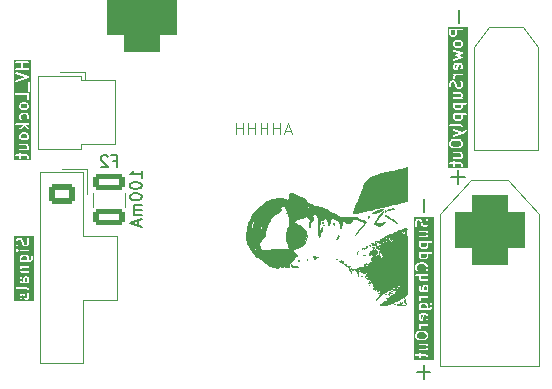
<source format=gbr>
%TF.GenerationSoftware,KiCad,Pcbnew,9.0.3*%
%TF.CreationDate,2025-10-25T00:12:06-05:00*%
%TF.ProjectId,PS-PowerSelectorPCB,50532d50-6f77-4657-9253-656c6563746f,rev?*%
%TF.SameCoordinates,Original*%
%TF.FileFunction,Legend,Bot*%
%TF.FilePolarity,Positive*%
%FSLAX46Y46*%
G04 Gerber Fmt 4.6, Leading zero omitted, Abs format (unit mm)*
G04 Created by KiCad (PCBNEW 9.0.3) date 2025-10-25 00:12:06*
%MOMM*%
%LPD*%
G01*
G04 APERTURE LIST*
G04 Aperture macros list*
%AMRoundRect*
0 Rectangle with rounded corners*
0 $1 Rounding radius*
0 $2 $3 $4 $5 $6 $7 $8 $9 X,Y pos of 4 corners*
0 Add a 4 corners polygon primitive as box body*
4,1,4,$2,$3,$4,$5,$6,$7,$8,$9,$2,$3,0*
0 Add four circle primitives for the rounded corners*
1,1,$1+$1,$2,$3*
1,1,$1+$1,$4,$5*
1,1,$1+$1,$6,$7*
1,1,$1+$1,$8,$9*
0 Add four rect primitives between the rounded corners*
20,1,$1+$1,$2,$3,$4,$5,0*
20,1,$1+$1,$4,$5,$6,$7,0*
20,1,$1+$1,$6,$7,$8,$9,0*
20,1,$1+$1,$8,$9,$2,$3,0*%
%AMFreePoly0*
4,1,22,0.945671,0.830970,1.026777,0.776777,1.080970,0.695671,1.100000,0.600000,1.100000,-0.600000,1.080970,-0.695671,1.026777,-0.776777,0.945671,-0.830970,0.850000,-0.850000,-0.850000,-0.850000,-0.945671,-0.830970,-1.026777,-0.776777,-1.080970,-0.695671,-1.100000,-0.600000,-1.100000,0.200000,-1.080970,0.295671,-1.026777,0.376777,-0.626777,0.776777,-0.545671,0.830970,-0.450000,0.850000,
0.850000,0.850000,0.945671,0.830970,0.945671,0.830970,$1*%
G04 Aperture macros list end*
%ADD10C,0.100000*%
%ADD11C,0.150000*%
%ADD12C,0.120000*%
%ADD13C,0.010000*%
%ADD14C,3.200000*%
%ADD15RoundRect,1.500000X-1.500000X-1.500000X1.500000X-1.500000X1.500000X1.500000X-1.500000X1.500000X0*%
%ADD16C,6.000000*%
%ADD17R,3.000000X3.000000*%
%ADD18C,3.000000*%
%ADD19C,2.604000*%
%ADD20C,2.775000*%
%ADD21R,2.775000X2.775000*%
%ADD22C,1.300000*%
%ADD23RoundRect,0.250000X0.850000X0.600000X-0.850000X0.600000X-0.850000X-0.600000X0.850000X-0.600000X0*%
%ADD24O,2.200000X1.700000*%
%ADD25RoundRect,1.500000X-1.500000X1.500000X-1.500000X-1.500000X1.500000X-1.500000X1.500000X1.500000X0*%
%ADD26FreePoly0,180.000000*%
%ADD27RoundRect,0.250001X1.074999X-0.462499X1.074999X0.462499X-1.074999X0.462499X-1.074999X-0.462499X0*%
G04 APERTURE END LIST*
D10*
X97643734Y-99686704D02*
X97167544Y-99686704D01*
X97738972Y-99972419D02*
X97405639Y-98972419D01*
X97405639Y-98972419D02*
X97072306Y-99972419D01*
X96738972Y-99972419D02*
X96738972Y-98972419D01*
X96738972Y-99448609D02*
X96167544Y-99448609D01*
X96167544Y-99972419D02*
X96167544Y-98972419D01*
X95691353Y-99972419D02*
X95691353Y-98972419D01*
X95691353Y-99448609D02*
X95119925Y-99448609D01*
X95119925Y-99972419D02*
X95119925Y-98972419D01*
X94643734Y-99972419D02*
X94643734Y-98972419D01*
X94643734Y-99448609D02*
X94072306Y-99448609D01*
X94072306Y-99972419D02*
X94072306Y-98972419D01*
X93596115Y-99972419D02*
X93596115Y-98972419D01*
X93596115Y-99448609D02*
X93024687Y-99448609D01*
X93024687Y-99972419D02*
X93024687Y-98972419D01*
D11*
G36*
X75351298Y-112143996D02*
G01*
X75379819Y-112201038D01*
X75379819Y-112403723D01*
X75360848Y-112441666D01*
X75146039Y-112441666D01*
X75146203Y-112441238D01*
X75146394Y-112438548D01*
X75147425Y-112436060D01*
X75148866Y-112421428D01*
X75148866Y-112201038D01*
X75177386Y-112143996D01*
X75234428Y-112115476D01*
X75294256Y-112115476D01*
X75351298Y-112143996D01*
G37*
G36*
X75315153Y-110340210D02*
G01*
X75345561Y-110370617D01*
X75379819Y-110439133D01*
X75379819Y-110594199D01*
X75360848Y-110632142D01*
X74882123Y-110632142D01*
X74863152Y-110594199D01*
X74863152Y-110439133D01*
X74897410Y-110370617D01*
X74927817Y-110340210D01*
X74996333Y-110305952D01*
X75246637Y-110305952D01*
X75315153Y-110340210D01*
G37*
G36*
X75974263Y-114083730D02*
G01*
X74268708Y-114083730D01*
X74268708Y-113611905D01*
X74713152Y-113611905D01*
X74713152Y-113754762D01*
X74714593Y-113769394D01*
X74715624Y-113771883D01*
X74715815Y-113774571D01*
X74721070Y-113788303D01*
X74768689Y-113883541D01*
X74776521Y-113895984D01*
X74798629Y-113915157D01*
X74826390Y-113924411D01*
X74855580Y-113922337D01*
X74881755Y-113909249D01*
X74900928Y-113887142D01*
X74910182Y-113859380D01*
X74908108Y-113830190D01*
X74902853Y-113816459D01*
X74863152Y-113737057D01*
X74863152Y-113629610D01*
X74891672Y-113572568D01*
X74948714Y-113544048D01*
X74960923Y-113544048D01*
X75017964Y-113572568D01*
X75046485Y-113629610D01*
X75046485Y-113754762D01*
X75047926Y-113769394D01*
X75048957Y-113771883D01*
X75049148Y-113774571D01*
X75054403Y-113788303D01*
X75102022Y-113883541D01*
X75103562Y-113885988D01*
X75103947Y-113887142D01*
X75105192Y-113888578D01*
X75109854Y-113895984D01*
X75116958Y-113902145D01*
X75123120Y-113909250D01*
X75130525Y-113913911D01*
X75131962Y-113915157D01*
X75133115Y-113915541D01*
X75135563Y-113917082D01*
X75230801Y-113964701D01*
X75244532Y-113969956D01*
X75247221Y-113970147D01*
X75249710Y-113971178D01*
X75264342Y-113972619D01*
X75311961Y-113972619D01*
X75326593Y-113971178D01*
X75329082Y-113970146D01*
X75331770Y-113969956D01*
X75345502Y-113964701D01*
X75440741Y-113917082D01*
X75443187Y-113915541D01*
X75444342Y-113915157D01*
X75445779Y-113913910D01*
X75453183Y-113909250D01*
X75459342Y-113902147D01*
X75466450Y-113895984D01*
X75471111Y-113888578D01*
X75472357Y-113887142D01*
X75472741Y-113885988D01*
X75474282Y-113883541D01*
X75521901Y-113788303D01*
X75527156Y-113774572D01*
X75527347Y-113771882D01*
X75528378Y-113769394D01*
X75529819Y-113754762D01*
X75529819Y-113564286D01*
X75528378Y-113549654D01*
X75527347Y-113547165D01*
X75527156Y-113544476D01*
X75521901Y-113530745D01*
X75474282Y-113435507D01*
X75466450Y-113423064D01*
X75444342Y-113403891D01*
X75416581Y-113394637D01*
X75387391Y-113396711D01*
X75361216Y-113409798D01*
X75342043Y-113431906D01*
X75332789Y-113459667D01*
X75334863Y-113488857D01*
X75340118Y-113502589D01*
X75379819Y-113581991D01*
X75379819Y-113737057D01*
X75351298Y-113794098D01*
X75294256Y-113822619D01*
X75282047Y-113822619D01*
X75225005Y-113794098D01*
X75196485Y-113737057D01*
X75196485Y-113611905D01*
X75195044Y-113597273D01*
X75194013Y-113594784D01*
X75193822Y-113592095D01*
X75188567Y-113578364D01*
X75140948Y-113483126D01*
X75139407Y-113480678D01*
X75139023Y-113479525D01*
X75137777Y-113478088D01*
X75133116Y-113470683D01*
X75126011Y-113464521D01*
X75119850Y-113457417D01*
X75112444Y-113452755D01*
X75111008Y-113451510D01*
X75109854Y-113451125D01*
X75107407Y-113449585D01*
X75012169Y-113401966D01*
X74998437Y-113396711D01*
X74995749Y-113396520D01*
X74993260Y-113395489D01*
X74978628Y-113394048D01*
X74931009Y-113394048D01*
X74916377Y-113395489D01*
X74913888Y-113396519D01*
X74911199Y-113396711D01*
X74897468Y-113401966D01*
X74802230Y-113449585D01*
X74799782Y-113451125D01*
X74798629Y-113451510D01*
X74797192Y-113452755D01*
X74789787Y-113457417D01*
X74783625Y-113464521D01*
X74776521Y-113470683D01*
X74771859Y-113478088D01*
X74770614Y-113479525D01*
X74770229Y-113480678D01*
X74768689Y-113483126D01*
X74721070Y-113578364D01*
X74715815Y-113592096D01*
X74715624Y-113594783D01*
X74714593Y-113597273D01*
X74713152Y-113611905D01*
X74268708Y-113611905D01*
X74268708Y-112978225D01*
X74381260Y-112978225D01*
X74381260Y-113007489D01*
X74392459Y-113034525D01*
X74413151Y-113055217D01*
X74440187Y-113066416D01*
X74454819Y-113067857D01*
X75294256Y-113067857D01*
X75351298Y-113096377D01*
X75387737Y-113169255D01*
X75395569Y-113181698D01*
X75417677Y-113200871D01*
X75445438Y-113210125D01*
X75474628Y-113208051D01*
X75500803Y-113194963D01*
X75519976Y-113172856D01*
X75529230Y-113145094D01*
X75527156Y-113115904D01*
X75521901Y-113102173D01*
X75474282Y-113006935D01*
X75472741Y-113004487D01*
X75472357Y-113003334D01*
X75471111Y-113001897D01*
X75466450Y-112994492D01*
X75459342Y-112988328D01*
X75453183Y-112981226D01*
X75445779Y-112976565D01*
X75444342Y-112975319D01*
X75443187Y-112974934D01*
X75440741Y-112973394D01*
X75345502Y-112925775D01*
X75331770Y-112920520D01*
X75329082Y-112920329D01*
X75326593Y-112919298D01*
X75311961Y-112917857D01*
X74454819Y-112917857D01*
X74440187Y-112919298D01*
X74413151Y-112930497D01*
X74392459Y-112951189D01*
X74381260Y-112978225D01*
X74268708Y-112978225D01*
X74268708Y-112183333D01*
X74713152Y-112183333D01*
X74713152Y-112373809D01*
X74714593Y-112388441D01*
X74715624Y-112390930D01*
X74715815Y-112393618D01*
X74721070Y-112407350D01*
X74768689Y-112502588D01*
X74770229Y-112505035D01*
X74770614Y-112506189D01*
X74771859Y-112507625D01*
X74776521Y-112515031D01*
X74783625Y-112521192D01*
X74789787Y-112528297D01*
X74797192Y-112532958D01*
X74798629Y-112534204D01*
X74799782Y-112534588D01*
X74802230Y-112536129D01*
X74897468Y-112583748D01*
X74911199Y-112589003D01*
X74913888Y-112589194D01*
X74916377Y-112590225D01*
X74931009Y-112591666D01*
X75454819Y-112591666D01*
X75469451Y-112590225D01*
X75496487Y-112579026D01*
X75517179Y-112558334D01*
X75528378Y-112531298D01*
X75528378Y-112502034D01*
X75517179Y-112474998D01*
X75513650Y-112471469D01*
X75521901Y-112454969D01*
X75527156Y-112441238D01*
X75527347Y-112438548D01*
X75528378Y-112436060D01*
X75529819Y-112421428D01*
X75529819Y-112183333D01*
X75528378Y-112168701D01*
X75527347Y-112166212D01*
X75527156Y-112163523D01*
X75521901Y-112149792D01*
X75474282Y-112054554D01*
X75472741Y-112052106D01*
X75472357Y-112050953D01*
X75471111Y-112049516D01*
X75466450Y-112042111D01*
X75459342Y-112035947D01*
X75453183Y-112028845D01*
X75445779Y-112024184D01*
X75444342Y-112022938D01*
X75443187Y-112022553D01*
X75440741Y-112021013D01*
X75345502Y-111973394D01*
X75331770Y-111968139D01*
X75329082Y-111967948D01*
X75326593Y-111966917D01*
X75311961Y-111965476D01*
X75216723Y-111965476D01*
X75202091Y-111966917D01*
X75199602Y-111967947D01*
X75196913Y-111968139D01*
X75183182Y-111973394D01*
X75087944Y-112021013D01*
X75085496Y-112022553D01*
X75084343Y-112022938D01*
X75082906Y-112024183D01*
X75075501Y-112028845D01*
X75069339Y-112035949D01*
X75062235Y-112042111D01*
X75057573Y-112049516D01*
X75056328Y-112050953D01*
X75055943Y-112052106D01*
X75054403Y-112054554D01*
X75006784Y-112149792D01*
X75001529Y-112163524D01*
X75001338Y-112166211D01*
X75000307Y-112168701D01*
X74998866Y-112183333D01*
X74998866Y-112403723D01*
X74979895Y-112441666D01*
X74948714Y-112441666D01*
X74891672Y-112413145D01*
X74863152Y-112356104D01*
X74863152Y-112201038D01*
X74902853Y-112121636D01*
X74908108Y-112107905D01*
X74910182Y-112078715D01*
X74900928Y-112050953D01*
X74881755Y-112028846D01*
X74855580Y-112015758D01*
X74826390Y-112013684D01*
X74798629Y-112022938D01*
X74776521Y-112042111D01*
X74768689Y-112054554D01*
X74721070Y-112149792D01*
X74715815Y-112163524D01*
X74715624Y-112166211D01*
X74714593Y-112168701D01*
X74713152Y-112183333D01*
X74268708Y-112183333D01*
X74268708Y-111326190D01*
X74713152Y-111326190D01*
X74713152Y-111469047D01*
X74714593Y-111483679D01*
X74715624Y-111486168D01*
X74715815Y-111488856D01*
X74721070Y-111502588D01*
X74768689Y-111597826D01*
X74770229Y-111600273D01*
X74770614Y-111601427D01*
X74771859Y-111602863D01*
X74776521Y-111610269D01*
X74783625Y-111616430D01*
X74789787Y-111623535D01*
X74797192Y-111628196D01*
X74798629Y-111629442D01*
X74799782Y-111629826D01*
X74802230Y-111631367D01*
X74897468Y-111678986D01*
X74911199Y-111684241D01*
X74913888Y-111684432D01*
X74916377Y-111685463D01*
X74931009Y-111686904D01*
X75454819Y-111686904D01*
X75469451Y-111685463D01*
X75496487Y-111674264D01*
X75517179Y-111653572D01*
X75528378Y-111626536D01*
X75528378Y-111597272D01*
X75517179Y-111570236D01*
X75496487Y-111549544D01*
X75469451Y-111538345D01*
X75454819Y-111536904D01*
X74948714Y-111536904D01*
X74891672Y-111508383D01*
X74863152Y-111451342D01*
X74863152Y-111343895D01*
X74897410Y-111275379D01*
X74914456Y-111258333D01*
X75454819Y-111258333D01*
X75469451Y-111256892D01*
X75496487Y-111245693D01*
X75517179Y-111225001D01*
X75528378Y-111197965D01*
X75528378Y-111168701D01*
X75517179Y-111141665D01*
X75496487Y-111120973D01*
X75469451Y-111109774D01*
X75454819Y-111108333D01*
X74788152Y-111108333D01*
X74773520Y-111109774D01*
X74746484Y-111120973D01*
X74725792Y-111141665D01*
X74714593Y-111168701D01*
X74714593Y-111197965D01*
X74725792Y-111225001D01*
X74745193Y-111244402D01*
X74721070Y-111292649D01*
X74715815Y-111306381D01*
X74715624Y-111309068D01*
X74714593Y-111311558D01*
X74713152Y-111326190D01*
X74268708Y-111326190D01*
X74268708Y-110421428D01*
X74713152Y-110421428D01*
X74713152Y-110611904D01*
X74714593Y-110626536D01*
X74715624Y-110629025D01*
X74715815Y-110631713D01*
X74721070Y-110645445D01*
X74729320Y-110661945D01*
X74725792Y-110665474D01*
X74714593Y-110692510D01*
X74714593Y-110721774D01*
X74725792Y-110748810D01*
X74746484Y-110769502D01*
X74773520Y-110780701D01*
X74788152Y-110782142D01*
X75597676Y-110782142D01*
X75612308Y-110780701D01*
X75614797Y-110779669D01*
X75617485Y-110779479D01*
X75631217Y-110774224D01*
X75726455Y-110726605D01*
X75732754Y-110722640D01*
X75734582Y-110721883D01*
X75736638Y-110720194D01*
X75738898Y-110718773D01*
X75740197Y-110717274D01*
X75745947Y-110712556D01*
X75793566Y-110664937D01*
X75798284Y-110659187D01*
X75799783Y-110657888D01*
X75801204Y-110655628D01*
X75802893Y-110653572D01*
X75803650Y-110651744D01*
X75807615Y-110645445D01*
X75855234Y-110550207D01*
X75860489Y-110536476D01*
X75860680Y-110533786D01*
X75861711Y-110531298D01*
X75863152Y-110516666D01*
X75863152Y-110373809D01*
X75861711Y-110359177D01*
X75860680Y-110356688D01*
X75860489Y-110353999D01*
X75855234Y-110340268D01*
X75807615Y-110245030D01*
X75799783Y-110232587D01*
X75777675Y-110213414D01*
X75749914Y-110204160D01*
X75720724Y-110206234D01*
X75694549Y-110219321D01*
X75675376Y-110241429D01*
X75666122Y-110269190D01*
X75668196Y-110298380D01*
X75673451Y-110312112D01*
X75713152Y-110391514D01*
X75713152Y-110498961D01*
X75678894Y-110567477D01*
X75648487Y-110597884D01*
X75579971Y-110632142D01*
X75526992Y-110632142D01*
X75527156Y-110631714D01*
X75527347Y-110629024D01*
X75528378Y-110626536D01*
X75529819Y-110611904D01*
X75529819Y-110421428D01*
X75528378Y-110406796D01*
X75527347Y-110404307D01*
X75527156Y-110401618D01*
X75521901Y-110387887D01*
X75474282Y-110292649D01*
X75470317Y-110286349D01*
X75469560Y-110284522D01*
X75467872Y-110282465D01*
X75466450Y-110280206D01*
X75464950Y-110278905D01*
X75460232Y-110273156D01*
X75412612Y-110225537D01*
X75406863Y-110220819D01*
X75405564Y-110219321D01*
X75403305Y-110217899D01*
X75401247Y-110216210D01*
X75399417Y-110215452D01*
X75393121Y-110211489D01*
X75297883Y-110163870D01*
X75284151Y-110158615D01*
X75281463Y-110158424D01*
X75278974Y-110157393D01*
X75264342Y-110155952D01*
X74978628Y-110155952D01*
X74963996Y-110157393D01*
X74961507Y-110158423D01*
X74958818Y-110158615D01*
X74945087Y-110163870D01*
X74849849Y-110211489D01*
X74843549Y-110215453D01*
X74841722Y-110216211D01*
X74839665Y-110217899D01*
X74837406Y-110219321D01*
X74836106Y-110220819D01*
X74830357Y-110225538D01*
X74782738Y-110273157D01*
X74778019Y-110278906D01*
X74776521Y-110280206D01*
X74775099Y-110282465D01*
X74773411Y-110284522D01*
X74772653Y-110286349D01*
X74768689Y-110292649D01*
X74721070Y-110387887D01*
X74715815Y-110401619D01*
X74715624Y-110404306D01*
X74714593Y-110406796D01*
X74713152Y-110421428D01*
X74268708Y-110421428D01*
X74268708Y-109787750D01*
X74381260Y-109787750D01*
X74381260Y-109817012D01*
X74392459Y-109844049D01*
X74401786Y-109855414D01*
X74449405Y-109903033D01*
X74460770Y-109912360D01*
X74487806Y-109923559D01*
X74487807Y-109923559D01*
X74517069Y-109923559D01*
X74544106Y-109912360D01*
X74555471Y-109903033D01*
X74603090Y-109855414D01*
X74612417Y-109844049D01*
X74623616Y-109817013D01*
X74623616Y-109787750D01*
X74623616Y-109787749D01*
X74714593Y-109787749D01*
X74714593Y-109817013D01*
X74725792Y-109844049D01*
X74746484Y-109864741D01*
X74773520Y-109875940D01*
X74788152Y-109877381D01*
X75454819Y-109877381D01*
X75469451Y-109875940D01*
X75496487Y-109864741D01*
X75517179Y-109844049D01*
X75528378Y-109817013D01*
X75528378Y-109787749D01*
X75517179Y-109760713D01*
X75496487Y-109740021D01*
X75469451Y-109728822D01*
X75454819Y-109727381D01*
X74788152Y-109727381D01*
X74773520Y-109728822D01*
X74746484Y-109740021D01*
X74725792Y-109760713D01*
X74714593Y-109787749D01*
X74623616Y-109787749D01*
X74616013Y-109769394D01*
X74612417Y-109760713D01*
X74603090Y-109749348D01*
X74555471Y-109701729D01*
X74544106Y-109692402D01*
X74517069Y-109681203D01*
X74487806Y-109681203D01*
X74460770Y-109692402D01*
X74449405Y-109701729D01*
X74401786Y-109749348D01*
X74392459Y-109760713D01*
X74381260Y-109787750D01*
X74268708Y-109787750D01*
X74268708Y-108992857D01*
X74379819Y-108992857D01*
X74379819Y-109230952D01*
X74380548Y-109238357D01*
X74380408Y-109240332D01*
X74380998Y-109242929D01*
X74381260Y-109245584D01*
X74382018Y-109247415D01*
X74383668Y-109254669D01*
X74431287Y-109397526D01*
X74437281Y-109410951D01*
X74456455Y-109433058D01*
X74482628Y-109446145D01*
X74511818Y-109448220D01*
X74539580Y-109438966D01*
X74561688Y-109419792D01*
X74574774Y-109393618D01*
X74576849Y-109364428D01*
X74573589Y-109350091D01*
X74529819Y-109218781D01*
X74529819Y-109010562D01*
X74564077Y-108942046D01*
X74594484Y-108911639D01*
X74663000Y-108877381D01*
X74722828Y-108877381D01*
X74791344Y-108911639D01*
X74821751Y-108942046D01*
X74860244Y-109019033D01*
X74905867Y-109201523D01*
X74906252Y-109202602D01*
X74906291Y-109203142D01*
X74908618Y-109209223D01*
X74910814Y-109215369D01*
X74911136Y-109215804D01*
X74911546Y-109216874D01*
X74959165Y-109312112D01*
X74963129Y-109318411D01*
X74963887Y-109320239D01*
X74965575Y-109322295D01*
X74966997Y-109324555D01*
X74968495Y-109325854D01*
X74973214Y-109331604D01*
X75020833Y-109379223D01*
X75026582Y-109383941D01*
X75027882Y-109385440D01*
X75030141Y-109386861D01*
X75032198Y-109388550D01*
X75034025Y-109389307D01*
X75040325Y-109393272D01*
X75135563Y-109440891D01*
X75149294Y-109446146D01*
X75151983Y-109446337D01*
X75154472Y-109447368D01*
X75169104Y-109448809D01*
X75264342Y-109448809D01*
X75278974Y-109447368D01*
X75281463Y-109446336D01*
X75284151Y-109446146D01*
X75297883Y-109440891D01*
X75393121Y-109393272D01*
X75399417Y-109389308D01*
X75401247Y-109388551D01*
X75403305Y-109386861D01*
X75405564Y-109385440D01*
X75406863Y-109383941D01*
X75412612Y-109379224D01*
X75460232Y-109331605D01*
X75464950Y-109325855D01*
X75466450Y-109324555D01*
X75467872Y-109322295D01*
X75469560Y-109320239D01*
X75470317Y-109318411D01*
X75474282Y-109312112D01*
X75521901Y-109216874D01*
X75527156Y-109203143D01*
X75527347Y-109200453D01*
X75528378Y-109197965D01*
X75529819Y-109183333D01*
X75529819Y-108945238D01*
X75529089Y-108937831D01*
X75529230Y-108935857D01*
X75528639Y-108933259D01*
X75528378Y-108930606D01*
X75527619Y-108928775D01*
X75525970Y-108921520D01*
X75478351Y-108778664D01*
X75472357Y-108765238D01*
X75453183Y-108743131D01*
X75427010Y-108730045D01*
X75397820Y-108727970D01*
X75370057Y-108737224D01*
X75347950Y-108756398D01*
X75334864Y-108782571D01*
X75332789Y-108811761D01*
X75336049Y-108826098D01*
X75379819Y-108957408D01*
X75379819Y-109165628D01*
X75345561Y-109234143D01*
X75315153Y-109264550D01*
X75246637Y-109298809D01*
X75186809Y-109298809D01*
X75118293Y-109264551D01*
X75087886Y-109234144D01*
X75049392Y-109157157D01*
X75003770Y-108974667D01*
X75003384Y-108973587D01*
X75003346Y-108973047D01*
X75001015Y-108966957D01*
X74998823Y-108960821D01*
X74998500Y-108960385D01*
X74998091Y-108959316D01*
X74950472Y-108864078D01*
X74946507Y-108857778D01*
X74945750Y-108855951D01*
X74944061Y-108853894D01*
X74942640Y-108851635D01*
X74941141Y-108850335D01*
X74936423Y-108844586D01*
X74888804Y-108796967D01*
X74883054Y-108792248D01*
X74881755Y-108790750D01*
X74879495Y-108789328D01*
X74877439Y-108787640D01*
X74875611Y-108786882D01*
X74869312Y-108782918D01*
X74774074Y-108735299D01*
X74760342Y-108730044D01*
X74757654Y-108729853D01*
X74755165Y-108728822D01*
X74740533Y-108727381D01*
X74645295Y-108727381D01*
X74630663Y-108728822D01*
X74628174Y-108729852D01*
X74625485Y-108730044D01*
X74611754Y-108735299D01*
X74516516Y-108782918D01*
X74510216Y-108786882D01*
X74508389Y-108787640D01*
X74506332Y-108789328D01*
X74504073Y-108790750D01*
X74502773Y-108792248D01*
X74497024Y-108796967D01*
X74449405Y-108844586D01*
X74444686Y-108850335D01*
X74443188Y-108851635D01*
X74441766Y-108853894D01*
X74440078Y-108855951D01*
X74439320Y-108857778D01*
X74435356Y-108864078D01*
X74387737Y-108959316D01*
X74382482Y-108973048D01*
X74382291Y-108975735D01*
X74381260Y-108978225D01*
X74379819Y-108992857D01*
X74268708Y-108992857D01*
X74268708Y-108616270D01*
X75974263Y-108616270D01*
X75974263Y-114083730D01*
G37*
G36*
X109073617Y-116782008D02*
G01*
X109145561Y-116853951D01*
X109179819Y-116922467D01*
X109179819Y-117077533D01*
X109145561Y-117146048D01*
X109073617Y-117217991D01*
X108912251Y-117258333D01*
X108597386Y-117258333D01*
X108436019Y-117217991D01*
X108364077Y-117146049D01*
X108329819Y-117077533D01*
X108329819Y-116922467D01*
X108364077Y-116853951D01*
X108436019Y-116782008D01*
X108597386Y-116741667D01*
X108912251Y-116741667D01*
X109073617Y-116782008D01*
G37*
G36*
X108764761Y-115591666D02*
G01*
X108748714Y-115591666D01*
X108691672Y-115563145D01*
X108663152Y-115506104D01*
X108663152Y-115351038D01*
X108691672Y-115293996D01*
X108748714Y-115265476D01*
X108829999Y-115265476D01*
X108764761Y-115591666D01*
G37*
G36*
X109115153Y-114394972D02*
G01*
X109145561Y-114425379D01*
X109179819Y-114493895D01*
X109179819Y-114648961D01*
X109160848Y-114686904D01*
X108682123Y-114686904D01*
X108663152Y-114648961D01*
X108663152Y-114493895D01*
X108697410Y-114425379D01*
X108727817Y-114394972D01*
X108796333Y-114360714D01*
X109046637Y-114360714D01*
X109115153Y-114394972D01*
G37*
G36*
X109151298Y-112865424D02*
G01*
X109179819Y-112922466D01*
X109179819Y-113125151D01*
X109160848Y-113163094D01*
X108946039Y-113163094D01*
X108946203Y-113162666D01*
X108946394Y-113159976D01*
X108947425Y-113157488D01*
X108948866Y-113142856D01*
X108948866Y-112922466D01*
X108977386Y-112865424D01*
X109034428Y-112836904D01*
X109094256Y-112836904D01*
X109151298Y-112865424D01*
G37*
G36*
X109179819Y-110112942D02*
G01*
X109179819Y-110268008D01*
X109145561Y-110336523D01*
X109115153Y-110366930D01*
X109046637Y-110401189D01*
X108796333Y-110401189D01*
X108727817Y-110366931D01*
X108697410Y-110336524D01*
X108663152Y-110268008D01*
X108663152Y-110112942D01*
X108682124Y-110074999D01*
X109160847Y-110074999D01*
X109179819Y-110112942D01*
G37*
G36*
X109179819Y-109208180D02*
G01*
X109179819Y-109363246D01*
X109145561Y-109431761D01*
X109115153Y-109462168D01*
X109046637Y-109496427D01*
X108796333Y-109496427D01*
X108727817Y-109462169D01*
X108697410Y-109431762D01*
X108663152Y-109363246D01*
X108663152Y-109208180D01*
X108682124Y-109170237D01*
X109160847Y-109170237D01*
X109179819Y-109208180D01*
G37*
G36*
X109774263Y-119089432D02*
G01*
X108068708Y-119089432D01*
X108068708Y-118652035D01*
X108181260Y-118652035D01*
X108181260Y-118681299D01*
X108192459Y-118708335D01*
X108213151Y-118729027D01*
X108240187Y-118740226D01*
X108254819Y-118741667D01*
X108513152Y-118741667D01*
X108513152Y-118904762D01*
X108514593Y-118919394D01*
X108525792Y-118946430D01*
X108546484Y-118967122D01*
X108573520Y-118978321D01*
X108602784Y-118978321D01*
X108629820Y-118967122D01*
X108650512Y-118946430D01*
X108661711Y-118919394D01*
X108663152Y-118904762D01*
X108663152Y-118741667D01*
X109094256Y-118741667D01*
X109151298Y-118770187D01*
X109179819Y-118827229D01*
X109179819Y-118904762D01*
X109181260Y-118919394D01*
X109192459Y-118946430D01*
X109213151Y-118967122D01*
X109240187Y-118978321D01*
X109269451Y-118978321D01*
X109296487Y-118967122D01*
X109317179Y-118946430D01*
X109328378Y-118919394D01*
X109329819Y-118904762D01*
X109329819Y-118809524D01*
X109328378Y-118794892D01*
X109327347Y-118792403D01*
X109327156Y-118789714D01*
X109321901Y-118775983D01*
X109274282Y-118680745D01*
X109272741Y-118678297D01*
X109272357Y-118677144D01*
X109271111Y-118675707D01*
X109266450Y-118668302D01*
X109259342Y-118662138D01*
X109253183Y-118655036D01*
X109245779Y-118650375D01*
X109244342Y-118649129D01*
X109243187Y-118648744D01*
X109240741Y-118647204D01*
X109145502Y-118599585D01*
X109131770Y-118594330D01*
X109129082Y-118594139D01*
X109126593Y-118593108D01*
X109111961Y-118591667D01*
X108663152Y-118591667D01*
X108663152Y-118523810D01*
X108661711Y-118509178D01*
X108650512Y-118482142D01*
X108629820Y-118461450D01*
X108602784Y-118450251D01*
X108573520Y-118450251D01*
X108546484Y-118461450D01*
X108525792Y-118482142D01*
X108514593Y-118509178D01*
X108513152Y-118523810D01*
X108513152Y-118591667D01*
X108254819Y-118591667D01*
X108240187Y-118593108D01*
X108213151Y-118604307D01*
X108192459Y-118624999D01*
X108181260Y-118652035D01*
X108068708Y-118652035D01*
X108068708Y-117747273D01*
X108514593Y-117747273D01*
X108514593Y-117776537D01*
X108525792Y-117803573D01*
X108546484Y-117824265D01*
X108573520Y-117835464D01*
X108588152Y-117836905D01*
X109094256Y-117836905D01*
X109151298Y-117865425D01*
X109179819Y-117922467D01*
X109179819Y-118029914D01*
X109145561Y-118098429D01*
X109128514Y-118115476D01*
X108588152Y-118115476D01*
X108573520Y-118116917D01*
X108546484Y-118128116D01*
X108525792Y-118148808D01*
X108514593Y-118175844D01*
X108514593Y-118205108D01*
X108525792Y-118232144D01*
X108546484Y-118252836D01*
X108573520Y-118264035D01*
X108588152Y-118265476D01*
X109254819Y-118265476D01*
X109269451Y-118264035D01*
X109296487Y-118252836D01*
X109317179Y-118232144D01*
X109328378Y-118205108D01*
X109328378Y-118175844D01*
X109317179Y-118148808D01*
X109297777Y-118129406D01*
X109321901Y-118081160D01*
X109327156Y-118067429D01*
X109327347Y-118064739D01*
X109328378Y-118062251D01*
X109329819Y-118047619D01*
X109329819Y-117904762D01*
X109328378Y-117890130D01*
X109327347Y-117887641D01*
X109327156Y-117884952D01*
X109321901Y-117871221D01*
X109274282Y-117775983D01*
X109272741Y-117773535D01*
X109272357Y-117772382D01*
X109271111Y-117770945D01*
X109266450Y-117763540D01*
X109259342Y-117757376D01*
X109253183Y-117750274D01*
X109245779Y-117745613D01*
X109244342Y-117744367D01*
X109243187Y-117743982D01*
X109240741Y-117742442D01*
X109145502Y-117694823D01*
X109131770Y-117689568D01*
X109129082Y-117689377D01*
X109126593Y-117688346D01*
X109111961Y-117686905D01*
X108588152Y-117686905D01*
X108573520Y-117688346D01*
X108546484Y-117699545D01*
X108525792Y-117720237D01*
X108514593Y-117747273D01*
X108068708Y-117747273D01*
X108068708Y-116904762D01*
X108179819Y-116904762D01*
X108179819Y-117095238D01*
X108181260Y-117109870D01*
X108182291Y-117112359D01*
X108182482Y-117115047D01*
X108187737Y-117128779D01*
X108235356Y-117224017D01*
X108239320Y-117230316D01*
X108240078Y-117232144D01*
X108241766Y-117234200D01*
X108243188Y-117236460D01*
X108244686Y-117237759D01*
X108249405Y-117243509D01*
X108344643Y-117338747D01*
X108356008Y-117348075D01*
X108361161Y-117350209D01*
X108365640Y-117353528D01*
X108379486Y-117358475D01*
X108569962Y-117406094D01*
X108572498Y-117406469D01*
X108573520Y-117406892D01*
X108579032Y-117407434D01*
X108584506Y-117408244D01*
X108585598Y-117408081D01*
X108588152Y-117408333D01*
X108921485Y-117408333D01*
X108924038Y-117408081D01*
X108925131Y-117408244D01*
X108930604Y-117407434D01*
X108936117Y-117406892D01*
X108937138Y-117406469D01*
X108939675Y-117406094D01*
X109130151Y-117358475D01*
X109143997Y-117353528D01*
X109148476Y-117350208D01*
X109153628Y-117348075D01*
X109164994Y-117338747D01*
X109260233Y-117243509D01*
X109264953Y-117237758D01*
X109266450Y-117236460D01*
X109267869Y-117234205D01*
X109269561Y-117232144D01*
X109270319Y-117230311D01*
X109274282Y-117224017D01*
X109321901Y-117128779D01*
X109327156Y-117115048D01*
X109327347Y-117112358D01*
X109328378Y-117109870D01*
X109329819Y-117095238D01*
X109329819Y-116904762D01*
X109328378Y-116890130D01*
X109327347Y-116887641D01*
X109327156Y-116884952D01*
X109321901Y-116871221D01*
X109274282Y-116775983D01*
X109270319Y-116769688D01*
X109269561Y-116767856D01*
X109267869Y-116765794D01*
X109266450Y-116763540D01*
X109264953Y-116762241D01*
X109260233Y-116756491D01*
X109164994Y-116661253D01*
X109153628Y-116651925D01*
X109148476Y-116649791D01*
X109143997Y-116646472D01*
X109130151Y-116641525D01*
X108939675Y-116593906D01*
X108937138Y-116593530D01*
X108936117Y-116593108D01*
X108930604Y-116592565D01*
X108925131Y-116591756D01*
X108924038Y-116591918D01*
X108921485Y-116591667D01*
X108588152Y-116591667D01*
X108585598Y-116591918D01*
X108584506Y-116591756D01*
X108579032Y-116592565D01*
X108573520Y-116593108D01*
X108572498Y-116593530D01*
X108569962Y-116593906D01*
X108379486Y-116641525D01*
X108365640Y-116646472D01*
X108361161Y-116649790D01*
X108356008Y-116651925D01*
X108344643Y-116661253D01*
X108249405Y-116756491D01*
X108244686Y-116762240D01*
X108243188Y-116763540D01*
X108241766Y-116765799D01*
X108240078Y-116767856D01*
X108239320Y-116769683D01*
X108235356Y-116775983D01*
X108187737Y-116871221D01*
X108182482Y-116884953D01*
X108182291Y-116887640D01*
X108181260Y-116890130D01*
X108179819Y-116904762D01*
X108068708Y-116904762D01*
X108068708Y-116285714D01*
X108513152Y-116285714D01*
X108513152Y-116380952D01*
X108514593Y-116395584D01*
X108525792Y-116422620D01*
X108546484Y-116443312D01*
X108573520Y-116454511D01*
X108602784Y-116454511D01*
X108629820Y-116443312D01*
X108650512Y-116422620D01*
X108661711Y-116395584D01*
X108663152Y-116380952D01*
X108663152Y-116303419D01*
X108697410Y-116234903D01*
X108727817Y-116204496D01*
X108796333Y-116170238D01*
X109254819Y-116170238D01*
X109269451Y-116168797D01*
X109296487Y-116157598D01*
X109317179Y-116136906D01*
X109328378Y-116109870D01*
X109328378Y-116080606D01*
X109317179Y-116053570D01*
X109296487Y-116032878D01*
X109269451Y-116021679D01*
X109254819Y-116020238D01*
X108588152Y-116020238D01*
X108573520Y-116021679D01*
X108546484Y-116032878D01*
X108525792Y-116053570D01*
X108514593Y-116080606D01*
X108514593Y-116109870D01*
X108525792Y-116136906D01*
X108546484Y-116157598D01*
X108564604Y-116165103D01*
X108521070Y-116252173D01*
X108515815Y-116265905D01*
X108515624Y-116268592D01*
X108514593Y-116271082D01*
X108513152Y-116285714D01*
X108068708Y-116285714D01*
X108068708Y-115333333D01*
X108513152Y-115333333D01*
X108513152Y-115523809D01*
X108514593Y-115538441D01*
X108515624Y-115540930D01*
X108515815Y-115543618D01*
X108521070Y-115557350D01*
X108568689Y-115652588D01*
X108570229Y-115655035D01*
X108570614Y-115656189D01*
X108571859Y-115657625D01*
X108576521Y-115665031D01*
X108583625Y-115671192D01*
X108589787Y-115678297D01*
X108597192Y-115682958D01*
X108598629Y-115684204D01*
X108599782Y-115684588D01*
X108602230Y-115686129D01*
X108697468Y-115733748D01*
X108711199Y-115739003D01*
X108713888Y-115739194D01*
X108716377Y-115740225D01*
X108731009Y-115741666D01*
X108826169Y-115741666D01*
X108826247Y-115741666D01*
X108840879Y-115740225D01*
X108847667Y-115737413D01*
X108854876Y-115735987D01*
X108861055Y-115731867D01*
X108867915Y-115729026D01*
X108873110Y-115723831D01*
X108879224Y-115719755D01*
X108883356Y-115713584D01*
X108888607Y-115708334D01*
X108891418Y-115701545D01*
X108895508Y-115695440D01*
X108899791Y-115681375D01*
X108982970Y-115265476D01*
X109094256Y-115265476D01*
X109151298Y-115293996D01*
X109179819Y-115351038D01*
X109179819Y-115506104D01*
X109140118Y-115585506D01*
X109134863Y-115599238D01*
X109132789Y-115628428D01*
X109142043Y-115656189D01*
X109161216Y-115678297D01*
X109187391Y-115691384D01*
X109216581Y-115693458D01*
X109244342Y-115684204D01*
X109266450Y-115665031D01*
X109274282Y-115652588D01*
X109321901Y-115557350D01*
X109327156Y-115543619D01*
X109327347Y-115540929D01*
X109328378Y-115538441D01*
X109329819Y-115523809D01*
X109329819Y-115333333D01*
X109328378Y-115318701D01*
X109327347Y-115316212D01*
X109327156Y-115313523D01*
X109321901Y-115299792D01*
X109274282Y-115204554D01*
X109272741Y-115202106D01*
X109272357Y-115200953D01*
X109271111Y-115199516D01*
X109266450Y-115192111D01*
X109259342Y-115185947D01*
X109253183Y-115178845D01*
X109245779Y-115174184D01*
X109244342Y-115172938D01*
X109243187Y-115172553D01*
X109240741Y-115171013D01*
X109145502Y-115123394D01*
X109131770Y-115118139D01*
X109129082Y-115117948D01*
X109126593Y-115116917D01*
X109111961Y-115115476D01*
X108731009Y-115115476D01*
X108716377Y-115116917D01*
X108713888Y-115117947D01*
X108711199Y-115118139D01*
X108697468Y-115123394D01*
X108602230Y-115171013D01*
X108599782Y-115172553D01*
X108598629Y-115172938D01*
X108597192Y-115174183D01*
X108589787Y-115178845D01*
X108583625Y-115185949D01*
X108576521Y-115192111D01*
X108571859Y-115199516D01*
X108570614Y-115200953D01*
X108570229Y-115202106D01*
X108568689Y-115204554D01*
X108521070Y-115299792D01*
X108515815Y-115313524D01*
X108515624Y-115316211D01*
X108514593Y-115318701D01*
X108513152Y-115333333D01*
X108068708Y-115333333D01*
X108068708Y-114476190D01*
X108513152Y-114476190D01*
X108513152Y-114666666D01*
X108514593Y-114681298D01*
X108515624Y-114683787D01*
X108515815Y-114686475D01*
X108521070Y-114700207D01*
X108529320Y-114716707D01*
X108525792Y-114720236D01*
X108514593Y-114747272D01*
X108514593Y-114776536D01*
X108525792Y-114803572D01*
X108546484Y-114824264D01*
X108573520Y-114835463D01*
X108588152Y-114836904D01*
X109397676Y-114836904D01*
X109412308Y-114835463D01*
X109414797Y-114834431D01*
X109417485Y-114834241D01*
X109431217Y-114828986D01*
X109526455Y-114781367D01*
X109532754Y-114777402D01*
X109534582Y-114776645D01*
X109536638Y-114774956D01*
X109538898Y-114773535D01*
X109540197Y-114772036D01*
X109545947Y-114767318D01*
X109593566Y-114719699D01*
X109598284Y-114713949D01*
X109599783Y-114712650D01*
X109601204Y-114710390D01*
X109602893Y-114708334D01*
X109603650Y-114706506D01*
X109607615Y-114700207D01*
X109655234Y-114604969D01*
X109660489Y-114591238D01*
X109660680Y-114588548D01*
X109661711Y-114586060D01*
X109663152Y-114571428D01*
X109663152Y-114428571D01*
X109661711Y-114413939D01*
X109660680Y-114411450D01*
X109660489Y-114408761D01*
X109655234Y-114395030D01*
X109607615Y-114299792D01*
X109599783Y-114287349D01*
X109577675Y-114268176D01*
X109549914Y-114258922D01*
X109520724Y-114260996D01*
X109494549Y-114274083D01*
X109475376Y-114296191D01*
X109466122Y-114323952D01*
X109468196Y-114353142D01*
X109473451Y-114366874D01*
X109513152Y-114446276D01*
X109513152Y-114553723D01*
X109478894Y-114622239D01*
X109448487Y-114652646D01*
X109379971Y-114686904D01*
X109326992Y-114686904D01*
X109327156Y-114686476D01*
X109327347Y-114683786D01*
X109328378Y-114681298D01*
X109329819Y-114666666D01*
X109329819Y-114476190D01*
X109328378Y-114461558D01*
X109327347Y-114459069D01*
X109327156Y-114456380D01*
X109321901Y-114442649D01*
X109274282Y-114347411D01*
X109270317Y-114341111D01*
X109269560Y-114339284D01*
X109267872Y-114337227D01*
X109266450Y-114334968D01*
X109264950Y-114333667D01*
X109260232Y-114327918D01*
X109212612Y-114280299D01*
X109206863Y-114275581D01*
X109205564Y-114274083D01*
X109203305Y-114272661D01*
X109201247Y-114270972D01*
X109199417Y-114270214D01*
X109193121Y-114266251D01*
X109097883Y-114218632D01*
X109084151Y-114213377D01*
X109081463Y-114213186D01*
X109078974Y-114212155D01*
X109064342Y-114210714D01*
X108778628Y-114210714D01*
X108763996Y-114212155D01*
X108761507Y-114213185D01*
X108758818Y-114213377D01*
X108745087Y-114218632D01*
X108649849Y-114266251D01*
X108643549Y-114270215D01*
X108641722Y-114270973D01*
X108639665Y-114272661D01*
X108637406Y-114274083D01*
X108636106Y-114275581D01*
X108630357Y-114280300D01*
X108582738Y-114327919D01*
X108578019Y-114333668D01*
X108576521Y-114334968D01*
X108575099Y-114337227D01*
X108573411Y-114339284D01*
X108572653Y-114341111D01*
X108568689Y-114347411D01*
X108521070Y-114442649D01*
X108515815Y-114456381D01*
X108515624Y-114459068D01*
X108514593Y-114461558D01*
X108513152Y-114476190D01*
X108068708Y-114476190D01*
X108068708Y-113904761D01*
X108513152Y-113904761D01*
X108513152Y-113999999D01*
X108514593Y-114014631D01*
X108525792Y-114041667D01*
X108546484Y-114062359D01*
X108573520Y-114073558D01*
X108602784Y-114073558D01*
X108629820Y-114062359D01*
X108650512Y-114041667D01*
X108661711Y-114014631D01*
X108663152Y-113999999D01*
X108663152Y-113922466D01*
X108697410Y-113853950D01*
X108727817Y-113823543D01*
X108796333Y-113789285D01*
X109254819Y-113789285D01*
X109269451Y-113787844D01*
X109296487Y-113776645D01*
X109317179Y-113755953D01*
X109328378Y-113728917D01*
X109328378Y-113699653D01*
X109317179Y-113672617D01*
X109296487Y-113651925D01*
X109269451Y-113640726D01*
X109254819Y-113639285D01*
X108588152Y-113639285D01*
X108573520Y-113640726D01*
X108546484Y-113651925D01*
X108525792Y-113672617D01*
X108514593Y-113699653D01*
X108514593Y-113728917D01*
X108525792Y-113755953D01*
X108546484Y-113776645D01*
X108564604Y-113784150D01*
X108521070Y-113871220D01*
X108515815Y-113884952D01*
X108515624Y-113887639D01*
X108514593Y-113890129D01*
X108513152Y-113904761D01*
X108068708Y-113904761D01*
X108068708Y-112904761D01*
X108513152Y-112904761D01*
X108513152Y-113095237D01*
X108514593Y-113109869D01*
X108515624Y-113112358D01*
X108515815Y-113115046D01*
X108521070Y-113128778D01*
X108568689Y-113224016D01*
X108570229Y-113226463D01*
X108570614Y-113227617D01*
X108571859Y-113229053D01*
X108576521Y-113236459D01*
X108583625Y-113242620D01*
X108589787Y-113249725D01*
X108597192Y-113254386D01*
X108598629Y-113255632D01*
X108599782Y-113256016D01*
X108602230Y-113257557D01*
X108697468Y-113305176D01*
X108711199Y-113310431D01*
X108713888Y-113310622D01*
X108716377Y-113311653D01*
X108731009Y-113313094D01*
X109254819Y-113313094D01*
X109269451Y-113311653D01*
X109296487Y-113300454D01*
X109317179Y-113279762D01*
X109328378Y-113252726D01*
X109328378Y-113223462D01*
X109317179Y-113196426D01*
X109313650Y-113192897D01*
X109321901Y-113176397D01*
X109327156Y-113162666D01*
X109327347Y-113159976D01*
X109328378Y-113157488D01*
X109329819Y-113142856D01*
X109329819Y-112904761D01*
X109328378Y-112890129D01*
X109327347Y-112887640D01*
X109327156Y-112884951D01*
X109321901Y-112871220D01*
X109274282Y-112775982D01*
X109272741Y-112773534D01*
X109272357Y-112772381D01*
X109271111Y-112770944D01*
X109266450Y-112763539D01*
X109259342Y-112757375D01*
X109253183Y-112750273D01*
X109245779Y-112745612D01*
X109244342Y-112744366D01*
X109243187Y-112743981D01*
X109240741Y-112742441D01*
X109145502Y-112694822D01*
X109131770Y-112689567D01*
X109129082Y-112689376D01*
X109126593Y-112688345D01*
X109111961Y-112686904D01*
X109016723Y-112686904D01*
X109002091Y-112688345D01*
X108999602Y-112689375D01*
X108996913Y-112689567D01*
X108983182Y-112694822D01*
X108887944Y-112742441D01*
X108885496Y-112743981D01*
X108884343Y-112744366D01*
X108882906Y-112745611D01*
X108875501Y-112750273D01*
X108869339Y-112757377D01*
X108862235Y-112763539D01*
X108857573Y-112770944D01*
X108856328Y-112772381D01*
X108855943Y-112773534D01*
X108854403Y-112775982D01*
X108806784Y-112871220D01*
X108801529Y-112884952D01*
X108801338Y-112887639D01*
X108800307Y-112890129D01*
X108798866Y-112904761D01*
X108798866Y-113125151D01*
X108779895Y-113163094D01*
X108748714Y-113163094D01*
X108691672Y-113134573D01*
X108663152Y-113077532D01*
X108663152Y-112922466D01*
X108702853Y-112843064D01*
X108708108Y-112829333D01*
X108710182Y-112800143D01*
X108700928Y-112772381D01*
X108681755Y-112750274D01*
X108655580Y-112737186D01*
X108626390Y-112735112D01*
X108598629Y-112744366D01*
X108576521Y-112763539D01*
X108568689Y-112775982D01*
X108521070Y-112871220D01*
X108515815Y-112884952D01*
X108515624Y-112887639D01*
X108514593Y-112890129D01*
X108513152Y-112904761D01*
X108068708Y-112904761D01*
X108068708Y-111890129D01*
X108181260Y-111890129D01*
X108181260Y-111919393D01*
X108192459Y-111946429D01*
X108213151Y-111967121D01*
X108240187Y-111978320D01*
X108254819Y-111979761D01*
X108538228Y-111979761D01*
X108521070Y-112014077D01*
X108515815Y-112027809D01*
X108515624Y-112030496D01*
X108514593Y-112032986D01*
X108513152Y-112047618D01*
X108513152Y-112190475D01*
X108514593Y-112205107D01*
X108515624Y-112207596D01*
X108515815Y-112210284D01*
X108521070Y-112224016D01*
X108568689Y-112319254D01*
X108570229Y-112321701D01*
X108570614Y-112322855D01*
X108571859Y-112324291D01*
X108576521Y-112331697D01*
X108583625Y-112337858D01*
X108589787Y-112344963D01*
X108597192Y-112349624D01*
X108598629Y-112350870D01*
X108599782Y-112351254D01*
X108602230Y-112352795D01*
X108697468Y-112400414D01*
X108711199Y-112405669D01*
X108713888Y-112405860D01*
X108716377Y-112406891D01*
X108731009Y-112408332D01*
X109254819Y-112408332D01*
X109269451Y-112406891D01*
X109296487Y-112395692D01*
X109317179Y-112375000D01*
X109328378Y-112347964D01*
X109328378Y-112318700D01*
X109317179Y-112291664D01*
X109296487Y-112270972D01*
X109269451Y-112259773D01*
X109254819Y-112258332D01*
X108748714Y-112258332D01*
X108691672Y-112229811D01*
X108663152Y-112172770D01*
X108663152Y-112065323D01*
X108697410Y-111996807D01*
X108714456Y-111979761D01*
X109254819Y-111979761D01*
X109269451Y-111978320D01*
X109296487Y-111967121D01*
X109317179Y-111946429D01*
X109328378Y-111919393D01*
X109328378Y-111890129D01*
X109317179Y-111863093D01*
X109296487Y-111842401D01*
X109269451Y-111831202D01*
X109254819Y-111829761D01*
X108254819Y-111829761D01*
X108240187Y-111831202D01*
X108213151Y-111842401D01*
X108192459Y-111863093D01*
X108181260Y-111890129D01*
X108068708Y-111890129D01*
X108068708Y-111190475D01*
X108179819Y-111190475D01*
X108179819Y-111285713D01*
X108180548Y-111293118D01*
X108180408Y-111295093D01*
X108180998Y-111297690D01*
X108181260Y-111300345D01*
X108182018Y-111302176D01*
X108183668Y-111309430D01*
X108231287Y-111452287D01*
X108237281Y-111465712D01*
X108239046Y-111467747D01*
X108240078Y-111470238D01*
X108249405Y-111481603D01*
X108297024Y-111529222D01*
X108308389Y-111538549D01*
X108335425Y-111549748D01*
X108364688Y-111549748D01*
X108391724Y-111538549D01*
X108412417Y-111517856D01*
X108423616Y-111490820D01*
X108423616Y-111461557D01*
X108412417Y-111434521D01*
X108403090Y-111423156D01*
X108367990Y-111388056D01*
X108329819Y-111273542D01*
X108329819Y-111202645D01*
X108367990Y-111088131D01*
X108442103Y-111014019D01*
X108519090Y-110975525D01*
X108692624Y-110932142D01*
X108817013Y-110932142D01*
X108990547Y-110975525D01*
X109067534Y-111014019D01*
X109141648Y-111088132D01*
X109179819Y-111202645D01*
X109179819Y-111273543D01*
X109141648Y-111388055D01*
X109106548Y-111423155D01*
X109097220Y-111434521D01*
X109086021Y-111461557D01*
X109086021Y-111490820D01*
X109097219Y-111517856D01*
X109117912Y-111538549D01*
X109144948Y-111549748D01*
X109174211Y-111549748D01*
X109201247Y-111538550D01*
X109212612Y-111529223D01*
X109260232Y-111481604D01*
X109269560Y-111470238D01*
X109270590Y-111467749D01*
X109272357Y-111465713D01*
X109278351Y-111452287D01*
X109325970Y-111309431D01*
X109327619Y-111302175D01*
X109328378Y-111300345D01*
X109328639Y-111297691D01*
X109329230Y-111295094D01*
X109329089Y-111293119D01*
X109329819Y-111285713D01*
X109329819Y-111190475D01*
X109329089Y-111183068D01*
X109329230Y-111181094D01*
X109328639Y-111178496D01*
X109328378Y-111175843D01*
X109327619Y-111174012D01*
X109325970Y-111166757D01*
X109278351Y-111023901D01*
X109272357Y-111010475D01*
X109270592Y-111008440D01*
X109269561Y-111005950D01*
X109260233Y-110994585D01*
X109164994Y-110899347D01*
X109159244Y-110894628D01*
X109157945Y-110893130D01*
X109155686Y-110891708D01*
X109153628Y-110890019D01*
X109151798Y-110889261D01*
X109145502Y-110885298D01*
X109050264Y-110837679D01*
X109049194Y-110837269D01*
X109048759Y-110836947D01*
X109042613Y-110834751D01*
X109036532Y-110832424D01*
X109035992Y-110832385D01*
X109034913Y-110832000D01*
X108844437Y-110784381D01*
X108841900Y-110784005D01*
X108840879Y-110783583D01*
X108835366Y-110783040D01*
X108829893Y-110782231D01*
X108828800Y-110782393D01*
X108826247Y-110782142D01*
X108683390Y-110782142D01*
X108680836Y-110782393D01*
X108679744Y-110782231D01*
X108674270Y-110783040D01*
X108668758Y-110783583D01*
X108667736Y-110784005D01*
X108665200Y-110784381D01*
X108474724Y-110832000D01*
X108473644Y-110832385D01*
X108473104Y-110832424D01*
X108467014Y-110834754D01*
X108460878Y-110836947D01*
X108460442Y-110837269D01*
X108459373Y-110837679D01*
X108364135Y-110885298D01*
X108357840Y-110889260D01*
X108356008Y-110890019D01*
X108353946Y-110891710D01*
X108351692Y-110893130D01*
X108350393Y-110894626D01*
X108344643Y-110899347D01*
X108249405Y-110994585D01*
X108240078Y-111005950D01*
X108239046Y-111008440D01*
X108237281Y-111010476D01*
X108231287Y-111023901D01*
X108183668Y-111166758D01*
X108182018Y-111174011D01*
X108181260Y-111175843D01*
X108180998Y-111178497D01*
X108180408Y-111181095D01*
X108180548Y-111183069D01*
X108179819Y-111190475D01*
X108068708Y-111190475D01*
X108068708Y-110095237D01*
X108513152Y-110095237D01*
X108513152Y-110285713D01*
X108514593Y-110300345D01*
X108515624Y-110302834D01*
X108515815Y-110305522D01*
X108521070Y-110319254D01*
X108568689Y-110414492D01*
X108572653Y-110420791D01*
X108573411Y-110422619D01*
X108575099Y-110424675D01*
X108576521Y-110426935D01*
X108578019Y-110428234D01*
X108582738Y-110433984D01*
X108630357Y-110481603D01*
X108636106Y-110486321D01*
X108637406Y-110487820D01*
X108639665Y-110489241D01*
X108641722Y-110490930D01*
X108643549Y-110491687D01*
X108649849Y-110495652D01*
X108745087Y-110543271D01*
X108758818Y-110548526D01*
X108761507Y-110548717D01*
X108763996Y-110549748D01*
X108778628Y-110551189D01*
X109064342Y-110551189D01*
X109078974Y-110549748D01*
X109081463Y-110548716D01*
X109084151Y-110548526D01*
X109097883Y-110543271D01*
X109193121Y-110495652D01*
X109199417Y-110491688D01*
X109201247Y-110490931D01*
X109203305Y-110489241D01*
X109205564Y-110487820D01*
X109206863Y-110486321D01*
X109212612Y-110481604D01*
X109260232Y-110433985D01*
X109264950Y-110428235D01*
X109266450Y-110426935D01*
X109267872Y-110424675D01*
X109269560Y-110422619D01*
X109270317Y-110420791D01*
X109274282Y-110414492D01*
X109321901Y-110319254D01*
X109327156Y-110305523D01*
X109327347Y-110302833D01*
X109328378Y-110300345D01*
X109329819Y-110285713D01*
X109329819Y-110095237D01*
X109328378Y-110080605D01*
X109327347Y-110078116D01*
X109327156Y-110075427D01*
X109326992Y-110074999D01*
X109588152Y-110074999D01*
X109602784Y-110073558D01*
X109629820Y-110062359D01*
X109650512Y-110041667D01*
X109661711Y-110014631D01*
X109661711Y-109985367D01*
X109650512Y-109958331D01*
X109629820Y-109937639D01*
X109602784Y-109926440D01*
X109588152Y-109924999D01*
X108588152Y-109924999D01*
X108573520Y-109926440D01*
X108546484Y-109937639D01*
X108525792Y-109958331D01*
X108514593Y-109985367D01*
X108514593Y-110014631D01*
X108525792Y-110041667D01*
X108529320Y-110045195D01*
X108521070Y-110061696D01*
X108515815Y-110075428D01*
X108515624Y-110078115D01*
X108514593Y-110080605D01*
X108513152Y-110095237D01*
X108068708Y-110095237D01*
X108068708Y-109190475D01*
X108513152Y-109190475D01*
X108513152Y-109380951D01*
X108514593Y-109395583D01*
X108515624Y-109398072D01*
X108515815Y-109400760D01*
X108521070Y-109414492D01*
X108568689Y-109509730D01*
X108572653Y-109516029D01*
X108573411Y-109517857D01*
X108575099Y-109519913D01*
X108576521Y-109522173D01*
X108578019Y-109523472D01*
X108582738Y-109529222D01*
X108630357Y-109576841D01*
X108636106Y-109581559D01*
X108637406Y-109583058D01*
X108639665Y-109584479D01*
X108641722Y-109586168D01*
X108643549Y-109586925D01*
X108649849Y-109590890D01*
X108745087Y-109638509D01*
X108758818Y-109643764D01*
X108761507Y-109643955D01*
X108763996Y-109644986D01*
X108778628Y-109646427D01*
X109064342Y-109646427D01*
X109078974Y-109644986D01*
X109081463Y-109643954D01*
X109084151Y-109643764D01*
X109097883Y-109638509D01*
X109193121Y-109590890D01*
X109199417Y-109586926D01*
X109201247Y-109586169D01*
X109203305Y-109584479D01*
X109205564Y-109583058D01*
X109206863Y-109581559D01*
X109212612Y-109576842D01*
X109260232Y-109529223D01*
X109264950Y-109523473D01*
X109266450Y-109522173D01*
X109267872Y-109519913D01*
X109269560Y-109517857D01*
X109270317Y-109516029D01*
X109274282Y-109509730D01*
X109321901Y-109414492D01*
X109327156Y-109400761D01*
X109327347Y-109398071D01*
X109328378Y-109395583D01*
X109329819Y-109380951D01*
X109329819Y-109190475D01*
X109328378Y-109175843D01*
X109327347Y-109173354D01*
X109327156Y-109170665D01*
X109326992Y-109170237D01*
X109588152Y-109170237D01*
X109602784Y-109168796D01*
X109629820Y-109157597D01*
X109650512Y-109136905D01*
X109661711Y-109109869D01*
X109661711Y-109080605D01*
X109650512Y-109053569D01*
X109629820Y-109032877D01*
X109602784Y-109021678D01*
X109588152Y-109020237D01*
X108588152Y-109020237D01*
X108573520Y-109021678D01*
X108546484Y-109032877D01*
X108525792Y-109053569D01*
X108514593Y-109080605D01*
X108514593Y-109109869D01*
X108525792Y-109136905D01*
X108529320Y-109140433D01*
X108521070Y-109156934D01*
X108515815Y-109170666D01*
X108515624Y-109173353D01*
X108514593Y-109175843D01*
X108513152Y-109190475D01*
X108068708Y-109190475D01*
X108068708Y-108175843D01*
X108514593Y-108175843D01*
X108514593Y-108205107D01*
X108525792Y-108232143D01*
X108546484Y-108252835D01*
X108573520Y-108264034D01*
X108588152Y-108265475D01*
X109094256Y-108265475D01*
X109151298Y-108293995D01*
X109179819Y-108351037D01*
X109179819Y-108458484D01*
X109145561Y-108526999D01*
X109128514Y-108544046D01*
X108588152Y-108544046D01*
X108573520Y-108545487D01*
X108546484Y-108556686D01*
X108525792Y-108577378D01*
X108514593Y-108604414D01*
X108514593Y-108633678D01*
X108525792Y-108660714D01*
X108546484Y-108681406D01*
X108573520Y-108692605D01*
X108588152Y-108694046D01*
X109254819Y-108694046D01*
X109269451Y-108692605D01*
X109296487Y-108681406D01*
X109317179Y-108660714D01*
X109328378Y-108633678D01*
X109328378Y-108604414D01*
X109317179Y-108577378D01*
X109297777Y-108557976D01*
X109321901Y-108509730D01*
X109327156Y-108495999D01*
X109327347Y-108493309D01*
X109328378Y-108490821D01*
X109329819Y-108476189D01*
X109329819Y-108333332D01*
X109328378Y-108318700D01*
X109327347Y-108316211D01*
X109327156Y-108313522D01*
X109321901Y-108299791D01*
X109274282Y-108204553D01*
X109272741Y-108202105D01*
X109272357Y-108200952D01*
X109271111Y-108199515D01*
X109266450Y-108192110D01*
X109259342Y-108185946D01*
X109253183Y-108178844D01*
X109245779Y-108174183D01*
X109244342Y-108172937D01*
X109243187Y-108172552D01*
X109240741Y-108171012D01*
X109145502Y-108123393D01*
X109131770Y-108118138D01*
X109129082Y-108117947D01*
X109126593Y-108116916D01*
X109111961Y-108115475D01*
X108588152Y-108115475D01*
X108573520Y-108116916D01*
X108546484Y-108128115D01*
X108525792Y-108148807D01*
X108514593Y-108175843D01*
X108068708Y-108175843D01*
X108068708Y-107380951D01*
X108179819Y-107380951D01*
X108179819Y-107619046D01*
X108180548Y-107626451D01*
X108180408Y-107628426D01*
X108180998Y-107631023D01*
X108181260Y-107633678D01*
X108182018Y-107635509D01*
X108183668Y-107642763D01*
X108231287Y-107785620D01*
X108237281Y-107799045D01*
X108256455Y-107821152D01*
X108282628Y-107834239D01*
X108311818Y-107836314D01*
X108339580Y-107827060D01*
X108361688Y-107807886D01*
X108374774Y-107781712D01*
X108376849Y-107752522D01*
X108373589Y-107738185D01*
X108329819Y-107606875D01*
X108329819Y-107398656D01*
X108364077Y-107330140D01*
X108394484Y-107299733D01*
X108463000Y-107265475D01*
X108522828Y-107265475D01*
X108591344Y-107299733D01*
X108621751Y-107330140D01*
X108660244Y-107407127D01*
X108705867Y-107589617D01*
X108706252Y-107590696D01*
X108706291Y-107591236D01*
X108708618Y-107597317D01*
X108710814Y-107603463D01*
X108711136Y-107603898D01*
X108711546Y-107604968D01*
X108759165Y-107700206D01*
X108763129Y-107706505D01*
X108763887Y-107708333D01*
X108765575Y-107710389D01*
X108766997Y-107712649D01*
X108768495Y-107713948D01*
X108773214Y-107719698D01*
X108820833Y-107767317D01*
X108826582Y-107772035D01*
X108827882Y-107773534D01*
X108830141Y-107774955D01*
X108832198Y-107776644D01*
X108834025Y-107777401D01*
X108840325Y-107781366D01*
X108935563Y-107828985D01*
X108949294Y-107834240D01*
X108951983Y-107834431D01*
X108954472Y-107835462D01*
X108969104Y-107836903D01*
X109064342Y-107836903D01*
X109078974Y-107835462D01*
X109081463Y-107834430D01*
X109084151Y-107834240D01*
X109097883Y-107828985D01*
X109193121Y-107781366D01*
X109199417Y-107777402D01*
X109201247Y-107776645D01*
X109203305Y-107774955D01*
X109205564Y-107773534D01*
X109206863Y-107772035D01*
X109212612Y-107767318D01*
X109260232Y-107719699D01*
X109264950Y-107713949D01*
X109266450Y-107712649D01*
X109267872Y-107710389D01*
X109269560Y-107708333D01*
X109270317Y-107706505D01*
X109274282Y-107700206D01*
X109321901Y-107604968D01*
X109327156Y-107591237D01*
X109327347Y-107588547D01*
X109328378Y-107586059D01*
X109329819Y-107571427D01*
X109329819Y-107333332D01*
X109329089Y-107325925D01*
X109329230Y-107323951D01*
X109328639Y-107321353D01*
X109328378Y-107318700D01*
X109327619Y-107316869D01*
X109325970Y-107309614D01*
X109278351Y-107166758D01*
X109272357Y-107153332D01*
X109253183Y-107131225D01*
X109227010Y-107118139D01*
X109197820Y-107116064D01*
X109170057Y-107125318D01*
X109147950Y-107144492D01*
X109134864Y-107170665D01*
X109132789Y-107199855D01*
X109136049Y-107214192D01*
X109179819Y-107345502D01*
X109179819Y-107553722D01*
X109145561Y-107622237D01*
X109115153Y-107652644D01*
X109046637Y-107686903D01*
X108986809Y-107686903D01*
X108918293Y-107652645D01*
X108887886Y-107622238D01*
X108849392Y-107545251D01*
X108803770Y-107362761D01*
X108803384Y-107361681D01*
X108803346Y-107361141D01*
X108801015Y-107355051D01*
X108798823Y-107348915D01*
X108798500Y-107348479D01*
X108798091Y-107347410D01*
X108750472Y-107252172D01*
X108746507Y-107245872D01*
X108745750Y-107244045D01*
X108744061Y-107241988D01*
X108742640Y-107239729D01*
X108741141Y-107238429D01*
X108736423Y-107232680D01*
X108688804Y-107185061D01*
X108683054Y-107180342D01*
X108681755Y-107178844D01*
X108679495Y-107177422D01*
X108677439Y-107175734D01*
X108675611Y-107174976D01*
X108669312Y-107171012D01*
X108574074Y-107123393D01*
X108560342Y-107118138D01*
X108557654Y-107117947D01*
X108555165Y-107116916D01*
X108540533Y-107115475D01*
X108445295Y-107115475D01*
X108430663Y-107116916D01*
X108428174Y-107117946D01*
X108425485Y-107118138D01*
X108411754Y-107123393D01*
X108316516Y-107171012D01*
X108310216Y-107174976D01*
X108308389Y-107175734D01*
X108306332Y-107177422D01*
X108304073Y-107178844D01*
X108302773Y-107180342D01*
X108297024Y-107185061D01*
X108249405Y-107232680D01*
X108244686Y-107238429D01*
X108243188Y-107239729D01*
X108241766Y-107241988D01*
X108240078Y-107244045D01*
X108239320Y-107245872D01*
X108235356Y-107252172D01*
X108187737Y-107347410D01*
X108182482Y-107361142D01*
X108182291Y-107363829D01*
X108181260Y-107366319D01*
X108179819Y-107380951D01*
X108068708Y-107380951D01*
X108068708Y-107004364D01*
X109774263Y-107004364D01*
X109774263Y-119089432D01*
G37*
X108914700Y-105428571D02*
X108914700Y-106571429D01*
X108914700Y-119528571D02*
X108914700Y-120671429D01*
X109486128Y-120100000D02*
X108343271Y-120100000D01*
G36*
X75290153Y-99983068D02*
G01*
X75320561Y-100013475D01*
X75354819Y-100081991D01*
X75354819Y-100189438D01*
X75320561Y-100257953D01*
X75290153Y-100288360D01*
X75221637Y-100322619D01*
X74971333Y-100322619D01*
X74902817Y-100288361D01*
X74872410Y-100257954D01*
X74838152Y-100189438D01*
X74838152Y-100081991D01*
X74872410Y-100013475D01*
X74902817Y-99983068D01*
X74971333Y-99948810D01*
X75221637Y-99948810D01*
X75290153Y-99983068D01*
G37*
G36*
X75290153Y-97411639D02*
G01*
X75320561Y-97442046D01*
X75354819Y-97510562D01*
X75354819Y-97618009D01*
X75320561Y-97686524D01*
X75290153Y-97716931D01*
X75221637Y-97751190D01*
X74971333Y-97751190D01*
X74902817Y-97716932D01*
X74872410Y-97686525D01*
X74838152Y-97618009D01*
X74838152Y-97510562D01*
X74872410Y-97442046D01*
X74902817Y-97411639D01*
X74971333Y-97377381D01*
X75221637Y-97377381D01*
X75290153Y-97411639D01*
G37*
G36*
X75711168Y-102153718D02*
G01*
X74244297Y-102153718D01*
X74244297Y-101716321D01*
X74356260Y-101716321D01*
X74356260Y-101745585D01*
X74367459Y-101772621D01*
X74388151Y-101793313D01*
X74415187Y-101804512D01*
X74429819Y-101805953D01*
X74688152Y-101805953D01*
X74688152Y-101969048D01*
X74689593Y-101983680D01*
X74700792Y-102010716D01*
X74721484Y-102031408D01*
X74748520Y-102042607D01*
X74777784Y-102042607D01*
X74804820Y-102031408D01*
X74825512Y-102010716D01*
X74836711Y-101983680D01*
X74838152Y-101969048D01*
X74838152Y-101805953D01*
X75269256Y-101805953D01*
X75326298Y-101834473D01*
X75354819Y-101891515D01*
X75354819Y-101969048D01*
X75356260Y-101983680D01*
X75367459Y-102010716D01*
X75388151Y-102031408D01*
X75415187Y-102042607D01*
X75444451Y-102042607D01*
X75471487Y-102031408D01*
X75492179Y-102010716D01*
X75503378Y-101983680D01*
X75504819Y-101969048D01*
X75504819Y-101873810D01*
X75503378Y-101859178D01*
X75502347Y-101856689D01*
X75502156Y-101854000D01*
X75496901Y-101840269D01*
X75449282Y-101745031D01*
X75447741Y-101742583D01*
X75447357Y-101741430D01*
X75446111Y-101739993D01*
X75441450Y-101732588D01*
X75434342Y-101726424D01*
X75428183Y-101719322D01*
X75420779Y-101714661D01*
X75419342Y-101713415D01*
X75418187Y-101713030D01*
X75415741Y-101711490D01*
X75320502Y-101663871D01*
X75306770Y-101658616D01*
X75304082Y-101658425D01*
X75301593Y-101657394D01*
X75286961Y-101655953D01*
X74838152Y-101655953D01*
X74838152Y-101588096D01*
X74836711Y-101573464D01*
X74825512Y-101546428D01*
X74804820Y-101525736D01*
X74777784Y-101514537D01*
X74748520Y-101514537D01*
X74721484Y-101525736D01*
X74700792Y-101546428D01*
X74689593Y-101573464D01*
X74688152Y-101588096D01*
X74688152Y-101655953D01*
X74429819Y-101655953D01*
X74415187Y-101657394D01*
X74388151Y-101668593D01*
X74367459Y-101689285D01*
X74356260Y-101716321D01*
X74244297Y-101716321D01*
X74244297Y-100811559D01*
X74689593Y-100811559D01*
X74689593Y-100840823D01*
X74700792Y-100867859D01*
X74721484Y-100888551D01*
X74748520Y-100899750D01*
X74763152Y-100901191D01*
X75269256Y-100901191D01*
X75326298Y-100929711D01*
X75354819Y-100986753D01*
X75354819Y-101094200D01*
X75320561Y-101162715D01*
X75303514Y-101179762D01*
X74763152Y-101179762D01*
X74748520Y-101181203D01*
X74721484Y-101192402D01*
X74700792Y-101213094D01*
X74689593Y-101240130D01*
X74689593Y-101269394D01*
X74700792Y-101296430D01*
X74721484Y-101317122D01*
X74748520Y-101328321D01*
X74763152Y-101329762D01*
X75429819Y-101329762D01*
X75444451Y-101328321D01*
X75471487Y-101317122D01*
X75492179Y-101296430D01*
X75503378Y-101269394D01*
X75503378Y-101240130D01*
X75492179Y-101213094D01*
X75472777Y-101193692D01*
X75496901Y-101145446D01*
X75502156Y-101131715D01*
X75502347Y-101129025D01*
X75503378Y-101126537D01*
X75504819Y-101111905D01*
X75504819Y-100969048D01*
X75503378Y-100954416D01*
X75502347Y-100951927D01*
X75502156Y-100949238D01*
X75496901Y-100935507D01*
X75449282Y-100840269D01*
X75447741Y-100837821D01*
X75447357Y-100836668D01*
X75446111Y-100835231D01*
X75441450Y-100827826D01*
X75434342Y-100821662D01*
X75428183Y-100814560D01*
X75420779Y-100809899D01*
X75419342Y-100808653D01*
X75418187Y-100808268D01*
X75415741Y-100806728D01*
X75320502Y-100759109D01*
X75306770Y-100753854D01*
X75304082Y-100753663D01*
X75301593Y-100752632D01*
X75286961Y-100751191D01*
X74763152Y-100751191D01*
X74748520Y-100752632D01*
X74721484Y-100763831D01*
X74700792Y-100784523D01*
X74689593Y-100811559D01*
X74244297Y-100811559D01*
X74244297Y-100064286D01*
X74688152Y-100064286D01*
X74688152Y-100207143D01*
X74689593Y-100221775D01*
X74690624Y-100224264D01*
X74690815Y-100226952D01*
X74696070Y-100240684D01*
X74743689Y-100335922D01*
X74747653Y-100342221D01*
X74748411Y-100344049D01*
X74750099Y-100346105D01*
X74751521Y-100348365D01*
X74753019Y-100349664D01*
X74757738Y-100355414D01*
X74805357Y-100403033D01*
X74811106Y-100407751D01*
X74812406Y-100409250D01*
X74814665Y-100410671D01*
X74816722Y-100412360D01*
X74818549Y-100413117D01*
X74824849Y-100417082D01*
X74920087Y-100464701D01*
X74933818Y-100469956D01*
X74936507Y-100470147D01*
X74938996Y-100471178D01*
X74953628Y-100472619D01*
X75239342Y-100472619D01*
X75253974Y-100471178D01*
X75256463Y-100470146D01*
X75259151Y-100469956D01*
X75272883Y-100464701D01*
X75368121Y-100417082D01*
X75374417Y-100413118D01*
X75376247Y-100412361D01*
X75378305Y-100410671D01*
X75380564Y-100409250D01*
X75381863Y-100407751D01*
X75387612Y-100403034D01*
X75435232Y-100355415D01*
X75439950Y-100349665D01*
X75441450Y-100348365D01*
X75442872Y-100346105D01*
X75444560Y-100344049D01*
X75445317Y-100342221D01*
X75449282Y-100335922D01*
X75496901Y-100240684D01*
X75502156Y-100226953D01*
X75502347Y-100224263D01*
X75503378Y-100221775D01*
X75504819Y-100207143D01*
X75504819Y-100064286D01*
X75503378Y-100049654D01*
X75502347Y-100047165D01*
X75502156Y-100044476D01*
X75496901Y-100030745D01*
X75449282Y-99935507D01*
X75445317Y-99929207D01*
X75444560Y-99927380D01*
X75442872Y-99925323D01*
X75441450Y-99923064D01*
X75439950Y-99921763D01*
X75435232Y-99916014D01*
X75387612Y-99868395D01*
X75381863Y-99863677D01*
X75380564Y-99862179D01*
X75378305Y-99860757D01*
X75376247Y-99859068D01*
X75374417Y-99858310D01*
X75368121Y-99854347D01*
X75272883Y-99806728D01*
X75259151Y-99801473D01*
X75256463Y-99801282D01*
X75253974Y-99800251D01*
X75239342Y-99798810D01*
X74953628Y-99798810D01*
X74938996Y-99800251D01*
X74936507Y-99801281D01*
X74933818Y-99801473D01*
X74920087Y-99806728D01*
X74824849Y-99854347D01*
X74818549Y-99858311D01*
X74816722Y-99859069D01*
X74814665Y-99860757D01*
X74812406Y-99862179D01*
X74811106Y-99863677D01*
X74805357Y-99868396D01*
X74757738Y-99916015D01*
X74753019Y-99921764D01*
X74751521Y-99923064D01*
X74750099Y-99925323D01*
X74748411Y-99927380D01*
X74747653Y-99929207D01*
X74743689Y-99935507D01*
X74696070Y-100030745D01*
X74690815Y-100044477D01*
X74690624Y-100047164D01*
X74689593Y-100049654D01*
X74688152Y-100064286D01*
X74244297Y-100064286D01*
X74244297Y-99097273D01*
X74356260Y-99097273D01*
X74356260Y-99126537D01*
X74367459Y-99153573D01*
X74388151Y-99174265D01*
X74415187Y-99185464D01*
X74429819Y-99186905D01*
X74963038Y-99186905D01*
X74710119Y-99439824D01*
X74700792Y-99451189D01*
X74689593Y-99478226D01*
X74689593Y-99507488D01*
X74700792Y-99534525D01*
X74721484Y-99555217D01*
X74748521Y-99566416D01*
X74777783Y-99566416D01*
X74804820Y-99555217D01*
X74816185Y-99545890D01*
X75055903Y-99306171D01*
X75384819Y-99552857D01*
X75397389Y-99560484D01*
X75425738Y-99567746D01*
X75454706Y-99563607D01*
X75479887Y-99548698D01*
X75497446Y-99525287D01*
X75504708Y-99496939D01*
X75500570Y-99467970D01*
X75485660Y-99442789D01*
X75474819Y-99432857D01*
X75163046Y-99199028D01*
X75175170Y-99186905D01*
X75429819Y-99186905D01*
X75444451Y-99185464D01*
X75471487Y-99174265D01*
X75492179Y-99153573D01*
X75503378Y-99126537D01*
X75503378Y-99097273D01*
X75492179Y-99070237D01*
X75471487Y-99049545D01*
X75444451Y-99038346D01*
X75429819Y-99036905D01*
X74429819Y-99036905D01*
X74415187Y-99038346D01*
X74388151Y-99049545D01*
X74367459Y-99070237D01*
X74356260Y-99097273D01*
X74244297Y-99097273D01*
X74244297Y-98397619D01*
X74688152Y-98397619D01*
X74688152Y-98588095D01*
X74689593Y-98602727D01*
X74690624Y-98605216D01*
X74690815Y-98607904D01*
X74696070Y-98621636D01*
X74743689Y-98716874D01*
X74751521Y-98729317D01*
X74773629Y-98748490D01*
X74801390Y-98757744D01*
X74830580Y-98755670D01*
X74856755Y-98742582D01*
X74875928Y-98720475D01*
X74885182Y-98692713D01*
X74883108Y-98663523D01*
X74877853Y-98649792D01*
X74838152Y-98570390D01*
X74838152Y-98415324D01*
X74872410Y-98346808D01*
X74902817Y-98316401D01*
X74971333Y-98282143D01*
X75221637Y-98282143D01*
X75290153Y-98316401D01*
X75320561Y-98346808D01*
X75354819Y-98415324D01*
X75354819Y-98570390D01*
X75315118Y-98649792D01*
X75309863Y-98663524D01*
X75307789Y-98692714D01*
X75317043Y-98720475D01*
X75336216Y-98742583D01*
X75362391Y-98755670D01*
X75391581Y-98757744D01*
X75419342Y-98748490D01*
X75441450Y-98729317D01*
X75449282Y-98716874D01*
X75496901Y-98621636D01*
X75502156Y-98607905D01*
X75502347Y-98605215D01*
X75503378Y-98602727D01*
X75504819Y-98588095D01*
X75504819Y-98397619D01*
X75503378Y-98382987D01*
X75502347Y-98380498D01*
X75502156Y-98377809D01*
X75496901Y-98364078D01*
X75449282Y-98268840D01*
X75445317Y-98262540D01*
X75444560Y-98260713D01*
X75442872Y-98258656D01*
X75441450Y-98256397D01*
X75439950Y-98255096D01*
X75435232Y-98249347D01*
X75387612Y-98201728D01*
X75381863Y-98197010D01*
X75380564Y-98195512D01*
X75378305Y-98194090D01*
X75376247Y-98192401D01*
X75374417Y-98191643D01*
X75368121Y-98187680D01*
X75272883Y-98140061D01*
X75259151Y-98134806D01*
X75256463Y-98134615D01*
X75253974Y-98133584D01*
X75239342Y-98132143D01*
X74953628Y-98132143D01*
X74938996Y-98133584D01*
X74936507Y-98134614D01*
X74933818Y-98134806D01*
X74920087Y-98140061D01*
X74824849Y-98187680D01*
X74818549Y-98191644D01*
X74816722Y-98192402D01*
X74814665Y-98194090D01*
X74812406Y-98195512D01*
X74811106Y-98197010D01*
X74805357Y-98201729D01*
X74757738Y-98249348D01*
X74753019Y-98255097D01*
X74751521Y-98256397D01*
X74750099Y-98258656D01*
X74748411Y-98260713D01*
X74747653Y-98262540D01*
X74743689Y-98268840D01*
X74696070Y-98364078D01*
X74690815Y-98377810D01*
X74690624Y-98380497D01*
X74689593Y-98382987D01*
X74688152Y-98397619D01*
X74244297Y-98397619D01*
X74244297Y-97492857D01*
X74688152Y-97492857D01*
X74688152Y-97635714D01*
X74689593Y-97650346D01*
X74690624Y-97652835D01*
X74690815Y-97655523D01*
X74696070Y-97669255D01*
X74743689Y-97764493D01*
X74747653Y-97770792D01*
X74748411Y-97772620D01*
X74750099Y-97774676D01*
X74751521Y-97776936D01*
X74753019Y-97778235D01*
X74757738Y-97783985D01*
X74805357Y-97831604D01*
X74811106Y-97836322D01*
X74812406Y-97837821D01*
X74814665Y-97839242D01*
X74816722Y-97840931D01*
X74818549Y-97841688D01*
X74824849Y-97845653D01*
X74920087Y-97893272D01*
X74933818Y-97898527D01*
X74936507Y-97898718D01*
X74938996Y-97899749D01*
X74953628Y-97901190D01*
X75239342Y-97901190D01*
X75253974Y-97899749D01*
X75256463Y-97898717D01*
X75259151Y-97898527D01*
X75272883Y-97893272D01*
X75368121Y-97845653D01*
X75374417Y-97841689D01*
X75376247Y-97840932D01*
X75378305Y-97839242D01*
X75380564Y-97837821D01*
X75381863Y-97836322D01*
X75387612Y-97831605D01*
X75435232Y-97783986D01*
X75439950Y-97778236D01*
X75441450Y-97776936D01*
X75442872Y-97774676D01*
X75444560Y-97772620D01*
X75445317Y-97770792D01*
X75449282Y-97764493D01*
X75496901Y-97669255D01*
X75502156Y-97655524D01*
X75502347Y-97652834D01*
X75503378Y-97650346D01*
X75504819Y-97635714D01*
X75504819Y-97492857D01*
X75503378Y-97478225D01*
X75502347Y-97475736D01*
X75502156Y-97473047D01*
X75496901Y-97459316D01*
X75449282Y-97364078D01*
X75445317Y-97357778D01*
X75444560Y-97355951D01*
X75442872Y-97353894D01*
X75441450Y-97351635D01*
X75439950Y-97350334D01*
X75435232Y-97344585D01*
X75387612Y-97296966D01*
X75381863Y-97292248D01*
X75380564Y-97290750D01*
X75378305Y-97289328D01*
X75376247Y-97287639D01*
X75374417Y-97286881D01*
X75368121Y-97282918D01*
X75272883Y-97235299D01*
X75259151Y-97230044D01*
X75256463Y-97229853D01*
X75253974Y-97228822D01*
X75239342Y-97227381D01*
X74953628Y-97227381D01*
X74938996Y-97228822D01*
X74936507Y-97229852D01*
X74933818Y-97230044D01*
X74920087Y-97235299D01*
X74824849Y-97282918D01*
X74818549Y-97286882D01*
X74816722Y-97287640D01*
X74814665Y-97289328D01*
X74812406Y-97290750D01*
X74811106Y-97292248D01*
X74805357Y-97296967D01*
X74757738Y-97344586D01*
X74753019Y-97350335D01*
X74751521Y-97351635D01*
X74750099Y-97353894D01*
X74748411Y-97355951D01*
X74747653Y-97357778D01*
X74743689Y-97364078D01*
X74696070Y-97459316D01*
X74690815Y-97473048D01*
X74690624Y-97475735D01*
X74689593Y-97478225D01*
X74688152Y-97492857D01*
X74244297Y-97492857D01*
X74244297Y-96525844D01*
X74356260Y-96525844D01*
X74356260Y-96555108D01*
X74367459Y-96582144D01*
X74388151Y-96602836D01*
X74415187Y-96614035D01*
X74429819Y-96615476D01*
X75354819Y-96615476D01*
X75354819Y-97016666D01*
X75356260Y-97031298D01*
X75367459Y-97058334D01*
X75388151Y-97079026D01*
X75415187Y-97090225D01*
X75444451Y-97090225D01*
X75471487Y-97079026D01*
X75492179Y-97058334D01*
X75503378Y-97031298D01*
X75504819Y-97016666D01*
X75504819Y-96540476D01*
X75503378Y-96525844D01*
X75492179Y-96498808D01*
X75471487Y-96478116D01*
X75444451Y-96466917D01*
X75429819Y-96465476D01*
X74429819Y-96465476D01*
X74415187Y-96466917D01*
X74388151Y-96478116D01*
X74367459Y-96498808D01*
X74356260Y-96525844D01*
X74244297Y-96525844D01*
X74244297Y-95540476D01*
X75450057Y-95540476D01*
X75450057Y-96302380D01*
X75451498Y-96317012D01*
X75462697Y-96344048D01*
X75483389Y-96364740D01*
X75510425Y-96375939D01*
X75539689Y-96375939D01*
X75566725Y-96364740D01*
X75587417Y-96344048D01*
X75598616Y-96317012D01*
X75600057Y-96302380D01*
X75600057Y-95540476D01*
X75598616Y-95525844D01*
X75587417Y-95498808D01*
X75566725Y-95478116D01*
X75539689Y-95466917D01*
X75510425Y-95466917D01*
X75483389Y-95478116D01*
X75462697Y-95498808D01*
X75451498Y-95525844D01*
X75450057Y-95540476D01*
X74244297Y-95540476D01*
X74244297Y-94769191D01*
X74355408Y-94769191D01*
X74357483Y-94798381D01*
X74370569Y-94824554D01*
X74392676Y-94843728D01*
X74406102Y-94849722D01*
X75192648Y-95111904D01*
X74406102Y-95374086D01*
X74392676Y-95380080D01*
X74370569Y-95399254D01*
X74357483Y-95425427D01*
X74355408Y-95454617D01*
X74364662Y-95482380D01*
X74383836Y-95504487D01*
X74410009Y-95517573D01*
X74439199Y-95519648D01*
X74453536Y-95516388D01*
X75453536Y-95183055D01*
X75466961Y-95177061D01*
X75471008Y-95173550D01*
X75475802Y-95171154D01*
X75481966Y-95164046D01*
X75489068Y-95157887D01*
X75491463Y-95153095D01*
X75494976Y-95149046D01*
X75497950Y-95140123D01*
X75502155Y-95131714D01*
X75502534Y-95126369D01*
X75504230Y-95121284D01*
X75503563Y-95111904D01*
X75504230Y-95102524D01*
X75502534Y-95097438D01*
X75502155Y-95092094D01*
X75497950Y-95083684D01*
X75494976Y-95074762D01*
X75491463Y-95070712D01*
X75489068Y-95065921D01*
X75481966Y-95059761D01*
X75475802Y-95052654D01*
X75471008Y-95050257D01*
X75466961Y-95046747D01*
X75453536Y-95040753D01*
X74453536Y-94707420D01*
X74439199Y-94704160D01*
X74410009Y-94706235D01*
X74383836Y-94719321D01*
X74364662Y-94741428D01*
X74355408Y-94769191D01*
X74244297Y-94769191D01*
X74244297Y-93859177D01*
X74356260Y-93859177D01*
X74356260Y-93888441D01*
X74367459Y-93915477D01*
X74388151Y-93936169D01*
X74415187Y-93947368D01*
X74429819Y-93948809D01*
X74831009Y-93948809D01*
X74831009Y-94370237D01*
X74429819Y-94370237D01*
X74415187Y-94371678D01*
X74388151Y-94382877D01*
X74367459Y-94403569D01*
X74356260Y-94430605D01*
X74356260Y-94459869D01*
X74367459Y-94486905D01*
X74388151Y-94507597D01*
X74415187Y-94518796D01*
X74429819Y-94520237D01*
X75429819Y-94520237D01*
X75444451Y-94518796D01*
X75471487Y-94507597D01*
X75492179Y-94486905D01*
X75503378Y-94459869D01*
X75503378Y-94430605D01*
X75492179Y-94403569D01*
X75471487Y-94382877D01*
X75444451Y-94371678D01*
X75429819Y-94370237D01*
X74981009Y-94370237D01*
X74981009Y-93948809D01*
X75429819Y-93948809D01*
X75444451Y-93947368D01*
X75471487Y-93936169D01*
X75492179Y-93915477D01*
X75503378Y-93888441D01*
X75503378Y-93859177D01*
X75492179Y-93832141D01*
X75471487Y-93811449D01*
X75444451Y-93800250D01*
X75429819Y-93798809D01*
X74429819Y-93798809D01*
X74415187Y-93800250D01*
X74388151Y-93811449D01*
X74367459Y-93832141D01*
X74356260Y-93859177D01*
X74244297Y-93859177D01*
X74244297Y-93687698D01*
X75711168Y-93687698D01*
X75711168Y-102153718D01*
G37*
X82633333Y-102231009D02*
X82966666Y-102231009D01*
X82966666Y-102754819D02*
X82966666Y-101754819D01*
X82966666Y-101754819D02*
X82490476Y-101754819D01*
X82157142Y-101850057D02*
X82109523Y-101802438D01*
X82109523Y-101802438D02*
X82014285Y-101754819D01*
X82014285Y-101754819D02*
X81776190Y-101754819D01*
X81776190Y-101754819D02*
X81680952Y-101802438D01*
X81680952Y-101802438D02*
X81633333Y-101850057D01*
X81633333Y-101850057D02*
X81585714Y-101945295D01*
X81585714Y-101945295D02*
X81585714Y-102040533D01*
X81585714Y-102040533D02*
X81633333Y-102183390D01*
X81633333Y-102183390D02*
X82204761Y-102754819D01*
X82204761Y-102754819D02*
X81585714Y-102754819D01*
X85054819Y-103638095D02*
X85054819Y-103066667D01*
X85054819Y-103352381D02*
X84054819Y-103352381D01*
X84054819Y-103352381D02*
X84197676Y-103257143D01*
X84197676Y-103257143D02*
X84292914Y-103161905D01*
X84292914Y-103161905D02*
X84340533Y-103066667D01*
X84054819Y-104257143D02*
X84054819Y-104352381D01*
X84054819Y-104352381D02*
X84102438Y-104447619D01*
X84102438Y-104447619D02*
X84150057Y-104495238D01*
X84150057Y-104495238D02*
X84245295Y-104542857D01*
X84245295Y-104542857D02*
X84435771Y-104590476D01*
X84435771Y-104590476D02*
X84673866Y-104590476D01*
X84673866Y-104590476D02*
X84864342Y-104542857D01*
X84864342Y-104542857D02*
X84959580Y-104495238D01*
X84959580Y-104495238D02*
X85007200Y-104447619D01*
X85007200Y-104447619D02*
X85054819Y-104352381D01*
X85054819Y-104352381D02*
X85054819Y-104257143D01*
X85054819Y-104257143D02*
X85007200Y-104161905D01*
X85007200Y-104161905D02*
X84959580Y-104114286D01*
X84959580Y-104114286D02*
X84864342Y-104066667D01*
X84864342Y-104066667D02*
X84673866Y-104019048D01*
X84673866Y-104019048D02*
X84435771Y-104019048D01*
X84435771Y-104019048D02*
X84245295Y-104066667D01*
X84245295Y-104066667D02*
X84150057Y-104114286D01*
X84150057Y-104114286D02*
X84102438Y-104161905D01*
X84102438Y-104161905D02*
X84054819Y-104257143D01*
X84054819Y-105209524D02*
X84054819Y-105304762D01*
X84054819Y-105304762D02*
X84102438Y-105400000D01*
X84102438Y-105400000D02*
X84150057Y-105447619D01*
X84150057Y-105447619D02*
X84245295Y-105495238D01*
X84245295Y-105495238D02*
X84435771Y-105542857D01*
X84435771Y-105542857D02*
X84673866Y-105542857D01*
X84673866Y-105542857D02*
X84864342Y-105495238D01*
X84864342Y-105495238D02*
X84959580Y-105447619D01*
X84959580Y-105447619D02*
X85007200Y-105400000D01*
X85007200Y-105400000D02*
X85054819Y-105304762D01*
X85054819Y-105304762D02*
X85054819Y-105209524D01*
X85054819Y-105209524D02*
X85007200Y-105114286D01*
X85007200Y-105114286D02*
X84959580Y-105066667D01*
X84959580Y-105066667D02*
X84864342Y-105019048D01*
X84864342Y-105019048D02*
X84673866Y-104971429D01*
X84673866Y-104971429D02*
X84435771Y-104971429D01*
X84435771Y-104971429D02*
X84245295Y-105019048D01*
X84245295Y-105019048D02*
X84150057Y-105066667D01*
X84150057Y-105066667D02*
X84102438Y-105114286D01*
X84102438Y-105114286D02*
X84054819Y-105209524D01*
X85054819Y-105971429D02*
X84388152Y-105971429D01*
X84483390Y-105971429D02*
X84435771Y-106019048D01*
X84435771Y-106019048D02*
X84388152Y-106114286D01*
X84388152Y-106114286D02*
X84388152Y-106257143D01*
X84388152Y-106257143D02*
X84435771Y-106352381D01*
X84435771Y-106352381D02*
X84531009Y-106400000D01*
X84531009Y-106400000D02*
X85054819Y-106400000D01*
X84531009Y-106400000D02*
X84435771Y-106447619D01*
X84435771Y-106447619D02*
X84388152Y-106542857D01*
X84388152Y-106542857D02*
X84388152Y-106685714D01*
X84388152Y-106685714D02*
X84435771Y-106780953D01*
X84435771Y-106780953D02*
X84531009Y-106828572D01*
X84531009Y-106828572D02*
X85054819Y-106828572D01*
X84769104Y-107257143D02*
X84769104Y-107733333D01*
X85054819Y-107161905D02*
X84054819Y-107495238D01*
X84054819Y-107495238D02*
X85054819Y-107828571D01*
G36*
X111973617Y-100534389D02*
G01*
X112045561Y-100606332D01*
X112079819Y-100674848D01*
X112079819Y-100829914D01*
X112045561Y-100898429D01*
X111973617Y-100970372D01*
X111812251Y-101010714D01*
X111497386Y-101010714D01*
X111336019Y-100970372D01*
X111264077Y-100898430D01*
X111229819Y-100829914D01*
X111229819Y-100674848D01*
X111264077Y-100606332D01*
X111336019Y-100534389D01*
X111497386Y-100494048D01*
X111812251Y-100494048D01*
X111973617Y-100534389D01*
G37*
G36*
X112079819Y-98389133D02*
G01*
X112079819Y-98544199D01*
X112045561Y-98612714D01*
X112015153Y-98643121D01*
X111946637Y-98677380D01*
X111696333Y-98677380D01*
X111627817Y-98643122D01*
X111597410Y-98612715D01*
X111563152Y-98544199D01*
X111563152Y-98389133D01*
X111582124Y-98351190D01*
X112060847Y-98351190D01*
X112079819Y-98389133D01*
G37*
G36*
X112079819Y-97484371D02*
G01*
X112079819Y-97639437D01*
X112045561Y-97707952D01*
X112015153Y-97738359D01*
X111946637Y-97772618D01*
X111696333Y-97772618D01*
X111627817Y-97738360D01*
X111597410Y-97707953D01*
X111563152Y-97639437D01*
X111563152Y-97484371D01*
X111582124Y-97446428D01*
X112060847Y-97446428D01*
X112079819Y-97484371D01*
G37*
G36*
X111664761Y-94391665D02*
G01*
X111648714Y-94391665D01*
X111591672Y-94363144D01*
X111563152Y-94306103D01*
X111563152Y-94151037D01*
X111591672Y-94093995D01*
X111648714Y-94065475D01*
X111729999Y-94065475D01*
X111664761Y-94391665D01*
G37*
G36*
X112015153Y-92147352D02*
G01*
X112045561Y-92177759D01*
X112079819Y-92246275D01*
X112079819Y-92353722D01*
X112045561Y-92422237D01*
X112015153Y-92452644D01*
X111946637Y-92486903D01*
X111696333Y-92486903D01*
X111627817Y-92452645D01*
X111597410Y-92422238D01*
X111563152Y-92353722D01*
X111563152Y-92246275D01*
X111597410Y-92177759D01*
X111627817Y-92147352D01*
X111696333Y-92113094D01*
X111946637Y-92113094D01*
X112015153Y-92147352D01*
G37*
G36*
X111603628Y-91448960D02*
G01*
X111569370Y-91517476D01*
X111538963Y-91547883D01*
X111470447Y-91582141D01*
X111363000Y-91582141D01*
X111294484Y-91547883D01*
X111264077Y-91517476D01*
X111229819Y-91448960D01*
X111229819Y-91160713D01*
X111603628Y-91160713D01*
X111603628Y-91448960D01*
G37*
G36*
X112673674Y-102841813D02*
G01*
X110968708Y-102841813D01*
X110968708Y-102404416D01*
X111081260Y-102404416D01*
X111081260Y-102433680D01*
X111092459Y-102460716D01*
X111113151Y-102481408D01*
X111140187Y-102492607D01*
X111154819Y-102494048D01*
X111413152Y-102494048D01*
X111413152Y-102657143D01*
X111414593Y-102671775D01*
X111425792Y-102698811D01*
X111446484Y-102719503D01*
X111473520Y-102730702D01*
X111502784Y-102730702D01*
X111529820Y-102719503D01*
X111550512Y-102698811D01*
X111561711Y-102671775D01*
X111563152Y-102657143D01*
X111563152Y-102494048D01*
X111994256Y-102494048D01*
X112051298Y-102522568D01*
X112079819Y-102579610D01*
X112079819Y-102657143D01*
X112081260Y-102671775D01*
X112092459Y-102698811D01*
X112113151Y-102719503D01*
X112140187Y-102730702D01*
X112169451Y-102730702D01*
X112196487Y-102719503D01*
X112217179Y-102698811D01*
X112228378Y-102671775D01*
X112229819Y-102657143D01*
X112229819Y-102561905D01*
X112228378Y-102547273D01*
X112227347Y-102544784D01*
X112227156Y-102542095D01*
X112221901Y-102528364D01*
X112174282Y-102433126D01*
X112172741Y-102430678D01*
X112172357Y-102429525D01*
X112171111Y-102428088D01*
X112166450Y-102420683D01*
X112159342Y-102414519D01*
X112153183Y-102407417D01*
X112145779Y-102402756D01*
X112144342Y-102401510D01*
X112143187Y-102401125D01*
X112140741Y-102399585D01*
X112045502Y-102351966D01*
X112031770Y-102346711D01*
X112029082Y-102346520D01*
X112026593Y-102345489D01*
X112011961Y-102344048D01*
X111563152Y-102344048D01*
X111563152Y-102276191D01*
X111561711Y-102261559D01*
X111550512Y-102234523D01*
X111529820Y-102213831D01*
X111502784Y-102202632D01*
X111473520Y-102202632D01*
X111446484Y-102213831D01*
X111425792Y-102234523D01*
X111414593Y-102261559D01*
X111413152Y-102276191D01*
X111413152Y-102344048D01*
X111154819Y-102344048D01*
X111140187Y-102345489D01*
X111113151Y-102356688D01*
X111092459Y-102377380D01*
X111081260Y-102404416D01*
X110968708Y-102404416D01*
X110968708Y-101499654D01*
X111414593Y-101499654D01*
X111414593Y-101528918D01*
X111425792Y-101555954D01*
X111446484Y-101576646D01*
X111473520Y-101587845D01*
X111488152Y-101589286D01*
X111994256Y-101589286D01*
X112051298Y-101617806D01*
X112079819Y-101674848D01*
X112079819Y-101782295D01*
X112045561Y-101850810D01*
X112028514Y-101867857D01*
X111488152Y-101867857D01*
X111473520Y-101869298D01*
X111446484Y-101880497D01*
X111425792Y-101901189D01*
X111414593Y-101928225D01*
X111414593Y-101957489D01*
X111425792Y-101984525D01*
X111446484Y-102005217D01*
X111473520Y-102016416D01*
X111488152Y-102017857D01*
X112154819Y-102017857D01*
X112169451Y-102016416D01*
X112196487Y-102005217D01*
X112217179Y-101984525D01*
X112228378Y-101957489D01*
X112228378Y-101928225D01*
X112217179Y-101901189D01*
X112197777Y-101881787D01*
X112221901Y-101833541D01*
X112227156Y-101819810D01*
X112227347Y-101817120D01*
X112228378Y-101814632D01*
X112229819Y-101800000D01*
X112229819Y-101657143D01*
X112228378Y-101642511D01*
X112227347Y-101640022D01*
X112227156Y-101637333D01*
X112221901Y-101623602D01*
X112174282Y-101528364D01*
X112172741Y-101525916D01*
X112172357Y-101524763D01*
X112171111Y-101523326D01*
X112166450Y-101515921D01*
X112159342Y-101509757D01*
X112153183Y-101502655D01*
X112145779Y-101497994D01*
X112144342Y-101496748D01*
X112143187Y-101496363D01*
X112140741Y-101494823D01*
X112045502Y-101447204D01*
X112031770Y-101441949D01*
X112029082Y-101441758D01*
X112026593Y-101440727D01*
X112011961Y-101439286D01*
X111488152Y-101439286D01*
X111473520Y-101440727D01*
X111446484Y-101451926D01*
X111425792Y-101472618D01*
X111414593Y-101499654D01*
X110968708Y-101499654D01*
X110968708Y-100657143D01*
X111079819Y-100657143D01*
X111079819Y-100847619D01*
X111081260Y-100862251D01*
X111082291Y-100864740D01*
X111082482Y-100867428D01*
X111087737Y-100881160D01*
X111135356Y-100976398D01*
X111139320Y-100982697D01*
X111140078Y-100984525D01*
X111141766Y-100986581D01*
X111143188Y-100988841D01*
X111144686Y-100990140D01*
X111149405Y-100995890D01*
X111244643Y-101091128D01*
X111256008Y-101100456D01*
X111261161Y-101102590D01*
X111265640Y-101105909D01*
X111279486Y-101110856D01*
X111469962Y-101158475D01*
X111472498Y-101158850D01*
X111473520Y-101159273D01*
X111479032Y-101159815D01*
X111484506Y-101160625D01*
X111485598Y-101160462D01*
X111488152Y-101160714D01*
X111821485Y-101160714D01*
X111824038Y-101160462D01*
X111825131Y-101160625D01*
X111830604Y-101159815D01*
X111836117Y-101159273D01*
X111837138Y-101158850D01*
X111839675Y-101158475D01*
X112030151Y-101110856D01*
X112043997Y-101105909D01*
X112048476Y-101102589D01*
X112053628Y-101100456D01*
X112064994Y-101091128D01*
X112160233Y-100995890D01*
X112164953Y-100990139D01*
X112166450Y-100988841D01*
X112167869Y-100986586D01*
X112169561Y-100984525D01*
X112170319Y-100982692D01*
X112174282Y-100976398D01*
X112221901Y-100881160D01*
X112227156Y-100867429D01*
X112227347Y-100864739D01*
X112228378Y-100862251D01*
X112229819Y-100847619D01*
X112229819Y-100657143D01*
X112228378Y-100642511D01*
X112227347Y-100640022D01*
X112227156Y-100637333D01*
X112221901Y-100623602D01*
X112174282Y-100528364D01*
X112170319Y-100522069D01*
X112169561Y-100520237D01*
X112167869Y-100518175D01*
X112166450Y-100515921D01*
X112164953Y-100514622D01*
X112160233Y-100508872D01*
X112064994Y-100413634D01*
X112053628Y-100404306D01*
X112048476Y-100402172D01*
X112043997Y-100398853D01*
X112030151Y-100393906D01*
X111839675Y-100346287D01*
X111837138Y-100345911D01*
X111836117Y-100345489D01*
X111830604Y-100344946D01*
X111825131Y-100344137D01*
X111824038Y-100344299D01*
X111821485Y-100344048D01*
X111488152Y-100344048D01*
X111485598Y-100344299D01*
X111484506Y-100344137D01*
X111479032Y-100344946D01*
X111473520Y-100345489D01*
X111472498Y-100345911D01*
X111469962Y-100346287D01*
X111279486Y-100393906D01*
X111265640Y-100398853D01*
X111261161Y-100402171D01*
X111256008Y-100404306D01*
X111244643Y-100413634D01*
X111149405Y-100508872D01*
X111144686Y-100514621D01*
X111143188Y-100515921D01*
X111141766Y-100518180D01*
X111140078Y-100520237D01*
X111139320Y-100522064D01*
X111135356Y-100528364D01*
X111087737Y-100623602D01*
X111082482Y-100637334D01*
X111082291Y-100640021D01*
X111081260Y-100642511D01*
X111079819Y-100657143D01*
X110968708Y-100657143D01*
X110968708Y-99598563D01*
X111413957Y-99598563D01*
X111415411Y-99627791D01*
X111427938Y-99654237D01*
X111449632Y-99673876D01*
X111462927Y-99680155D01*
X111931826Y-99847619D01*
X111462927Y-100015083D01*
X111449632Y-100021362D01*
X111427938Y-100041001D01*
X111415411Y-100067447D01*
X111413957Y-100096675D01*
X111423800Y-100124234D01*
X111443439Y-100145928D01*
X111469885Y-100158455D01*
X111499113Y-100159909D01*
X111513377Y-100156345D01*
X112180044Y-99918250D01*
X112181319Y-99917647D01*
X112182673Y-99917255D01*
X112420768Y-99822017D01*
X112433818Y-99815245D01*
X112434151Y-99814919D01*
X112434582Y-99814741D01*
X112445947Y-99805414D01*
X112493566Y-99757795D01*
X112498284Y-99752045D01*
X112499783Y-99750746D01*
X112501204Y-99748486D01*
X112502893Y-99746430D01*
X112503650Y-99744602D01*
X112507615Y-99738303D01*
X112555234Y-99643065D01*
X112560489Y-99629334D01*
X112562563Y-99600144D01*
X112553309Y-99572382D01*
X112534136Y-99550275D01*
X112507961Y-99537187D01*
X112478771Y-99535113D01*
X112451010Y-99544367D01*
X112428902Y-99563540D01*
X112421070Y-99575983D01*
X112378894Y-99660335D01*
X112350766Y-99688462D01*
X112153316Y-99767442D01*
X111513377Y-99538893D01*
X111499113Y-99535329D01*
X111469885Y-99536783D01*
X111443439Y-99549310D01*
X111423800Y-99571004D01*
X111413957Y-99598563D01*
X110968708Y-99598563D01*
X110968708Y-99166320D01*
X111081260Y-99166320D01*
X111081260Y-99195584D01*
X111092459Y-99222620D01*
X111113151Y-99243312D01*
X111140187Y-99254511D01*
X111154819Y-99255952D01*
X111994256Y-99255952D01*
X112051298Y-99284472D01*
X112087737Y-99357350D01*
X112095569Y-99369793D01*
X112117677Y-99388966D01*
X112145438Y-99398220D01*
X112174628Y-99396146D01*
X112200803Y-99383058D01*
X112219976Y-99360951D01*
X112229230Y-99333189D01*
X112227156Y-99303999D01*
X112221901Y-99290268D01*
X112174282Y-99195030D01*
X112172741Y-99192582D01*
X112172357Y-99191429D01*
X112171111Y-99189992D01*
X112166450Y-99182587D01*
X112159342Y-99176423D01*
X112153183Y-99169321D01*
X112145779Y-99164660D01*
X112144342Y-99163414D01*
X112143187Y-99163029D01*
X112140741Y-99161489D01*
X112045502Y-99113870D01*
X112031770Y-99108615D01*
X112029082Y-99108424D01*
X112026593Y-99107393D01*
X112011961Y-99105952D01*
X111154819Y-99105952D01*
X111140187Y-99107393D01*
X111113151Y-99118592D01*
X111092459Y-99139284D01*
X111081260Y-99166320D01*
X110968708Y-99166320D01*
X110968708Y-98371428D01*
X111413152Y-98371428D01*
X111413152Y-98561904D01*
X111414593Y-98576536D01*
X111415624Y-98579025D01*
X111415815Y-98581713D01*
X111421070Y-98595445D01*
X111468689Y-98690683D01*
X111472653Y-98696982D01*
X111473411Y-98698810D01*
X111475099Y-98700866D01*
X111476521Y-98703126D01*
X111478019Y-98704425D01*
X111482738Y-98710175D01*
X111530357Y-98757794D01*
X111536106Y-98762512D01*
X111537406Y-98764011D01*
X111539665Y-98765432D01*
X111541722Y-98767121D01*
X111543549Y-98767878D01*
X111549849Y-98771843D01*
X111645087Y-98819462D01*
X111658818Y-98824717D01*
X111661507Y-98824908D01*
X111663996Y-98825939D01*
X111678628Y-98827380D01*
X111964342Y-98827380D01*
X111978974Y-98825939D01*
X111981463Y-98824907D01*
X111984151Y-98824717D01*
X111997883Y-98819462D01*
X112093121Y-98771843D01*
X112099417Y-98767879D01*
X112101247Y-98767122D01*
X112103305Y-98765432D01*
X112105564Y-98764011D01*
X112106863Y-98762512D01*
X112112612Y-98757795D01*
X112160232Y-98710176D01*
X112164950Y-98704426D01*
X112166450Y-98703126D01*
X112167872Y-98700866D01*
X112169560Y-98698810D01*
X112170317Y-98696982D01*
X112174282Y-98690683D01*
X112221901Y-98595445D01*
X112227156Y-98581714D01*
X112227347Y-98579024D01*
X112228378Y-98576536D01*
X112229819Y-98561904D01*
X112229819Y-98371428D01*
X112228378Y-98356796D01*
X112227347Y-98354307D01*
X112227156Y-98351618D01*
X112226992Y-98351190D01*
X112488152Y-98351190D01*
X112502784Y-98349749D01*
X112529820Y-98338550D01*
X112550512Y-98317858D01*
X112561711Y-98290822D01*
X112561711Y-98261558D01*
X112550512Y-98234522D01*
X112529820Y-98213830D01*
X112502784Y-98202631D01*
X112488152Y-98201190D01*
X111488152Y-98201190D01*
X111473520Y-98202631D01*
X111446484Y-98213830D01*
X111425792Y-98234522D01*
X111414593Y-98261558D01*
X111414593Y-98290822D01*
X111425792Y-98317858D01*
X111429320Y-98321386D01*
X111421070Y-98337887D01*
X111415815Y-98351619D01*
X111415624Y-98354306D01*
X111414593Y-98356796D01*
X111413152Y-98371428D01*
X110968708Y-98371428D01*
X110968708Y-97466666D01*
X111413152Y-97466666D01*
X111413152Y-97657142D01*
X111414593Y-97671774D01*
X111415624Y-97674263D01*
X111415815Y-97676951D01*
X111421070Y-97690683D01*
X111468689Y-97785921D01*
X111472653Y-97792220D01*
X111473411Y-97794048D01*
X111475099Y-97796104D01*
X111476521Y-97798364D01*
X111478019Y-97799663D01*
X111482738Y-97805413D01*
X111530357Y-97853032D01*
X111536106Y-97857750D01*
X111537406Y-97859249D01*
X111539665Y-97860670D01*
X111541722Y-97862359D01*
X111543549Y-97863116D01*
X111549849Y-97867081D01*
X111645087Y-97914700D01*
X111658818Y-97919955D01*
X111661507Y-97920146D01*
X111663996Y-97921177D01*
X111678628Y-97922618D01*
X111964342Y-97922618D01*
X111978974Y-97921177D01*
X111981463Y-97920145D01*
X111984151Y-97919955D01*
X111997883Y-97914700D01*
X112093121Y-97867081D01*
X112099417Y-97863117D01*
X112101247Y-97862360D01*
X112103305Y-97860670D01*
X112105564Y-97859249D01*
X112106863Y-97857750D01*
X112112612Y-97853033D01*
X112160232Y-97805414D01*
X112164950Y-97799664D01*
X112166450Y-97798364D01*
X112167872Y-97796104D01*
X112169560Y-97794048D01*
X112170317Y-97792220D01*
X112174282Y-97785921D01*
X112221901Y-97690683D01*
X112227156Y-97676952D01*
X112227347Y-97674262D01*
X112228378Y-97671774D01*
X112229819Y-97657142D01*
X112229819Y-97466666D01*
X112228378Y-97452034D01*
X112227347Y-97449545D01*
X112227156Y-97446856D01*
X112226992Y-97446428D01*
X112488152Y-97446428D01*
X112502784Y-97444987D01*
X112529820Y-97433788D01*
X112550512Y-97413096D01*
X112561711Y-97386060D01*
X112561711Y-97356796D01*
X112550512Y-97329760D01*
X112529820Y-97309068D01*
X112502784Y-97297869D01*
X112488152Y-97296428D01*
X111488152Y-97296428D01*
X111473520Y-97297869D01*
X111446484Y-97309068D01*
X111425792Y-97329760D01*
X111414593Y-97356796D01*
X111414593Y-97386060D01*
X111425792Y-97413096D01*
X111429320Y-97416624D01*
X111421070Y-97433125D01*
X111415815Y-97446857D01*
X111415624Y-97449544D01*
X111414593Y-97452034D01*
X111413152Y-97466666D01*
X110968708Y-97466666D01*
X110968708Y-96452034D01*
X111414593Y-96452034D01*
X111414593Y-96481298D01*
X111425792Y-96508334D01*
X111446484Y-96529026D01*
X111473520Y-96540225D01*
X111488152Y-96541666D01*
X111994256Y-96541666D01*
X112051298Y-96570186D01*
X112079819Y-96627228D01*
X112079819Y-96734675D01*
X112045561Y-96803190D01*
X112028514Y-96820237D01*
X111488152Y-96820237D01*
X111473520Y-96821678D01*
X111446484Y-96832877D01*
X111425792Y-96853569D01*
X111414593Y-96880605D01*
X111414593Y-96909869D01*
X111425792Y-96936905D01*
X111446484Y-96957597D01*
X111473520Y-96968796D01*
X111488152Y-96970237D01*
X112154819Y-96970237D01*
X112169451Y-96968796D01*
X112196487Y-96957597D01*
X112217179Y-96936905D01*
X112228378Y-96909869D01*
X112228378Y-96880605D01*
X112217179Y-96853569D01*
X112197777Y-96834167D01*
X112221901Y-96785921D01*
X112227156Y-96772190D01*
X112227347Y-96769500D01*
X112228378Y-96767012D01*
X112229819Y-96752380D01*
X112229819Y-96609523D01*
X112228378Y-96594891D01*
X112227347Y-96592402D01*
X112227156Y-96589713D01*
X112221901Y-96575982D01*
X112174282Y-96480744D01*
X112172741Y-96478296D01*
X112172357Y-96477143D01*
X112171111Y-96475706D01*
X112166450Y-96468301D01*
X112159342Y-96462137D01*
X112153183Y-96455035D01*
X112145779Y-96450374D01*
X112144342Y-96449128D01*
X112143187Y-96448743D01*
X112140741Y-96447203D01*
X112045502Y-96399584D01*
X112031770Y-96394329D01*
X112029082Y-96394138D01*
X112026593Y-96393107D01*
X112011961Y-96391666D01*
X111488152Y-96391666D01*
X111473520Y-96393107D01*
X111446484Y-96404306D01*
X111425792Y-96424998D01*
X111414593Y-96452034D01*
X110968708Y-96452034D01*
X110968708Y-95657142D01*
X111079819Y-95657142D01*
X111079819Y-95895237D01*
X111080548Y-95902642D01*
X111080408Y-95904617D01*
X111080998Y-95907214D01*
X111081260Y-95909869D01*
X111082018Y-95911700D01*
X111083668Y-95918954D01*
X111131287Y-96061811D01*
X111137281Y-96075236D01*
X111156455Y-96097343D01*
X111182628Y-96110430D01*
X111211818Y-96112505D01*
X111239580Y-96103251D01*
X111261688Y-96084077D01*
X111274774Y-96057903D01*
X111276849Y-96028713D01*
X111273589Y-96014376D01*
X111229819Y-95883066D01*
X111229819Y-95674847D01*
X111264077Y-95606331D01*
X111294484Y-95575924D01*
X111363000Y-95541666D01*
X111422828Y-95541666D01*
X111491344Y-95575924D01*
X111521751Y-95606331D01*
X111560244Y-95683318D01*
X111605867Y-95865808D01*
X111606252Y-95866887D01*
X111606291Y-95867427D01*
X111608618Y-95873508D01*
X111610814Y-95879654D01*
X111611136Y-95880089D01*
X111611546Y-95881159D01*
X111659165Y-95976397D01*
X111663129Y-95982696D01*
X111663887Y-95984524D01*
X111665575Y-95986580D01*
X111666997Y-95988840D01*
X111668495Y-95990139D01*
X111673214Y-95995889D01*
X111720833Y-96043508D01*
X111726582Y-96048226D01*
X111727882Y-96049725D01*
X111730141Y-96051146D01*
X111732198Y-96052835D01*
X111734025Y-96053592D01*
X111740325Y-96057557D01*
X111835563Y-96105176D01*
X111849294Y-96110431D01*
X111851983Y-96110622D01*
X111854472Y-96111653D01*
X111869104Y-96113094D01*
X111964342Y-96113094D01*
X111978974Y-96111653D01*
X111981463Y-96110621D01*
X111984151Y-96110431D01*
X111997883Y-96105176D01*
X112093121Y-96057557D01*
X112099417Y-96053593D01*
X112101247Y-96052836D01*
X112103305Y-96051146D01*
X112105564Y-96049725D01*
X112106863Y-96048226D01*
X112112612Y-96043509D01*
X112160232Y-95995890D01*
X112164950Y-95990140D01*
X112166450Y-95988840D01*
X112167872Y-95986580D01*
X112169560Y-95984524D01*
X112170317Y-95982696D01*
X112174282Y-95976397D01*
X112221901Y-95881159D01*
X112227156Y-95867428D01*
X112227347Y-95864738D01*
X112228378Y-95862250D01*
X112229819Y-95847618D01*
X112229819Y-95609523D01*
X112229089Y-95602116D01*
X112229230Y-95600142D01*
X112228639Y-95597544D01*
X112228378Y-95594891D01*
X112227619Y-95593060D01*
X112225970Y-95585805D01*
X112178351Y-95442949D01*
X112172357Y-95429523D01*
X112153183Y-95407416D01*
X112127010Y-95394330D01*
X112097820Y-95392255D01*
X112070057Y-95401509D01*
X112047950Y-95420683D01*
X112034864Y-95446856D01*
X112032789Y-95476046D01*
X112036049Y-95490383D01*
X112079819Y-95621693D01*
X112079819Y-95829913D01*
X112045561Y-95898428D01*
X112015153Y-95928835D01*
X111946637Y-95963094D01*
X111886809Y-95963094D01*
X111818293Y-95928836D01*
X111787886Y-95898429D01*
X111749392Y-95821442D01*
X111703770Y-95638952D01*
X111703384Y-95637872D01*
X111703346Y-95637332D01*
X111701015Y-95631242D01*
X111698823Y-95625106D01*
X111698500Y-95624670D01*
X111698091Y-95623601D01*
X111650472Y-95528363D01*
X111646507Y-95522063D01*
X111645750Y-95520236D01*
X111644061Y-95518179D01*
X111642640Y-95515920D01*
X111641141Y-95514620D01*
X111636423Y-95508871D01*
X111588804Y-95461252D01*
X111583054Y-95456533D01*
X111581755Y-95455035D01*
X111579495Y-95453613D01*
X111577439Y-95451925D01*
X111575611Y-95451167D01*
X111569312Y-95447203D01*
X111474074Y-95399584D01*
X111460342Y-95394329D01*
X111457654Y-95394138D01*
X111455165Y-95393107D01*
X111440533Y-95391666D01*
X111345295Y-95391666D01*
X111330663Y-95393107D01*
X111328174Y-95394137D01*
X111325485Y-95394329D01*
X111311754Y-95399584D01*
X111216516Y-95447203D01*
X111210216Y-95451167D01*
X111208389Y-95451925D01*
X111206332Y-95453613D01*
X111204073Y-95455035D01*
X111202773Y-95456533D01*
X111197024Y-95461252D01*
X111149405Y-95508871D01*
X111144686Y-95514620D01*
X111143188Y-95515920D01*
X111141766Y-95518179D01*
X111140078Y-95520236D01*
X111139320Y-95522063D01*
X111135356Y-95528363D01*
X111087737Y-95623601D01*
X111082482Y-95637333D01*
X111082291Y-95640020D01*
X111081260Y-95642510D01*
X111079819Y-95657142D01*
X110968708Y-95657142D01*
X110968708Y-95085713D01*
X111413152Y-95085713D01*
X111413152Y-95180951D01*
X111414593Y-95195583D01*
X111425792Y-95222619D01*
X111446484Y-95243311D01*
X111473520Y-95254510D01*
X111502784Y-95254510D01*
X111529820Y-95243311D01*
X111550512Y-95222619D01*
X111561711Y-95195583D01*
X111563152Y-95180951D01*
X111563152Y-95103418D01*
X111597410Y-95034902D01*
X111627817Y-95004495D01*
X111696333Y-94970237D01*
X112154819Y-94970237D01*
X112169451Y-94968796D01*
X112196487Y-94957597D01*
X112217179Y-94936905D01*
X112228378Y-94909869D01*
X112228378Y-94880605D01*
X112217179Y-94853569D01*
X112196487Y-94832877D01*
X112169451Y-94821678D01*
X112154819Y-94820237D01*
X111488152Y-94820237D01*
X111473520Y-94821678D01*
X111446484Y-94832877D01*
X111425792Y-94853569D01*
X111414593Y-94880605D01*
X111414593Y-94909869D01*
X111425792Y-94936905D01*
X111446484Y-94957597D01*
X111464604Y-94965102D01*
X111421070Y-95052172D01*
X111415815Y-95065904D01*
X111415624Y-95068591D01*
X111414593Y-95071081D01*
X111413152Y-95085713D01*
X110968708Y-95085713D01*
X110968708Y-94133332D01*
X111413152Y-94133332D01*
X111413152Y-94323808D01*
X111414593Y-94338440D01*
X111415624Y-94340929D01*
X111415815Y-94343617D01*
X111421070Y-94357349D01*
X111468689Y-94452587D01*
X111470229Y-94455034D01*
X111470614Y-94456188D01*
X111471859Y-94457624D01*
X111476521Y-94465030D01*
X111483625Y-94471191D01*
X111489787Y-94478296D01*
X111497192Y-94482957D01*
X111498629Y-94484203D01*
X111499782Y-94484587D01*
X111502230Y-94486128D01*
X111597468Y-94533747D01*
X111611199Y-94539002D01*
X111613888Y-94539193D01*
X111616377Y-94540224D01*
X111631009Y-94541665D01*
X111726169Y-94541665D01*
X111726247Y-94541665D01*
X111740879Y-94540224D01*
X111747667Y-94537412D01*
X111754876Y-94535986D01*
X111761055Y-94531866D01*
X111767915Y-94529025D01*
X111773110Y-94523830D01*
X111779224Y-94519754D01*
X111783356Y-94513583D01*
X111788607Y-94508333D01*
X111791418Y-94501544D01*
X111795508Y-94495439D01*
X111799791Y-94481374D01*
X111882970Y-94065475D01*
X111994256Y-94065475D01*
X112051298Y-94093995D01*
X112079819Y-94151037D01*
X112079819Y-94306103D01*
X112040118Y-94385505D01*
X112034863Y-94399237D01*
X112032789Y-94428427D01*
X112042043Y-94456188D01*
X112061216Y-94478296D01*
X112087391Y-94491383D01*
X112116581Y-94493457D01*
X112144342Y-94484203D01*
X112166450Y-94465030D01*
X112174282Y-94452587D01*
X112221901Y-94357349D01*
X112227156Y-94343618D01*
X112227347Y-94340928D01*
X112228378Y-94338440D01*
X112229819Y-94323808D01*
X112229819Y-94133332D01*
X112228378Y-94118700D01*
X112227347Y-94116211D01*
X112227156Y-94113522D01*
X112221901Y-94099791D01*
X112174282Y-94004553D01*
X112172741Y-94002105D01*
X112172357Y-94000952D01*
X112171111Y-93999515D01*
X112166450Y-93992110D01*
X112159342Y-93985946D01*
X112153183Y-93978844D01*
X112145779Y-93974183D01*
X112144342Y-93972937D01*
X112143187Y-93972552D01*
X112140741Y-93971012D01*
X112045502Y-93923393D01*
X112031770Y-93918138D01*
X112029082Y-93917947D01*
X112026593Y-93916916D01*
X112011961Y-93915475D01*
X111631009Y-93915475D01*
X111616377Y-93916916D01*
X111613888Y-93917946D01*
X111611199Y-93918138D01*
X111597468Y-93923393D01*
X111502230Y-93971012D01*
X111499782Y-93972552D01*
X111498629Y-93972937D01*
X111497192Y-93974182D01*
X111489787Y-93978844D01*
X111483625Y-93985948D01*
X111476521Y-93992110D01*
X111471859Y-93999515D01*
X111470614Y-94000952D01*
X111470229Y-94002105D01*
X111468689Y-94004553D01*
X111421070Y-94099791D01*
X111415815Y-94113523D01*
X111415624Y-94116210D01*
X111414593Y-94118700D01*
X111413152Y-94133332D01*
X110968708Y-94133332D01*
X110968708Y-92889098D01*
X111413404Y-92889098D01*
X111416744Y-92918170D01*
X111430956Y-92943751D01*
X111453875Y-92961946D01*
X111467548Y-92967351D01*
X111923266Y-93097556D01*
X111650774Y-93206553D01*
X111637723Y-93213325D01*
X111637056Y-93213975D01*
X111636203Y-93214341D01*
X111626609Y-93224170D01*
X111616780Y-93233764D01*
X111616414Y-93234617D01*
X111615764Y-93235284D01*
X111610660Y-93248042D01*
X111605253Y-93260661D01*
X111605241Y-93261590D01*
X111604896Y-93262455D01*
X111605063Y-93276189D01*
X111604896Y-93289923D01*
X111605241Y-93290787D01*
X111605253Y-93291717D01*
X111610660Y-93304335D01*
X111615764Y-93317094D01*
X111616414Y-93317760D01*
X111616780Y-93318614D01*
X111626609Y-93328207D01*
X111636203Y-93338037D01*
X111637056Y-93338402D01*
X111637723Y-93339053D01*
X111650774Y-93345825D01*
X111923266Y-93454821D01*
X111467548Y-93585027D01*
X111453875Y-93590432D01*
X111430956Y-93608627D01*
X111416744Y-93634208D01*
X111413404Y-93663280D01*
X111421443Y-93691418D01*
X111439638Y-93714337D01*
X111465219Y-93728549D01*
X111494291Y-93731889D01*
X111508756Y-93729255D01*
X112175423Y-93538779D01*
X112189096Y-93533374D01*
X112192843Y-93530398D01*
X112197244Y-93528513D01*
X112204206Y-93521377D01*
X112212015Y-93515179D01*
X112214340Y-93510993D01*
X112217682Y-93507569D01*
X112221383Y-93498316D01*
X112226227Y-93489598D01*
X112226773Y-93484842D01*
X112228551Y-93480399D01*
X112228429Y-93470428D01*
X112229567Y-93460526D01*
X112228252Y-93455924D01*
X112228194Y-93451137D01*
X112224266Y-93441973D01*
X112221528Y-93432388D01*
X112218551Y-93428638D01*
X112216666Y-93424240D01*
X112209532Y-93417278D01*
X112203333Y-93409469D01*
X112199148Y-93407144D01*
X112195723Y-93403801D01*
X112182673Y-93397029D01*
X111880572Y-93276189D01*
X112182673Y-93155349D01*
X112195723Y-93148577D01*
X112199148Y-93145233D01*
X112203333Y-93142909D01*
X112209532Y-93135099D01*
X112216666Y-93128138D01*
X112218551Y-93123739D01*
X112221528Y-93119990D01*
X112224266Y-93110404D01*
X112228194Y-93101241D01*
X112228252Y-93096453D01*
X112229567Y-93091852D01*
X112228429Y-93081949D01*
X112228551Y-93071979D01*
X112226773Y-93067535D01*
X112226227Y-93062780D01*
X112221383Y-93054061D01*
X112217682Y-93044809D01*
X112214340Y-93041384D01*
X112212015Y-93037199D01*
X112204206Y-93031000D01*
X112197244Y-93023865D01*
X112192843Y-93021979D01*
X112189096Y-93019004D01*
X112175423Y-93013599D01*
X111508756Y-92823123D01*
X111494291Y-92820489D01*
X111465219Y-92823829D01*
X111439638Y-92838041D01*
X111421443Y-92860960D01*
X111413404Y-92889098D01*
X110968708Y-92889098D01*
X110968708Y-92228570D01*
X111413152Y-92228570D01*
X111413152Y-92371427D01*
X111414593Y-92386059D01*
X111415624Y-92388548D01*
X111415815Y-92391236D01*
X111421070Y-92404968D01*
X111468689Y-92500206D01*
X111472653Y-92506505D01*
X111473411Y-92508333D01*
X111475099Y-92510389D01*
X111476521Y-92512649D01*
X111478019Y-92513948D01*
X111482738Y-92519698D01*
X111530357Y-92567317D01*
X111536106Y-92572035D01*
X111537406Y-92573534D01*
X111539665Y-92574955D01*
X111541722Y-92576644D01*
X111543549Y-92577401D01*
X111549849Y-92581366D01*
X111645087Y-92628985D01*
X111658818Y-92634240D01*
X111661507Y-92634431D01*
X111663996Y-92635462D01*
X111678628Y-92636903D01*
X111964342Y-92636903D01*
X111978974Y-92635462D01*
X111981463Y-92634430D01*
X111984151Y-92634240D01*
X111997883Y-92628985D01*
X112093121Y-92581366D01*
X112099417Y-92577402D01*
X112101247Y-92576645D01*
X112103305Y-92574955D01*
X112105564Y-92573534D01*
X112106863Y-92572035D01*
X112112612Y-92567318D01*
X112160232Y-92519699D01*
X112164950Y-92513949D01*
X112166450Y-92512649D01*
X112167872Y-92510389D01*
X112169560Y-92508333D01*
X112170317Y-92506505D01*
X112174282Y-92500206D01*
X112221901Y-92404968D01*
X112227156Y-92391237D01*
X112227347Y-92388547D01*
X112228378Y-92386059D01*
X112229819Y-92371427D01*
X112229819Y-92228570D01*
X112228378Y-92213938D01*
X112227347Y-92211449D01*
X112227156Y-92208760D01*
X112221901Y-92195029D01*
X112174282Y-92099791D01*
X112170317Y-92093491D01*
X112169560Y-92091664D01*
X112167872Y-92089607D01*
X112166450Y-92087348D01*
X112164950Y-92086047D01*
X112160232Y-92080298D01*
X112112612Y-92032679D01*
X112106863Y-92027961D01*
X112105564Y-92026463D01*
X112103305Y-92025041D01*
X112101247Y-92023352D01*
X112099417Y-92022594D01*
X112093121Y-92018631D01*
X111997883Y-91971012D01*
X111984151Y-91965757D01*
X111981463Y-91965566D01*
X111978974Y-91964535D01*
X111964342Y-91963094D01*
X111678628Y-91963094D01*
X111663996Y-91964535D01*
X111661507Y-91965565D01*
X111658818Y-91965757D01*
X111645087Y-91971012D01*
X111549849Y-92018631D01*
X111543549Y-92022595D01*
X111541722Y-92023353D01*
X111539665Y-92025041D01*
X111537406Y-92026463D01*
X111536106Y-92027961D01*
X111530357Y-92032680D01*
X111482738Y-92080299D01*
X111478019Y-92086048D01*
X111476521Y-92087348D01*
X111475099Y-92089607D01*
X111473411Y-92091664D01*
X111472653Y-92093491D01*
X111468689Y-92099791D01*
X111421070Y-92195029D01*
X111415815Y-92208761D01*
X111415624Y-92211448D01*
X111414593Y-92213938D01*
X111413152Y-92228570D01*
X110968708Y-92228570D01*
X110968708Y-91085713D01*
X111079819Y-91085713D01*
X111079819Y-91466665D01*
X111081260Y-91481297D01*
X111082291Y-91483786D01*
X111082482Y-91486474D01*
X111087737Y-91500206D01*
X111135356Y-91595444D01*
X111139320Y-91601743D01*
X111140078Y-91603571D01*
X111141766Y-91605627D01*
X111143188Y-91607887D01*
X111144686Y-91609186D01*
X111149405Y-91614936D01*
X111197024Y-91662555D01*
X111202773Y-91667273D01*
X111204073Y-91668772D01*
X111206332Y-91670193D01*
X111208389Y-91671882D01*
X111210216Y-91672639D01*
X111216516Y-91676604D01*
X111311754Y-91724223D01*
X111325485Y-91729478D01*
X111328174Y-91729669D01*
X111330663Y-91730700D01*
X111345295Y-91732141D01*
X111488152Y-91732141D01*
X111502784Y-91730700D01*
X111505273Y-91729668D01*
X111507961Y-91729478D01*
X111521693Y-91724223D01*
X111616931Y-91676604D01*
X111623230Y-91672639D01*
X111625058Y-91671882D01*
X111627114Y-91670193D01*
X111629374Y-91668772D01*
X111630673Y-91667273D01*
X111636423Y-91662555D01*
X111684042Y-91614936D01*
X111688760Y-91609186D01*
X111690259Y-91607887D01*
X111691680Y-91605627D01*
X111693369Y-91603571D01*
X111694126Y-91601743D01*
X111698091Y-91595444D01*
X111745710Y-91500206D01*
X111750965Y-91486475D01*
X111751156Y-91483785D01*
X111752187Y-91481297D01*
X111753628Y-91466665D01*
X111753628Y-91160713D01*
X112154819Y-91160713D01*
X112169451Y-91159272D01*
X112196487Y-91148073D01*
X112217179Y-91127381D01*
X112228378Y-91100345D01*
X112228378Y-91071081D01*
X112217179Y-91044045D01*
X112196487Y-91023353D01*
X112169451Y-91012154D01*
X112154819Y-91010713D01*
X111154819Y-91010713D01*
X111140187Y-91012154D01*
X111113151Y-91023353D01*
X111092459Y-91044045D01*
X111081260Y-91071081D01*
X111079819Y-91085713D01*
X110968708Y-91085713D01*
X110968708Y-90899602D01*
X112673674Y-90899602D01*
X112673674Y-102841813D01*
G37*
X111814700Y-103028571D02*
X111814700Y-104171429D01*
X112386128Y-103600000D02*
X111243271Y-103600000D01*
X111914700Y-89428571D02*
X111914700Y-90571429D01*
D12*
%TO.C,J5*%
X76420000Y-103170000D02*
X80120000Y-103170000D01*
X76420000Y-111250000D02*
X76420000Y-103170000D01*
X76420000Y-111250000D02*
X76420000Y-119330000D01*
X76420000Y-119330000D02*
X80120000Y-119330000D01*
X78270000Y-102870000D02*
X80420000Y-102870000D01*
X80120000Y-103170000D02*
X80120000Y-108540000D01*
X80120000Y-108540000D02*
X82980000Y-108540000D01*
X80120000Y-113960000D02*
X82980000Y-113960000D01*
X80120000Y-119330000D02*
X80120000Y-113960000D01*
X80420000Y-102870000D02*
X80420000Y-105000000D01*
X82980000Y-108540000D02*
X82980000Y-111250000D01*
X82980000Y-113960000D02*
X82980000Y-111250000D01*
%TO.C,J3*%
X110350000Y-106700000D02*
X112900000Y-103850000D01*
X110350000Y-119550000D02*
X110350000Y-106700000D01*
X112900000Y-103850000D02*
X116050000Y-103850000D01*
X116050000Y-103850000D02*
X118650000Y-106700000D01*
X118650000Y-106700000D02*
X118650000Y-119550000D01*
X118650000Y-119550000D02*
X110350000Y-119550000D01*
%TO.C,J6*%
X76250000Y-95020000D02*
X79950000Y-95020000D01*
X76250000Y-98100000D02*
X76250000Y-95020000D01*
X76250000Y-98100000D02*
X76250000Y-101180000D01*
X76250000Y-101180000D02*
X79950000Y-101180000D01*
X78100000Y-94720000D02*
X80250000Y-94720000D01*
X79950000Y-95020000D02*
X79950000Y-95390000D01*
X79950000Y-95390000D02*
X82810000Y-95390000D01*
X79950000Y-100810000D02*
X82810000Y-100810000D01*
X79950000Y-101180000D02*
X79950000Y-100810000D01*
X80250000Y-94720000D02*
X80250000Y-95390000D01*
X82810000Y-95390000D02*
X82810000Y-98100000D01*
X82810000Y-100810000D02*
X82810000Y-98100000D01*
%TO.C,F2*%
X80940000Y-106102064D02*
X80940000Y-104897936D01*
X83660000Y-106102064D02*
X83660000Y-104897936D01*
D13*
%TO.C,LOGO2*%
X94641572Y-107633075D02*
X94623429Y-107651217D01*
X94605286Y-107633075D01*
X94623429Y-107614932D01*
X94641572Y-107633075D01*
G36*
X94641572Y-107633075D02*
G01*
X94623429Y-107651217D01*
X94605286Y-107633075D01*
X94623429Y-107614932D01*
X94641572Y-107633075D01*
G37*
X101572143Y-110535932D02*
X101554000Y-110554075D01*
X101535857Y-110535932D01*
X101554000Y-110517789D01*
X101572143Y-110535932D01*
G36*
X101572143Y-110535932D02*
G01*
X101554000Y-110554075D01*
X101535857Y-110535932D01*
X101554000Y-110517789D01*
X101572143Y-110535932D01*
G37*
X101935000Y-110644789D02*
X101916857Y-110662932D01*
X101898714Y-110644789D01*
X101916857Y-110626646D01*
X101935000Y-110644789D01*
G36*
X101935000Y-110644789D02*
G01*
X101916857Y-110662932D01*
X101898714Y-110644789D01*
X101916857Y-110626646D01*
X101935000Y-110644789D01*
G37*
X102515572Y-111152789D02*
X102497429Y-111170932D01*
X102479286Y-111152789D01*
X102497429Y-111134646D01*
X102515572Y-111152789D01*
G36*
X102515572Y-111152789D02*
G01*
X102497429Y-111170932D01*
X102479286Y-111152789D01*
X102497429Y-111134646D01*
X102515572Y-111152789D01*
G37*
X102660715Y-111152789D02*
X102642572Y-111170932D01*
X102624429Y-111152789D01*
X102642572Y-111134646D01*
X102660715Y-111152789D01*
G36*
X102660715Y-111152789D02*
G01*
X102642572Y-111170932D01*
X102624429Y-111152789D01*
X102642572Y-111134646D01*
X102660715Y-111152789D01*
G37*
X102805857Y-111697075D02*
X102787715Y-111715218D01*
X102769572Y-111697075D01*
X102787715Y-111678932D01*
X102805857Y-111697075D01*
G36*
X102805857Y-111697075D02*
G01*
X102787715Y-111715218D01*
X102769572Y-111697075D01*
X102787715Y-111678932D01*
X102805857Y-111697075D01*
G37*
X103132429Y-108503932D02*
X103114286Y-108522075D01*
X103096143Y-108503932D01*
X103114286Y-108485789D01*
X103132429Y-108503932D01*
G36*
X103132429Y-108503932D02*
G01*
X103114286Y-108522075D01*
X103096143Y-108503932D01*
X103114286Y-108485789D01*
X103132429Y-108503932D01*
G37*
X103386429Y-109846503D02*
X103368286Y-109864646D01*
X103350143Y-109846503D01*
X103368286Y-109828360D01*
X103386429Y-109846503D01*
G36*
X103386429Y-109846503D02*
G01*
X103368286Y-109864646D01*
X103350143Y-109846503D01*
X103368286Y-109828360D01*
X103386429Y-109846503D01*
G37*
X103676715Y-111951075D02*
X103658572Y-111969218D01*
X103640429Y-111951075D01*
X103658572Y-111932932D01*
X103676715Y-111951075D01*
G36*
X103676715Y-111951075D02*
G01*
X103658572Y-111969218D01*
X103640429Y-111951075D01*
X103658572Y-111932932D01*
X103676715Y-111951075D01*
G37*
X103858143Y-110209360D02*
X103840000Y-110227503D01*
X103821857Y-110209360D01*
X103840000Y-110191217D01*
X103858143Y-110209360D01*
G36*
X103858143Y-110209360D02*
G01*
X103840000Y-110227503D01*
X103821857Y-110209360D01*
X103840000Y-110191217D01*
X103858143Y-110209360D01*
G37*
X104003286Y-109592503D02*
X103985143Y-109610646D01*
X103967000Y-109592503D01*
X103985143Y-109574360D01*
X104003286Y-109592503D01*
G36*
X104003286Y-109592503D02*
G01*
X103985143Y-109610646D01*
X103967000Y-109592503D01*
X103985143Y-109574360D01*
X104003286Y-109592503D01*
G37*
X104112143Y-112168789D02*
X104094000Y-112186932D01*
X104075857Y-112168789D01*
X104094000Y-112150646D01*
X104112143Y-112168789D01*
G36*
X104112143Y-112168789D02*
G01*
X104094000Y-112186932D01*
X104075857Y-112168789D01*
X104094000Y-112150646D01*
X104112143Y-112168789D01*
G37*
X104221000Y-110971360D02*
X104202857Y-110989503D01*
X104184715Y-110971360D01*
X104202857Y-110953218D01*
X104221000Y-110971360D01*
G36*
X104221000Y-110971360D02*
G01*
X104202857Y-110989503D01*
X104184715Y-110971360D01*
X104202857Y-110953218D01*
X104221000Y-110971360D01*
G37*
X104402429Y-109374789D02*
X104384286Y-109392932D01*
X104366143Y-109374789D01*
X104384286Y-109356646D01*
X104402429Y-109374789D01*
G36*
X104402429Y-109374789D02*
G01*
X104384286Y-109392932D01*
X104366143Y-109374789D01*
X104384286Y-109356646D01*
X104402429Y-109374789D01*
G37*
X104837857Y-109665075D02*
X104819714Y-109683217D01*
X104801572Y-109665075D01*
X104819714Y-109646932D01*
X104837857Y-109665075D01*
G36*
X104837857Y-109665075D02*
G01*
X104819714Y-109683217D01*
X104801572Y-109665075D01*
X104819714Y-109646932D01*
X104837857Y-109665075D01*
G37*
X105055572Y-109701360D02*
X105037429Y-109719503D01*
X105019286Y-109701360D01*
X105037429Y-109683217D01*
X105055572Y-109701360D01*
G36*
X105055572Y-109701360D02*
G01*
X105037429Y-109719503D01*
X105019286Y-109701360D01*
X105037429Y-109683217D01*
X105055572Y-109701360D01*
G37*
X105128143Y-113402503D02*
X105110000Y-113420646D01*
X105091857Y-113402503D01*
X105110000Y-113384360D01*
X105128143Y-113402503D01*
G36*
X105128143Y-113402503D02*
G01*
X105110000Y-113420646D01*
X105091857Y-113402503D01*
X105110000Y-113384360D01*
X105128143Y-113402503D01*
G37*
X105708714Y-113511360D02*
X105690572Y-113529503D01*
X105672429Y-113511360D01*
X105690572Y-113493217D01*
X105708714Y-113511360D01*
G36*
X105708714Y-113511360D02*
G01*
X105690572Y-113529503D01*
X105672429Y-113511360D01*
X105690572Y-113493217D01*
X105708714Y-113511360D01*
G37*
X105745000Y-113329932D02*
X105726857Y-113348075D01*
X105708714Y-113329932D01*
X105726857Y-113311789D01*
X105745000Y-113329932D01*
G36*
X105745000Y-113329932D02*
G01*
X105726857Y-113348075D01*
X105708714Y-113329932D01*
X105726857Y-113311789D01*
X105745000Y-113329932D01*
G37*
X105926429Y-113475075D02*
X105908286Y-113493217D01*
X105890143Y-113475075D01*
X105908286Y-113456932D01*
X105926429Y-113475075D01*
G36*
X105926429Y-113475075D02*
G01*
X105908286Y-113493217D01*
X105890143Y-113475075D01*
X105908286Y-113456932D01*
X105926429Y-113475075D01*
G37*
X105999000Y-113547646D02*
X105980857Y-113565789D01*
X105962714Y-113547646D01*
X105980857Y-113529503D01*
X105999000Y-113547646D01*
G36*
X105999000Y-113547646D02*
G01*
X105980857Y-113565789D01*
X105962714Y-113547646D01*
X105980857Y-113529503D01*
X105999000Y-113547646D01*
G37*
X106071572Y-108794217D02*
X106053429Y-108812360D01*
X106035286Y-108794217D01*
X106053429Y-108776075D01*
X106071572Y-108794217D01*
G36*
X106071572Y-108794217D02*
G01*
X106053429Y-108812360D01*
X106035286Y-108794217D01*
X106053429Y-108776075D01*
X106071572Y-108794217D01*
G37*
X106216714Y-113402503D02*
X106198572Y-113420646D01*
X106180429Y-113402503D01*
X106198572Y-113384360D01*
X106216714Y-113402503D01*
G36*
X106216714Y-113402503D02*
G01*
X106198572Y-113420646D01*
X106180429Y-113402503D01*
X106198572Y-113384360D01*
X106216714Y-113402503D01*
G37*
X99065564Y-110569194D02*
X99062998Y-110605997D01*
X99046506Y-110616819D01*
X99039316Y-110603981D01*
X99043642Y-110547271D01*
X99056702Y-110530476D01*
X99065564Y-110569194D01*
G36*
X99065564Y-110569194D02*
G01*
X99062998Y-110605997D01*
X99046506Y-110616819D01*
X99039316Y-110603981D01*
X99043642Y-110547271D01*
X99056702Y-110530476D01*
X99065564Y-110569194D01*
G37*
X99177286Y-106199789D02*
X99174667Y-106218998D01*
X99153095Y-106223979D01*
X99148753Y-106218661D01*
X99153095Y-106175598D01*
X99164010Y-106169922D01*
X99177286Y-106199789D01*
G36*
X99177286Y-106199789D02*
G01*
X99174667Y-106218998D01*
X99153095Y-106223979D01*
X99148753Y-106218661D01*
X99153095Y-106175598D01*
X99164010Y-106169922D01*
X99177286Y-106199789D01*
G37*
X100447286Y-107651217D02*
X100444667Y-107670427D01*
X100423095Y-107675408D01*
X100418753Y-107670090D01*
X100423095Y-107627027D01*
X100434010Y-107621350D01*
X100447286Y-107651217D01*
G36*
X100447286Y-107651217D02*
G01*
X100444667Y-107670427D01*
X100423095Y-107675408D01*
X100418753Y-107670090D01*
X100423095Y-107627027D01*
X100434010Y-107621350D01*
X100447286Y-107651217D01*
G37*
X103079067Y-111391265D02*
X103084048Y-111412837D01*
X103078730Y-111417179D01*
X103035667Y-111412837D01*
X103029990Y-111401922D01*
X103059857Y-111388646D01*
X103079067Y-111391265D01*
G36*
X103079067Y-111391265D02*
G01*
X103084048Y-111412837D01*
X103078730Y-111417179D01*
X103035667Y-111412837D01*
X103029990Y-111401922D01*
X103059857Y-111388646D01*
X103079067Y-111391265D01*
G37*
X103308128Y-110009789D02*
X103303070Y-110059704D01*
X103289826Y-110055146D01*
X103285033Y-110038721D01*
X103289826Y-109964432D01*
X103302426Y-109958277D01*
X103308128Y-110009789D01*
G36*
X103308128Y-110009789D02*
G01*
X103303070Y-110059704D01*
X103289826Y-110055146D01*
X103285033Y-110038721D01*
X103289826Y-109964432D01*
X103302426Y-109958277D01*
X103308128Y-110009789D01*
G37*
X103383564Y-111875479D02*
X103380998Y-111912283D01*
X103364506Y-111923104D01*
X103357316Y-111910267D01*
X103361642Y-111853557D01*
X103374702Y-111836761D01*
X103383564Y-111875479D01*
G36*
X103383564Y-111875479D02*
G01*
X103380998Y-111912283D01*
X103364506Y-111923104D01*
X103357316Y-111910267D01*
X103361642Y-111853557D01*
X103374702Y-111836761D01*
X103383564Y-111875479D01*
G37*
X103930715Y-110191217D02*
X103928096Y-110210427D01*
X103906524Y-110215408D01*
X103902181Y-110210090D01*
X103906524Y-110167027D01*
X103917438Y-110161350D01*
X103930715Y-110191217D01*
G36*
X103930715Y-110191217D02*
G01*
X103928096Y-110210427D01*
X103906524Y-110215408D01*
X103902181Y-110210090D01*
X103906524Y-110167027D01*
X103917438Y-110161350D01*
X103930715Y-110191217D01*
G37*
X104312781Y-109322979D02*
X104317762Y-109344551D01*
X104312444Y-109348894D01*
X104269381Y-109344551D01*
X104263704Y-109333637D01*
X104293572Y-109320360D01*
X104312781Y-109322979D01*
G36*
X104312781Y-109322979D02*
G01*
X104317762Y-109344551D01*
X104312444Y-109348894D01*
X104269381Y-109344551D01*
X104263704Y-109333637D01*
X104293572Y-109320360D01*
X104312781Y-109322979D01*
G37*
X104293572Y-112731217D02*
X104290953Y-112750427D01*
X104269381Y-112755408D01*
X104265038Y-112750090D01*
X104269381Y-112707027D01*
X104280295Y-112701350D01*
X104293572Y-112731217D01*
G36*
X104293572Y-112731217D02*
G01*
X104290953Y-112750427D01*
X104269381Y-112755408D01*
X104265038Y-112750090D01*
X104269381Y-112707027D01*
X104280295Y-112701350D01*
X104293572Y-112731217D01*
G37*
X104566781Y-109504408D02*
X104571762Y-109525979D01*
X104566444Y-109530322D01*
X104523381Y-109525979D01*
X104517704Y-109515065D01*
X104547572Y-109501789D01*
X104566781Y-109504408D01*
G36*
X104566781Y-109504408D02*
G01*
X104571762Y-109525979D01*
X104566444Y-109530322D01*
X104523381Y-109525979D01*
X104517704Y-109515065D01*
X104547572Y-109501789D01*
X104566781Y-109504408D01*
G37*
X104580993Y-110170051D02*
X104578427Y-110206854D01*
X104561935Y-110217676D01*
X104554744Y-110204838D01*
X104559070Y-110148128D01*
X104572131Y-110131333D01*
X104580993Y-110170051D01*
G36*
X104580993Y-110170051D02*
G01*
X104578427Y-110206854D01*
X104561935Y-110217676D01*
X104554744Y-110204838D01*
X104559070Y-110148128D01*
X104572131Y-110131333D01*
X104580993Y-110170051D01*
G37*
X104837857Y-109066360D02*
X104835239Y-109085570D01*
X104813667Y-109090551D01*
X104809324Y-109085233D01*
X104813667Y-109042170D01*
X104824581Y-109036493D01*
X104837857Y-109066360D01*
G36*
X104837857Y-109066360D02*
G01*
X104835239Y-109085570D01*
X104813667Y-109090551D01*
X104809324Y-109085233D01*
X104813667Y-109042170D01*
X104824581Y-109036493D01*
X104837857Y-109066360D01*
G37*
X104946714Y-109610646D02*
X104944096Y-109629856D01*
X104922524Y-109634837D01*
X104918181Y-109629518D01*
X104922524Y-109586456D01*
X104933438Y-109580779D01*
X104946714Y-109610646D01*
G36*
X104946714Y-109610646D02*
G01*
X104944096Y-109629856D01*
X104922524Y-109634837D01*
X104918181Y-109629518D01*
X104922524Y-109586456D01*
X104933438Y-109580779D01*
X104946714Y-109610646D01*
G37*
X105164429Y-109392932D02*
X105161810Y-109412141D01*
X105140238Y-109417122D01*
X105135896Y-109411804D01*
X105140238Y-109368741D01*
X105151152Y-109363065D01*
X105164429Y-109392932D01*
G36*
X105164429Y-109392932D02*
G01*
X105161810Y-109412141D01*
X105140238Y-109417122D01*
X105135896Y-109411804D01*
X105140238Y-109368741D01*
X105151152Y-109363065D01*
X105164429Y-109392932D01*
G37*
X105273286Y-114400360D02*
X105270667Y-114419570D01*
X105249095Y-114424551D01*
X105244753Y-114419233D01*
X105249095Y-114376170D01*
X105260010Y-114370493D01*
X105273286Y-114400360D01*
G36*
X105273286Y-114400360D02*
G01*
X105270667Y-114419570D01*
X105249095Y-114424551D01*
X105244753Y-114419233D01*
X105249095Y-114376170D01*
X105260010Y-114370493D01*
X105273286Y-114400360D01*
G37*
X106489924Y-114330408D02*
X106494905Y-114351979D01*
X106489587Y-114356322D01*
X106446524Y-114351979D01*
X106440847Y-114341065D01*
X106470714Y-114327789D01*
X106489924Y-114330408D01*
G36*
X106489924Y-114330408D02*
G01*
X106494905Y-114351979D01*
X106489587Y-114356322D01*
X106446524Y-114351979D01*
X106440847Y-114341065D01*
X106470714Y-114327789D01*
X106489924Y-114330408D01*
G37*
X106961638Y-114402979D02*
X106966619Y-114424551D01*
X106961301Y-114428894D01*
X106918238Y-114424551D01*
X106912562Y-114413637D01*
X106942429Y-114400360D01*
X106961638Y-114402979D01*
G36*
X106961638Y-114402979D02*
G01*
X106966619Y-114424551D01*
X106961301Y-114428894D01*
X106918238Y-114424551D01*
X106912562Y-114413637D01*
X106942429Y-114400360D01*
X106961638Y-114402979D01*
G37*
X107179353Y-114402979D02*
X107184334Y-114424551D01*
X107179015Y-114428894D01*
X107135953Y-114424551D01*
X107130276Y-114413637D01*
X107160143Y-114400360D01*
X107179353Y-114402979D01*
G36*
X107179353Y-114402979D02*
G01*
X107184334Y-114424551D01*
X107179015Y-114428894D01*
X107135953Y-114424551D01*
X107130276Y-114413637D01*
X107160143Y-114400360D01*
X107179353Y-114402979D01*
G37*
X107196429Y-108231789D02*
X107193810Y-108250998D01*
X107172238Y-108255979D01*
X107167896Y-108250661D01*
X107172238Y-108207598D01*
X107183152Y-108201922D01*
X107196429Y-108231789D01*
G36*
X107196429Y-108231789D02*
G01*
X107193810Y-108250998D01*
X107172238Y-108255979D01*
X107167896Y-108250661D01*
X107172238Y-108207598D01*
X107183152Y-108201922D01*
X107196429Y-108231789D01*
G37*
X107324495Y-114402979D02*
X107329476Y-114424551D01*
X107324158Y-114428894D01*
X107281095Y-114424551D01*
X107275419Y-114413637D01*
X107305286Y-114400360D01*
X107324495Y-114402979D01*
G36*
X107324495Y-114402979D02*
G01*
X107329476Y-114424551D01*
X107324158Y-114428894D01*
X107281095Y-114424551D01*
X107275419Y-114413637D01*
X107305286Y-114400360D01*
X107324495Y-114402979D01*
G37*
X102401108Y-111076753D02*
X102417227Y-111087954D01*
X102443000Y-111118645D01*
X102442647Y-111123717D01*
X102421643Y-111131708D01*
X102385107Y-111092754D01*
X102376278Y-111072476D01*
X102401108Y-111076753D01*
G36*
X102401108Y-111076753D02*
G01*
X102417227Y-111087954D01*
X102443000Y-111118645D01*
X102442647Y-111123717D01*
X102421643Y-111131708D01*
X102385107Y-111092754D01*
X102376278Y-111072476D01*
X102401108Y-111076753D01*
G37*
X103846048Y-109594099D02*
X103845832Y-109607507D01*
X103835049Y-109644841D01*
X103805264Y-109613153D01*
X103800499Y-109602395D01*
X103815218Y-109560321D01*
X103830035Y-109557708D01*
X103846048Y-109594099D01*
G36*
X103846048Y-109594099D02*
G01*
X103845832Y-109607507D01*
X103835049Y-109644841D01*
X103805264Y-109613153D01*
X103800499Y-109602395D01*
X103815218Y-109560321D01*
X103830035Y-109557708D01*
X103846048Y-109594099D01*
G37*
X104873400Y-113031560D02*
X104868353Y-113073151D01*
X104838273Y-113111961D01*
X104821476Y-113115273D01*
X104824012Y-113077816D01*
X104836578Y-113049966D01*
X104859882Y-113021503D01*
X104873400Y-113031560D01*
G36*
X104873400Y-113031560D02*
G01*
X104868353Y-113073151D01*
X104838273Y-113111961D01*
X104821476Y-113115273D01*
X104824012Y-113077816D01*
X104836578Y-113049966D01*
X104859882Y-113021503D01*
X104873400Y-113031560D01*
G37*
X106087998Y-113123268D02*
X106103714Y-113154688D01*
X106051287Y-113166646D01*
X106025392Y-113161324D01*
X106017509Y-113129768D01*
X106027476Y-113118317D01*
X106074079Y-113113767D01*
X106087998Y-113123268D01*
G36*
X106087998Y-113123268D02*
G01*
X106103714Y-113154688D01*
X106051287Y-113166646D01*
X106025392Y-113161324D01*
X106017509Y-113129768D01*
X106027476Y-113118317D01*
X106074079Y-113113767D01*
X106087998Y-113123268D01*
G37*
X100406768Y-107403307D02*
X100374714Y-107469789D01*
X100369941Y-107477091D01*
X100344857Y-107503467D01*
X100338984Y-107462859D01*
X100343142Y-107430858D01*
X100374714Y-107379075D01*
X100401441Y-107371575D01*
X100406768Y-107403307D01*
G36*
X100406768Y-107403307D02*
G01*
X100374714Y-107469789D01*
X100369941Y-107477091D01*
X100344857Y-107503467D01*
X100338984Y-107462859D01*
X100343142Y-107430858D01*
X100374714Y-107379075D01*
X100401441Y-107371575D01*
X100406768Y-107403307D01*
G37*
X102923105Y-111390040D02*
X102951000Y-111424932D01*
X102950584Y-111433144D01*
X102934999Y-111461218D01*
X102929178Y-111459548D01*
X102896572Y-111424932D01*
X102890902Y-111410876D01*
X102912573Y-111388646D01*
X102923105Y-111390040D01*
G36*
X102923105Y-111390040D02*
G01*
X102951000Y-111424932D01*
X102950584Y-111433144D01*
X102934999Y-111461218D01*
X102929178Y-111459548D01*
X102896572Y-111424932D01*
X102890902Y-111410876D01*
X102912573Y-111388646D01*
X102923105Y-111390040D01*
G37*
X103306525Y-108268670D02*
X103306770Y-108292312D01*
X103250357Y-108345275D01*
X103224066Y-108365544D01*
X103205276Y-108374555D01*
X103236657Y-108331575D01*
X103269868Y-108292871D01*
X103300157Y-108268075D01*
X103306525Y-108268670D01*
G36*
X103306525Y-108268670D02*
G01*
X103306770Y-108292312D01*
X103250357Y-108345275D01*
X103224066Y-108365544D01*
X103205276Y-108374555D01*
X103236657Y-108331575D01*
X103269868Y-108292871D01*
X103300157Y-108268075D01*
X103306525Y-108268670D01*
G37*
X103726876Y-109618351D02*
X103726122Y-109665075D01*
X103714372Y-109691129D01*
X103690975Y-109719503D01*
X103684478Y-109713487D01*
X103676715Y-109665075D01*
X103680674Y-109640053D01*
X103711861Y-109610646D01*
X103726876Y-109618351D01*
G36*
X103726876Y-109618351D02*
G01*
X103726122Y-109665075D01*
X103714372Y-109691129D01*
X103690975Y-109719503D01*
X103684478Y-109713487D01*
X103676715Y-109665075D01*
X103680674Y-109640053D01*
X103711861Y-109610646D01*
X103726876Y-109618351D01*
G37*
X103903102Y-110954272D02*
X103930715Y-110989503D01*
X103929660Y-110998176D01*
X103894429Y-111025789D01*
X103885756Y-111024735D01*
X103858143Y-110989503D01*
X103859197Y-110980830D01*
X103894429Y-110953218D01*
X103903102Y-110954272D01*
G36*
X103903102Y-110954272D02*
G01*
X103930715Y-110989503D01*
X103929660Y-110998176D01*
X103894429Y-111025789D01*
X103885756Y-111024735D01*
X103858143Y-110989503D01*
X103859197Y-110980830D01*
X103894429Y-110953218D01*
X103903102Y-110954272D01*
G37*
X104092342Y-109432013D02*
X104094000Y-109465503D01*
X104086585Y-109475309D01*
X104035289Y-109501789D01*
X104023087Y-109498993D01*
X104021429Y-109465503D01*
X104028844Y-109455697D01*
X104080140Y-109429217D01*
X104092342Y-109432013D01*
G36*
X104092342Y-109432013D02*
G01*
X104094000Y-109465503D01*
X104086585Y-109475309D01*
X104035289Y-109501789D01*
X104023087Y-109498993D01*
X104021429Y-109465503D01*
X104028844Y-109455697D01*
X104080140Y-109429217D01*
X104092342Y-109432013D01*
G37*
X104080336Y-110886650D02*
X104094921Y-110911705D01*
X104107364Y-110970539D01*
X104061112Y-110989503D01*
X104031338Y-110976827D01*
X104029860Y-110913864D01*
X104031057Y-110909371D01*
X104052614Y-110864573D01*
X104080336Y-110886650D01*
G36*
X104080336Y-110886650D02*
G01*
X104094921Y-110911705D01*
X104107364Y-110970539D01*
X104061112Y-110989503D01*
X104031338Y-110976827D01*
X104029860Y-110913864D01*
X104031057Y-110909371D01*
X104052614Y-110864573D01*
X104080336Y-110886650D01*
G37*
X104665038Y-112986195D02*
X104692714Y-113019362D01*
X104691330Y-113029542D01*
X104656429Y-113075932D01*
X104637734Y-113079345D01*
X104620143Y-113041788D01*
X104624584Y-113014753D01*
X104656429Y-112985217D01*
X104665038Y-112986195D01*
G36*
X104665038Y-112986195D02*
G01*
X104692714Y-113019362D01*
X104691330Y-113029542D01*
X104656429Y-113075932D01*
X104637734Y-113079345D01*
X104620143Y-113041788D01*
X104624584Y-113014753D01*
X104656429Y-112985217D01*
X104665038Y-112986195D01*
G37*
X104679441Y-109510100D02*
X104692537Y-109557763D01*
X104679488Y-109618414D01*
X104643951Y-109657880D01*
X104610402Y-109652174D01*
X104611895Y-109589191D01*
X104630345Y-109532688D01*
X104660659Y-109501789D01*
X104679441Y-109510100D01*
G36*
X104679441Y-109510100D02*
G01*
X104692537Y-109557763D01*
X104679488Y-109618414D01*
X104643951Y-109657880D01*
X104610402Y-109652174D01*
X104611895Y-109589191D01*
X104630345Y-109532688D01*
X104660659Y-109501789D01*
X104679441Y-109510100D01*
G37*
X105152227Y-109834917D02*
X105156010Y-109900932D01*
X105155659Y-109925551D01*
X105149933Y-109975725D01*
X105139416Y-109964432D01*
X105133773Y-109929461D01*
X105139416Y-109837432D01*
X105142808Y-109827136D01*
X105152227Y-109834917D01*
G36*
X105152227Y-109834917D02*
G01*
X105156010Y-109900932D01*
X105155659Y-109925551D01*
X105149933Y-109975725D01*
X105139416Y-109964432D01*
X105133773Y-109929461D01*
X105139416Y-109837432D01*
X105142808Y-109827136D01*
X105152227Y-109834917D01*
G37*
X105245673Y-113240272D02*
X105273286Y-113275503D01*
X105272232Y-113284176D01*
X105237000Y-113311789D01*
X105228327Y-113310735D01*
X105200714Y-113275503D01*
X105201769Y-113266830D01*
X105237000Y-113239217D01*
X105245673Y-113240272D01*
G36*
X105245673Y-113240272D02*
G01*
X105273286Y-113275503D01*
X105272232Y-113284176D01*
X105237000Y-113311789D01*
X105228327Y-113310735D01*
X105200714Y-113275503D01*
X105201769Y-113266830D01*
X105237000Y-113239217D01*
X105245673Y-113240272D01*
G37*
X105418429Y-110408932D02*
X105418164Y-110426396D01*
X105407382Y-110470336D01*
X105374886Y-110452475D01*
X105350027Y-110414766D01*
X105374886Y-110365389D01*
X105383751Y-110357054D01*
X105411111Y-110351257D01*
X105418429Y-110408932D01*
G36*
X105418429Y-110408932D02*
G01*
X105418164Y-110426396D01*
X105407382Y-110470336D01*
X105374886Y-110452475D01*
X105350027Y-110414766D01*
X105374886Y-110365389D01*
X105383751Y-110357054D01*
X105411111Y-110351257D01*
X105418429Y-110408932D01*
G37*
X105684580Y-106418626D02*
X105706193Y-106451272D01*
X105672429Y-106526360D01*
X105663772Y-106539131D01*
X105642428Y-106552166D01*
X105636699Y-106499146D01*
X105644323Y-106448235D01*
X105672429Y-106417503D01*
X105684580Y-106418626D01*
G36*
X105684580Y-106418626D02*
G01*
X105706193Y-106451272D01*
X105672429Y-106526360D01*
X105663772Y-106539131D01*
X105642428Y-106552166D01*
X105636699Y-106499146D01*
X105644323Y-106448235D01*
X105672429Y-106417503D01*
X105684580Y-106418626D01*
G37*
X105789959Y-108885986D02*
X105817572Y-108921217D01*
X105816517Y-108929891D01*
X105781286Y-108957503D01*
X105772613Y-108956449D01*
X105745000Y-108921217D01*
X105746055Y-108912544D01*
X105781286Y-108884932D01*
X105789959Y-108885986D01*
G36*
X105789959Y-108885986D02*
G01*
X105817572Y-108921217D01*
X105816517Y-108929891D01*
X105781286Y-108957503D01*
X105772613Y-108956449D01*
X105745000Y-108921217D01*
X105746055Y-108912544D01*
X105781286Y-108884932D01*
X105789959Y-108885986D01*
G37*
X106078467Y-113315883D02*
X106107857Y-113348075D01*
X106101717Y-113364767D01*
X106053429Y-113384360D01*
X106028390Y-113380267D01*
X105999000Y-113348075D01*
X106005141Y-113331382D01*
X106053429Y-113311789D01*
X106078467Y-113315883D01*
G36*
X106078467Y-113315883D02*
G01*
X106107857Y-113348075D01*
X106101717Y-113364767D01*
X106053429Y-113384360D01*
X106028390Y-113380267D01*
X105999000Y-113348075D01*
X106005141Y-113331382D01*
X106053429Y-113311789D01*
X106078467Y-113315883D01*
G37*
X106144143Y-109048217D02*
X106161383Y-109066393D01*
X106179873Y-109132002D01*
X106179750Y-109140253D01*
X106172323Y-109172936D01*
X106144143Y-109138932D01*
X106117417Y-109088557D01*
X106112089Y-109045289D01*
X106144143Y-109048217D01*
G36*
X106144143Y-109048217D02*
G01*
X106161383Y-109066393D01*
X106179873Y-109132002D01*
X106179750Y-109140253D01*
X106172323Y-109172936D01*
X106144143Y-109138932D01*
X106117417Y-109088557D01*
X106112089Y-109045289D01*
X106144143Y-109048217D01*
G37*
X106188820Y-113204326D02*
X106216714Y-113239217D01*
X106216298Y-113247429D01*
X106200713Y-113275503D01*
X106194893Y-113273833D01*
X106162286Y-113239217D01*
X106156616Y-113225162D01*
X106178287Y-113202932D01*
X106188820Y-113204326D01*
G36*
X106188820Y-113204326D02*
G01*
X106216714Y-113239217D01*
X106216298Y-113247429D01*
X106200713Y-113275503D01*
X106194893Y-113273833D01*
X106162286Y-113239217D01*
X106156616Y-113225162D01*
X106178287Y-113202932D01*
X106188820Y-113204326D01*
G37*
X106228810Y-108401122D02*
X106238200Y-108412150D01*
X106251190Y-108461470D01*
X106220597Y-108485789D01*
X106202924Y-108479377D01*
X106167307Y-108431360D01*
X106161415Y-108406586D01*
X106180575Y-108376933D01*
X106228810Y-108401122D01*
G36*
X106228810Y-108401122D02*
G01*
X106238200Y-108412150D01*
X106251190Y-108461470D01*
X106220597Y-108485789D01*
X106202924Y-108479377D01*
X106167307Y-108431360D01*
X106161415Y-108406586D01*
X106180575Y-108376933D01*
X106228810Y-108401122D01*
G37*
X106259751Y-113025944D02*
X106289286Y-113057789D01*
X106288309Y-113066398D01*
X106255142Y-113094075D01*
X106244961Y-113092691D01*
X106198572Y-113057789D01*
X106195158Y-113039094D01*
X106232716Y-113021503D01*
X106259751Y-113025944D01*
G36*
X106259751Y-113025944D02*
G01*
X106289286Y-113057789D01*
X106288309Y-113066398D01*
X106255142Y-113094075D01*
X106244961Y-113092691D01*
X106198572Y-113057789D01*
X106195158Y-113039094D01*
X106232716Y-113021503D01*
X106259751Y-113025944D01*
G37*
X106589814Y-112877399D02*
X106615857Y-112912646D01*
X106608934Y-112929987D01*
X106559287Y-112948932D01*
X106533369Y-112943710D01*
X106525143Y-112912646D01*
X106532570Y-112902736D01*
X106581713Y-112876360D01*
X106589814Y-112877399D01*
G36*
X106589814Y-112877399D02*
G01*
X106615857Y-112912646D01*
X106608934Y-112929987D01*
X106559287Y-112948932D01*
X106533369Y-112943710D01*
X106525143Y-112912646D01*
X106532570Y-112902736D01*
X106581713Y-112876360D01*
X106589814Y-112877399D01*
G37*
X106815580Y-114373146D02*
X106857347Y-114412906D01*
X106854042Y-114433147D01*
X106785191Y-114436646D01*
X106731720Y-114426195D01*
X106700524Y-114382217D01*
X106706445Y-114348644D01*
X106746000Y-114331123D01*
X106815580Y-114373146D01*
G36*
X106815580Y-114373146D02*
G01*
X106857347Y-114412906D01*
X106854042Y-114433147D01*
X106785191Y-114436646D01*
X106731720Y-114426195D01*
X106700524Y-114382217D01*
X106706445Y-114348644D01*
X106746000Y-114331123D01*
X106815580Y-114373146D01*
G37*
X107059959Y-114183700D02*
X107087572Y-114218932D01*
X107086517Y-114227605D01*
X107051286Y-114255217D01*
X107042613Y-114254163D01*
X107015000Y-114218932D01*
X107016055Y-114210259D01*
X107051286Y-114182646D01*
X107059959Y-114183700D01*
G36*
X107059959Y-114183700D02*
G01*
X107087572Y-114218932D01*
X107086517Y-114227605D01*
X107051286Y-114255217D01*
X107042613Y-114254163D01*
X107015000Y-114218932D01*
X107016055Y-114210259D01*
X107051286Y-114182646D01*
X107059959Y-114183700D01*
G37*
X107421022Y-114259177D02*
X107450429Y-114290364D01*
X107442724Y-114305379D01*
X107396000Y-114304625D01*
X107369945Y-114292875D01*
X107341572Y-114269478D01*
X107347588Y-114262981D01*
X107396000Y-114255217D01*
X107421022Y-114259177D01*
G36*
X107421022Y-114259177D02*
G01*
X107450429Y-114290364D01*
X107442724Y-114305379D01*
X107396000Y-114304625D01*
X107369945Y-114292875D01*
X107341572Y-114269478D01*
X107347588Y-114262981D01*
X107396000Y-114255217D01*
X107421022Y-114259177D01*
G37*
X98342715Y-110644789D02*
X98361956Y-110690200D01*
X98376450Y-110726432D01*
X98376035Y-110728558D01*
X98342715Y-110735503D01*
X98320614Y-110717504D01*
X98308979Y-110653860D01*
X98310663Y-110614982D01*
X98318862Y-110595818D01*
X98342715Y-110644789D01*
G36*
X98342715Y-110644789D02*
G01*
X98361956Y-110690200D01*
X98376450Y-110726432D01*
X98376035Y-110728558D01*
X98342715Y-110735503D01*
X98320614Y-110717504D01*
X98308979Y-110653860D01*
X98310663Y-110614982D01*
X98318862Y-110595818D01*
X98342715Y-110644789D01*
G37*
X104281303Y-106892220D02*
X104289909Y-106923799D01*
X104256009Y-107000460D01*
X104237359Y-107030921D01*
X104194192Y-107069253D01*
X104173260Y-107050485D01*
X104191317Y-106979932D01*
X104227405Y-106918500D01*
X104263110Y-106889218D01*
X104281303Y-106892220D01*
G36*
X104281303Y-106892220D02*
G01*
X104289909Y-106923799D01*
X104256009Y-107000460D01*
X104237359Y-107030921D01*
X104194192Y-107069253D01*
X104173260Y-107050485D01*
X104191317Y-106979932D01*
X104227405Y-106918500D01*
X104263110Y-106889218D01*
X104281303Y-106892220D01*
G37*
X105036920Y-113102281D02*
X105043476Y-113170865D01*
X105043456Y-113180524D01*
X105038882Y-113257330D01*
X105022352Y-113266404D01*
X104988141Y-113212003D01*
X104974243Y-113171861D01*
X104998960Y-113107365D01*
X105012934Y-113096197D01*
X105036920Y-113102281D01*
G36*
X105036920Y-113102281D02*
G01*
X105043476Y-113170865D01*
X105043456Y-113180524D01*
X105038882Y-113257330D01*
X105022352Y-113266404D01*
X104988141Y-113212003D01*
X104974243Y-113171861D01*
X104998960Y-113107365D01*
X105012934Y-113096197D01*
X105036920Y-113102281D01*
G37*
X105198300Y-109083011D02*
X105214375Y-109097934D01*
X105237000Y-109161808D01*
X105236405Y-109179216D01*
X105222660Y-109195675D01*
X105178252Y-109157939D01*
X105177823Y-109157508D01*
X105141209Y-109101790D01*
X105149794Y-109070381D01*
X105198300Y-109083011D01*
G36*
X105198300Y-109083011D02*
G01*
X105214375Y-109097934D01*
X105237000Y-109161808D01*
X105236405Y-109179216D01*
X105222660Y-109195675D01*
X105178252Y-109157939D01*
X105177823Y-109157508D01*
X105141209Y-109101790D01*
X105149794Y-109070381D01*
X105198300Y-109083011D01*
G37*
X101275233Y-107471218D02*
X101330238Y-107493979D01*
X101349754Y-107531544D01*
X101351124Y-107587432D01*
X101326871Y-107614932D01*
X101299629Y-107598896D01*
X101253993Y-107542360D01*
X101244583Y-107526878D01*
X101227394Y-107481092D01*
X101257359Y-107469789D01*
X101275233Y-107471218D01*
G36*
X101275233Y-107471218D02*
G01*
X101330238Y-107493979D01*
X101349754Y-107531544D01*
X101351124Y-107587432D01*
X101326871Y-107614932D01*
X101299629Y-107598896D01*
X101253993Y-107542360D01*
X101244583Y-107526878D01*
X101227394Y-107481092D01*
X101257359Y-107469789D01*
X101275233Y-107471218D01*
G37*
X106957609Y-114234938D02*
X106991327Y-114281320D01*
X107012838Y-114342381D01*
X106978714Y-114364075D01*
X106970129Y-114363126D01*
X106942429Y-114330757D01*
X106939335Y-114303698D01*
X106921324Y-114230971D01*
X106911951Y-114199043D01*
X106917308Y-114188767D01*
X106957609Y-114234938D01*
G36*
X106957609Y-114234938D02*
G01*
X106991327Y-114281320D01*
X107012838Y-114342381D01*
X106978714Y-114364075D01*
X106970129Y-114363126D01*
X106942429Y-114330757D01*
X106939335Y-114303698D01*
X106921324Y-114230971D01*
X106911951Y-114199043D01*
X106917308Y-114188767D01*
X106957609Y-114234938D01*
G37*
X107343046Y-114037503D02*
X107355546Y-114079445D01*
X107370382Y-114149627D01*
X107355300Y-114177604D01*
X107305286Y-114182646D01*
X107276944Y-114182341D01*
X107240988Y-114172654D01*
X107241550Y-114134666D01*
X107274092Y-114048937D01*
X107315469Y-113946789D01*
X107343046Y-114037503D01*
G36*
X107343046Y-114037503D02*
G01*
X107355546Y-114079445D01*
X107370382Y-114149627D01*
X107355300Y-114177604D01*
X107305286Y-114182646D01*
X107276944Y-114182341D01*
X107240988Y-114172654D01*
X107241550Y-114134666D01*
X107274092Y-114048937D01*
X107315469Y-113946789D01*
X107343046Y-114037503D01*
G37*
X102196761Y-110919274D02*
X102225286Y-110953218D01*
X102226143Y-110962106D01*
X102252500Y-110985206D01*
X102256010Y-110984744D01*
X102316000Y-110988071D01*
X102327530Y-110994246D01*
X102303365Y-111014722D01*
X102261238Y-111014348D01*
X102195804Y-110975572D01*
X102164637Y-110935339D01*
X102181225Y-110916932D01*
X102196761Y-110919274D01*
G36*
X102196761Y-110919274D02*
G01*
X102225286Y-110953218D01*
X102226143Y-110962106D01*
X102252500Y-110985206D01*
X102256010Y-110984744D01*
X102316000Y-110988071D01*
X102327530Y-110994246D01*
X102303365Y-111014722D01*
X102261238Y-111014348D01*
X102195804Y-110975572D01*
X102164637Y-110935339D01*
X102181225Y-110916932D01*
X102196761Y-110919274D01*
G37*
X99261302Y-107390019D02*
X99268666Y-107457429D01*
X99272438Y-107587856D01*
X99272736Y-107605959D01*
X99272978Y-107729742D01*
X99267118Y-107792688D01*
X99252652Y-107805285D01*
X99227081Y-107778017D01*
X99223936Y-107773555D01*
X99185252Y-107664402D01*
X99185149Y-107530974D01*
X99223929Y-107408764D01*
X99225448Y-107406054D01*
X99247758Y-107376076D01*
X99261302Y-107390019D01*
G36*
X99261302Y-107390019D02*
G01*
X99268666Y-107457429D01*
X99272438Y-107587856D01*
X99272736Y-107605959D01*
X99272978Y-107729742D01*
X99267118Y-107792688D01*
X99252652Y-107805285D01*
X99227081Y-107778017D01*
X99223936Y-107773555D01*
X99185252Y-107664402D01*
X99185149Y-107530974D01*
X99223929Y-107408764D01*
X99225448Y-107406054D01*
X99247758Y-107376076D01*
X99261302Y-107390019D01*
G37*
X101715864Y-108558360D02*
X101714133Y-108583962D01*
X101692239Y-108665650D01*
X101653583Y-108751045D01*
X101608758Y-108822247D01*
X101568361Y-108861352D01*
X101542986Y-108850460D01*
X101539461Y-108823910D01*
X101566700Y-108783937D01*
X101587072Y-108769584D01*
X101609715Y-108709551D01*
X101623727Y-108646382D01*
X101662857Y-108558360D01*
X101714714Y-108467646D01*
X101715864Y-108558360D01*
G36*
X101715864Y-108558360D02*
G01*
X101714133Y-108583962D01*
X101692239Y-108665650D01*
X101653583Y-108751045D01*
X101608758Y-108822247D01*
X101568361Y-108861352D01*
X101542986Y-108850460D01*
X101539461Y-108823910D01*
X101566700Y-108783937D01*
X101587072Y-108769584D01*
X101609715Y-108709551D01*
X101623727Y-108646382D01*
X101662857Y-108558360D01*
X101714714Y-108467646D01*
X101715864Y-108558360D01*
G37*
X104900475Y-109379529D02*
X104977856Y-109419013D01*
X105022160Y-109451876D01*
X105070750Y-109510213D01*
X105095691Y-109565659D01*
X105089951Y-109600132D01*
X105046500Y-109595550D01*
X105020366Y-109584037D01*
X104940998Y-109552886D01*
X104919971Y-109540100D01*
X104875417Y-109483100D01*
X104847704Y-109414082D01*
X104852525Y-109366169D01*
X104855438Y-109365142D01*
X104900475Y-109379529D01*
G36*
X104900475Y-109379529D02*
G01*
X104977856Y-109419013D01*
X105022160Y-109451876D01*
X105070750Y-109510213D01*
X105095691Y-109565659D01*
X105089951Y-109600132D01*
X105046500Y-109595550D01*
X105020366Y-109584037D01*
X104940998Y-109552886D01*
X104919971Y-109540100D01*
X104875417Y-109483100D01*
X104847704Y-109414082D01*
X104852525Y-109366169D01*
X104855438Y-109365142D01*
X104900475Y-109379529D01*
G37*
X97757808Y-111058006D02*
X97800593Y-111104913D01*
X97862000Y-111129266D01*
X97958833Y-111119438D01*
X98081904Y-111112867D01*
X98220406Y-111136194D01*
X98242774Y-111143868D01*
X98313333Y-111177616D01*
X98312554Y-111203052D01*
X98240162Y-111220381D01*
X98095883Y-111229810D01*
X97964195Y-111225997D01*
X97816906Y-111194352D01*
X97722906Y-111135181D01*
X97690378Y-111052071D01*
X97691185Y-110971360D01*
X97757808Y-111058006D01*
G36*
X97757808Y-111058006D02*
G01*
X97800593Y-111104913D01*
X97862000Y-111129266D01*
X97958833Y-111119438D01*
X98081904Y-111112867D01*
X98220406Y-111136194D01*
X98242774Y-111143868D01*
X98313333Y-111177616D01*
X98312554Y-111203052D01*
X98240162Y-111220381D01*
X98095883Y-111229810D01*
X97964195Y-111225997D01*
X97816906Y-111194352D01*
X97722906Y-111135181D01*
X97690378Y-111052071D01*
X97691185Y-110971360D01*
X97757808Y-111058006D01*
G37*
X101841259Y-110698067D02*
X101910510Y-110716030D01*
X102010529Y-110697635D01*
X102029336Y-110688331D01*
X102078876Y-110685458D01*
X102112594Y-110742987D01*
X102122450Y-110782519D01*
X102105787Y-110847825D01*
X102050113Y-110867554D01*
X101974891Y-110829480D01*
X101927661Y-110794047D01*
X101873086Y-110771789D01*
X101844618Y-110762628D01*
X101788898Y-110716205D01*
X101767548Y-110687663D01*
X101776293Y-110676530D01*
X101841259Y-110698067D01*
G36*
X101841259Y-110698067D02*
G01*
X101910510Y-110716030D01*
X102010529Y-110697635D01*
X102029336Y-110688331D01*
X102078876Y-110685458D01*
X102112594Y-110742987D01*
X102122450Y-110782519D01*
X102105787Y-110847825D01*
X102050113Y-110867554D01*
X101974891Y-110829480D01*
X101927661Y-110794047D01*
X101873086Y-110771789D01*
X101844618Y-110762628D01*
X101788898Y-110716205D01*
X101767548Y-110687663D01*
X101776293Y-110676530D01*
X101841259Y-110698067D01*
G37*
X104391073Y-112432098D02*
X104429643Y-112437908D01*
X104433312Y-112443420D01*
X104438714Y-112490825D01*
X104437554Y-112497225D01*
X104396904Y-112533351D01*
X104321223Y-112563791D01*
X104242072Y-112578688D01*
X104191014Y-112568184D01*
X104189663Y-112558808D01*
X104229698Y-112549789D01*
X104262929Y-112539181D01*
X104269333Y-112483083D01*
X104267083Y-112473628D01*
X104274956Y-112430484D01*
X104336231Y-112425630D01*
X104391073Y-112432098D01*
G36*
X104391073Y-112432098D02*
G01*
X104429643Y-112437908D01*
X104433312Y-112443420D01*
X104438714Y-112490825D01*
X104437554Y-112497225D01*
X104396904Y-112533351D01*
X104321223Y-112563791D01*
X104242072Y-112578688D01*
X104191014Y-112568184D01*
X104189663Y-112558808D01*
X104229698Y-112549789D01*
X104262929Y-112539181D01*
X104269333Y-112483083D01*
X104267083Y-112473628D01*
X104274956Y-112430484D01*
X104336231Y-112425630D01*
X104391073Y-112432098D01*
G37*
X104592531Y-110337415D02*
X104620143Y-110372646D01*
X104618281Y-110383543D01*
X104579975Y-110408932D01*
X104563799Y-110414003D01*
X104557785Y-110455781D01*
X104552418Y-110488144D01*
X104490433Y-110509693D01*
X104429308Y-110503004D01*
X104425791Y-110462843D01*
X104440892Y-110438179D01*
X104497025Y-110408932D01*
X104518471Y-110405483D01*
X104547572Y-110372646D01*
X104548626Y-110363973D01*
X104583857Y-110336360D01*
X104592531Y-110337415D01*
G36*
X104592531Y-110337415D02*
G01*
X104620143Y-110372646D01*
X104618281Y-110383543D01*
X104579975Y-110408932D01*
X104563799Y-110414003D01*
X104557785Y-110455781D01*
X104552418Y-110488144D01*
X104490433Y-110509693D01*
X104429308Y-110503004D01*
X104425791Y-110462843D01*
X104440892Y-110438179D01*
X104497025Y-110408932D01*
X104518471Y-110405483D01*
X104547572Y-110372646D01*
X104548626Y-110363973D01*
X104583857Y-110336360D01*
X104592531Y-110337415D01*
G37*
X105391496Y-106363217D02*
X105327085Y-106429656D01*
X105233171Y-106490575D01*
X105217216Y-106497065D01*
X105114836Y-106531655D01*
X104984365Y-106568459D01*
X104845332Y-106602886D01*
X104717262Y-106630345D01*
X104619683Y-106646245D01*
X104572121Y-106645995D01*
X104561621Y-106632196D01*
X104590814Y-106593086D01*
X104682755Y-106540704D01*
X104832202Y-106477401D01*
X105033910Y-106405527D01*
X105282639Y-106327433D01*
X105455278Y-106276105D01*
X105391496Y-106363217D01*
G36*
X105391496Y-106363217D02*
G01*
X105327085Y-106429656D01*
X105233171Y-106490575D01*
X105217216Y-106497065D01*
X105114836Y-106531655D01*
X104984365Y-106568459D01*
X104845332Y-106602886D01*
X104717262Y-106630345D01*
X104619683Y-106646245D01*
X104572121Y-106645995D01*
X104561621Y-106632196D01*
X104590814Y-106593086D01*
X104682755Y-106540704D01*
X104832202Y-106477401D01*
X105033910Y-106405527D01*
X105282639Y-106327433D01*
X105455278Y-106276105D01*
X105391496Y-106363217D01*
G37*
X106329083Y-106228202D02*
X106416286Y-106252729D01*
X106325572Y-106266022D01*
X106260228Y-106281531D01*
X106194705Y-106312247D01*
X106172086Y-106324710D01*
X106088746Y-106352617D01*
X105977110Y-106378329D01*
X105917931Y-106389039D01*
X105849142Y-106397837D01*
X105836445Y-106388739D01*
X105869983Y-106360062D01*
X105922965Y-106328799D01*
X105989595Y-106308646D01*
X106053113Y-106293614D01*
X106140385Y-106256161D01*
X106222523Y-106227768D01*
X106329083Y-106228202D01*
G36*
X106329083Y-106228202D02*
G01*
X106416286Y-106252729D01*
X106325572Y-106266022D01*
X106260228Y-106281531D01*
X106194705Y-106312247D01*
X106172086Y-106324710D01*
X106088746Y-106352617D01*
X105977110Y-106378329D01*
X105917931Y-106389039D01*
X105849142Y-106397837D01*
X105836445Y-106388739D01*
X105869983Y-106360062D01*
X105922965Y-106328799D01*
X105989595Y-106308646D01*
X106053113Y-106293614D01*
X106140385Y-106256161D01*
X106222523Y-106227768D01*
X106329083Y-106228202D01*
G37*
X99744749Y-110256498D02*
X99765423Y-110296383D01*
X99778144Y-110329216D01*
X99847066Y-110327767D01*
X99909004Y-110323389D01*
X99939286Y-110338759D01*
X99938748Y-110343027D01*
X99904452Y-110389909D01*
X99835532Y-110447809D01*
X99758400Y-110497008D01*
X99699467Y-110517789D01*
X99682230Y-110513690D01*
X99630487Y-110466682D01*
X99585043Y-110389410D01*
X99559924Y-110309992D01*
X99569156Y-110256548D01*
X99611845Y-110235189D01*
X99683257Y-110234010D01*
X99744749Y-110256498D01*
G36*
X99744749Y-110256498D02*
G01*
X99765423Y-110296383D01*
X99778144Y-110329216D01*
X99847066Y-110327767D01*
X99909004Y-110323389D01*
X99939286Y-110338759D01*
X99938748Y-110343027D01*
X99904452Y-110389909D01*
X99835532Y-110447809D01*
X99758400Y-110497008D01*
X99699467Y-110517789D01*
X99682230Y-110513690D01*
X99630487Y-110466682D01*
X99585043Y-110389410D01*
X99559924Y-110309992D01*
X99569156Y-110256548D01*
X99611845Y-110235189D01*
X99683257Y-110234010D01*
X99744749Y-110256498D01*
G37*
X102662930Y-111336222D02*
X102695216Y-111363728D01*
X102739798Y-111382254D01*
X102774549Y-111350918D01*
X102779883Y-111343292D01*
X102802670Y-111316844D01*
X102795643Y-111352360D01*
X102781568Y-111377337D01*
X102722905Y-111402182D01*
X102704124Y-111402120D01*
X102682748Y-111424270D01*
X102699794Y-111492896D01*
X102733682Y-111588218D01*
X102660912Y-111502555D01*
X102610914Y-111423293D01*
X102588143Y-111342717D01*
X102590378Y-111297116D01*
X102609200Y-111291208D01*
X102662930Y-111336222D01*
G36*
X102662930Y-111336222D02*
G01*
X102695216Y-111363728D01*
X102739798Y-111382254D01*
X102774549Y-111350918D01*
X102779883Y-111343292D01*
X102802670Y-111316844D01*
X102795643Y-111352360D01*
X102781568Y-111377337D01*
X102722905Y-111402182D01*
X102704124Y-111402120D01*
X102682748Y-111424270D01*
X102699794Y-111492896D01*
X102733682Y-111588218D01*
X102660912Y-111502555D01*
X102610914Y-111423293D01*
X102588143Y-111342717D01*
X102590378Y-111297116D01*
X102609200Y-111291208D01*
X102662930Y-111336222D01*
G37*
X104438062Y-109846100D02*
X104459179Y-109870722D01*
X104436033Y-109922305D01*
X104429109Y-109930957D01*
X104418449Y-109965013D01*
X104470557Y-109973503D01*
X104486273Y-109973947D01*
X104540310Y-109993940D01*
X104528982Y-110041927D01*
X104452592Y-110115518D01*
X104408607Y-110145076D01*
X104342619Y-110168840D01*
X104306743Y-110156433D01*
X104317856Y-110108708D01*
X104338444Y-110051344D01*
X104355134Y-109959625D01*
X104370459Y-109867061D01*
X104395232Y-109832364D01*
X104438062Y-109846100D01*
G36*
X104438062Y-109846100D02*
G01*
X104459179Y-109870722D01*
X104436033Y-109922305D01*
X104429109Y-109930957D01*
X104418449Y-109965013D01*
X104470557Y-109973503D01*
X104486273Y-109973947D01*
X104540310Y-109993940D01*
X104528982Y-110041927D01*
X104452592Y-110115518D01*
X104408607Y-110145076D01*
X104342619Y-110168840D01*
X104306743Y-110156433D01*
X104317856Y-110108708D01*
X104338444Y-110051344D01*
X104355134Y-109959625D01*
X104370459Y-109867061D01*
X104395232Y-109832364D01*
X104438062Y-109846100D01*
G37*
X103886208Y-107579963D02*
X103870818Y-107615856D01*
X103819955Y-107691298D01*
X103743169Y-107793469D01*
X103650009Y-107909554D01*
X103550025Y-108026735D01*
X103491331Y-108091564D01*
X103401552Y-108182061D01*
X103344045Y-108227258D01*
X103323678Y-108223790D01*
X103345322Y-108168289D01*
X103348821Y-108162062D01*
X103400421Y-108089130D01*
X103471866Y-108005003D01*
X103489712Y-107985228D01*
X103534133Y-107928162D01*
X103539701Y-107905217D01*
X103539415Y-107905206D01*
X103552164Y-107882209D01*
X103607197Y-107823644D01*
X103692862Y-107741932D01*
X103783352Y-107660475D01*
X103852591Y-107601255D01*
X103883880Y-107578646D01*
X103886208Y-107579963D01*
G36*
X103886208Y-107579963D02*
G01*
X103870818Y-107615856D01*
X103819955Y-107691298D01*
X103743169Y-107793469D01*
X103650009Y-107909554D01*
X103550025Y-108026735D01*
X103491331Y-108091564D01*
X103401552Y-108182061D01*
X103344045Y-108227258D01*
X103323678Y-108223790D01*
X103345322Y-108168289D01*
X103348821Y-108162062D01*
X103400421Y-108089130D01*
X103471866Y-108005003D01*
X103489712Y-107985228D01*
X103534133Y-107928162D01*
X103539701Y-107905217D01*
X103539415Y-107905206D01*
X103552164Y-107882209D01*
X103607197Y-107823644D01*
X103692862Y-107741932D01*
X103783352Y-107660475D01*
X103852591Y-107601255D01*
X103883880Y-107578646D01*
X103886208Y-107579963D01*
G37*
X104642657Y-109206733D02*
X104701707Y-109269524D01*
X104747265Y-109278571D01*
X104765286Y-109229646D01*
X104765732Y-109223676D01*
X104800176Y-109185166D01*
X104864689Y-109175509D01*
X104924147Y-109201031D01*
X104923842Y-109223302D01*
X104875766Y-109254290D01*
X104831657Y-109281824D01*
X104801572Y-109338611D01*
X104801493Y-109344016D01*
X104785955Y-109376581D01*
X104731629Y-109358053D01*
X104680713Y-109341141D01*
X104598329Y-109344933D01*
X104553570Y-109351495D01*
X104557908Y-109309477D01*
X104562184Y-109271034D01*
X104518850Y-109214903D01*
X104498628Y-109203198D01*
X104477083Y-109178315D01*
X104522671Y-109154745D01*
X104577345Y-109151117D01*
X104642657Y-109206733D01*
G36*
X104642657Y-109206733D02*
G01*
X104701707Y-109269524D01*
X104747265Y-109278571D01*
X104765286Y-109229646D01*
X104765732Y-109223676D01*
X104800176Y-109185166D01*
X104864689Y-109175509D01*
X104924147Y-109201031D01*
X104923842Y-109223302D01*
X104875766Y-109254290D01*
X104831657Y-109281824D01*
X104801572Y-109338611D01*
X104801493Y-109344016D01*
X104785955Y-109376581D01*
X104731629Y-109358053D01*
X104680713Y-109341141D01*
X104598329Y-109344933D01*
X104553570Y-109351495D01*
X104557908Y-109309477D01*
X104562184Y-109271034D01*
X104518850Y-109214903D01*
X104498628Y-109203198D01*
X104477083Y-109178315D01*
X104522671Y-109154745D01*
X104577345Y-109151117D01*
X104642657Y-109206733D01*
G37*
X105739623Y-106830227D02*
X105828902Y-106883925D01*
X105874823Y-106914617D01*
X105992399Y-106988408D01*
X106089714Y-107043650D01*
X106096127Y-107047016D01*
X106183555Y-107099739D01*
X106302402Y-107178997D01*
X106428884Y-107268988D01*
X106459333Y-107291714D01*
X106557546Y-107370065D01*
X106621709Y-107429489D01*
X106639166Y-107458576D01*
X106630109Y-107460582D01*
X106573938Y-107442410D01*
X106488090Y-107400087D01*
X106394362Y-107345888D01*
X106314550Y-107292086D01*
X106270451Y-107250954D01*
X106244271Y-107227293D01*
X106167076Y-107177577D01*
X106061592Y-107120018D01*
X105975093Y-107073545D01*
X105843687Y-106992337D01*
X105738688Y-106914662D01*
X105672835Y-106850352D01*
X105658866Y-106809235D01*
X105676348Y-106805820D01*
X105739623Y-106830227D01*
G36*
X105739623Y-106830227D02*
G01*
X105828902Y-106883925D01*
X105874823Y-106914617D01*
X105992399Y-106988408D01*
X106089714Y-107043650D01*
X106096127Y-107047016D01*
X106183555Y-107099739D01*
X106302402Y-107178997D01*
X106428884Y-107268988D01*
X106459333Y-107291714D01*
X106557546Y-107370065D01*
X106621709Y-107429489D01*
X106639166Y-107458576D01*
X106630109Y-107460582D01*
X106573938Y-107442410D01*
X106488090Y-107400087D01*
X106394362Y-107345888D01*
X106314550Y-107292086D01*
X106270451Y-107250954D01*
X106244271Y-107227293D01*
X106167076Y-107177577D01*
X106061592Y-107120018D01*
X105975093Y-107073545D01*
X105843687Y-106992337D01*
X105738688Y-106914662D01*
X105672835Y-106850352D01*
X105658866Y-106809235D01*
X105676348Y-106805820D01*
X105739623Y-106830227D01*
G37*
X105309572Y-108846197D02*
X105315420Y-108888202D01*
X105345857Y-108939360D01*
X105367207Y-108968116D01*
X105381587Y-109041288D01*
X105374912Y-109083963D01*
X105354373Y-109082762D01*
X105327765Y-109061198D01*
X105254812Y-109040319D01*
X105210349Y-109036415D01*
X105127812Y-109023917D01*
X105096393Y-109027013D01*
X105079051Y-109077210D01*
X105074730Y-109111533D01*
X105042765Y-109127875D01*
X105022363Y-109109994D01*
X105012937Y-109048598D01*
X105010682Y-109006331D01*
X104967579Y-109005866D01*
X104937281Y-109012328D01*
X104910429Y-108994065D01*
X104912681Y-108988001D01*
X104959060Y-108969267D01*
X105046500Y-108963123D01*
X105063754Y-108963437D01*
X105163353Y-108963791D01*
X105227929Y-108961708D01*
X105264840Y-108946040D01*
X105266348Y-108908118D01*
X105217636Y-108878521D01*
X105205243Y-108875468D01*
X105189312Y-108857125D01*
X105235779Y-108821124D01*
X105264086Y-108804586D01*
X105301504Y-108798361D01*
X105309572Y-108846197D01*
G36*
X105309572Y-108846197D02*
G01*
X105315420Y-108888202D01*
X105345857Y-108939360D01*
X105367207Y-108968116D01*
X105381587Y-109041288D01*
X105374912Y-109083963D01*
X105354373Y-109082762D01*
X105327765Y-109061198D01*
X105254812Y-109040319D01*
X105210349Y-109036415D01*
X105127812Y-109023917D01*
X105096393Y-109027013D01*
X105079051Y-109077210D01*
X105074730Y-109111533D01*
X105042765Y-109127875D01*
X105022363Y-109109994D01*
X105012937Y-109048598D01*
X105010682Y-109006331D01*
X104967579Y-109005866D01*
X104937281Y-109012328D01*
X104910429Y-108994065D01*
X104912681Y-108988001D01*
X104959060Y-108969267D01*
X105046500Y-108963123D01*
X105063754Y-108963437D01*
X105163353Y-108963791D01*
X105227929Y-108961708D01*
X105264840Y-108946040D01*
X105266348Y-108908118D01*
X105217636Y-108878521D01*
X105205243Y-108875468D01*
X105189312Y-108857125D01*
X105235779Y-108821124D01*
X105264086Y-108804586D01*
X105301504Y-108798361D01*
X105309572Y-108846197D01*
G37*
X105523682Y-106485555D02*
X105481612Y-106554350D01*
X105398166Y-106653546D01*
X105360098Y-106696489D01*
X105266196Y-106811336D01*
X105164440Y-106944995D01*
X105063599Y-107084809D01*
X104972441Y-107218121D01*
X104899732Y-107332274D01*
X104854242Y-107414612D01*
X104844736Y-107452477D01*
X104892808Y-107475778D01*
X104997364Y-107492394D01*
X105127147Y-107494691D01*
X105256537Y-107482510D01*
X105359915Y-107455692D01*
X105386669Y-107445030D01*
X105493380Y-107410955D01*
X105573627Y-107397217D01*
X105606940Y-107398245D01*
X105626587Y-107413207D01*
X105589856Y-107460717D01*
X105547205Y-107497452D01*
X105452379Y-107562202D01*
X105337211Y-107629672D01*
X105142100Y-107735126D01*
X104917407Y-107647999D01*
X104805582Y-107600635D01*
X104723904Y-107558179D01*
X104692714Y-107530896D01*
X104692738Y-107530164D01*
X104714238Y-107480509D01*
X104769879Y-107386240D01*
X104850687Y-107260462D01*
X104947686Y-107116281D01*
X105051904Y-106966801D01*
X105154366Y-106825128D01*
X105246097Y-106704366D01*
X105318124Y-106617619D01*
X105400324Y-106534826D01*
X105475261Y-106474967D01*
X105520515Y-106457580D01*
X105523682Y-106485555D01*
G36*
X105523682Y-106485555D02*
G01*
X105481612Y-106554350D01*
X105398166Y-106653546D01*
X105360098Y-106696489D01*
X105266196Y-106811336D01*
X105164440Y-106944995D01*
X105063599Y-107084809D01*
X104972441Y-107218121D01*
X104899732Y-107332274D01*
X104854242Y-107414612D01*
X104844736Y-107452477D01*
X104892808Y-107475778D01*
X104997364Y-107492394D01*
X105127147Y-107494691D01*
X105256537Y-107482510D01*
X105359915Y-107455692D01*
X105386669Y-107445030D01*
X105493380Y-107410955D01*
X105573627Y-107397217D01*
X105606940Y-107398245D01*
X105626587Y-107413207D01*
X105589856Y-107460717D01*
X105547205Y-107497452D01*
X105452379Y-107562202D01*
X105337211Y-107629672D01*
X105142100Y-107735126D01*
X104917407Y-107647999D01*
X104805582Y-107600635D01*
X104723904Y-107558179D01*
X104692714Y-107530896D01*
X104692738Y-107530164D01*
X104714238Y-107480509D01*
X104769879Y-107386240D01*
X104850687Y-107260462D01*
X104947686Y-107116281D01*
X105051904Y-106966801D01*
X105154366Y-106825128D01*
X105246097Y-106704366D01*
X105318124Y-106617619D01*
X105400324Y-106534826D01*
X105475261Y-106474967D01*
X105520515Y-106457580D01*
X105523682Y-106485555D01*
G37*
X105890143Y-108558360D02*
X105896947Y-108600541D01*
X105926429Y-108630932D01*
X105936513Y-108631698D01*
X105960527Y-108662802D01*
X105929840Y-108735512D01*
X105924334Y-108743716D01*
X105897347Y-108757245D01*
X105872469Y-108704980D01*
X105842506Y-108652339D01*
X105779528Y-108641905D01*
X105739850Y-108647721D01*
X105698258Y-108636151D01*
X105693153Y-108631111D01*
X105697149Y-108662756D01*
X105691584Y-108704234D01*
X105645845Y-108765504D01*
X105615980Y-108790563D01*
X105602306Y-108809252D01*
X105622087Y-108804211D01*
X105645214Y-108798319D01*
X105674843Y-108793178D01*
X105701877Y-108818498D01*
X105708714Y-108899981D01*
X105708234Y-108923826D01*
X105689495Y-109004970D01*
X105636143Y-109040588D01*
X105614258Y-109045168D01*
X105573414Y-109031601D01*
X105562468Y-108963178D01*
X105560987Y-108919194D01*
X105560939Y-108919076D01*
X105599857Y-108919076D01*
X105601252Y-108929608D01*
X105636143Y-108957503D01*
X105644355Y-108957087D01*
X105672429Y-108941502D01*
X105670759Y-108935681D01*
X105636143Y-108903075D01*
X105622087Y-108897405D01*
X105599857Y-108919076D01*
X105560939Y-108919076D01*
X105550829Y-108894299D01*
X105523952Y-108931052D01*
X105505279Y-108957351D01*
X105462581Y-108976759D01*
X105435578Y-108939121D01*
X105436996Y-108855494D01*
X105444727Y-108812348D01*
X105443650Y-108789683D01*
X105421537Y-108830503D01*
X105404356Y-108865594D01*
X105389098Y-108877900D01*
X105384693Y-108820740D01*
X105386018Y-108782195D01*
X105410664Y-108752993D01*
X105481929Y-108762345D01*
X105483951Y-108762825D01*
X105544792Y-108770509D01*
X105554168Y-108756657D01*
X105549944Y-108747205D01*
X105566750Y-108696960D01*
X105613312Y-108635397D01*
X105668174Y-108587243D01*
X105709878Y-108577222D01*
X105732832Y-108577151D01*
X105781618Y-108539818D01*
X105827945Y-108496998D01*
X105873146Y-108495689D01*
X105890143Y-108558360D01*
G36*
X105890143Y-108558360D02*
G01*
X105896947Y-108600541D01*
X105926429Y-108630932D01*
X105936513Y-108631698D01*
X105960527Y-108662802D01*
X105929840Y-108735512D01*
X105924334Y-108743716D01*
X105897347Y-108757245D01*
X105872469Y-108704980D01*
X105842506Y-108652339D01*
X105779528Y-108641905D01*
X105739850Y-108647721D01*
X105698258Y-108636151D01*
X105693153Y-108631111D01*
X105697149Y-108662756D01*
X105691584Y-108704234D01*
X105645845Y-108765504D01*
X105615980Y-108790563D01*
X105602306Y-108809252D01*
X105622087Y-108804211D01*
X105645214Y-108798319D01*
X105674843Y-108793178D01*
X105701877Y-108818498D01*
X105708714Y-108899981D01*
X105708234Y-108923826D01*
X105689495Y-109004970D01*
X105636143Y-109040588D01*
X105614258Y-109045168D01*
X105573414Y-109031601D01*
X105562468Y-108963178D01*
X105560987Y-108919194D01*
X105560939Y-108919076D01*
X105599857Y-108919076D01*
X105601252Y-108929608D01*
X105636143Y-108957503D01*
X105644355Y-108957087D01*
X105672429Y-108941502D01*
X105670759Y-108935681D01*
X105636143Y-108903075D01*
X105622087Y-108897405D01*
X105599857Y-108919076D01*
X105560939Y-108919076D01*
X105550829Y-108894299D01*
X105523952Y-108931052D01*
X105505279Y-108957351D01*
X105462581Y-108976759D01*
X105435578Y-108939121D01*
X105436996Y-108855494D01*
X105444727Y-108812348D01*
X105443650Y-108789683D01*
X105421537Y-108830503D01*
X105404356Y-108865594D01*
X105389098Y-108877900D01*
X105384693Y-108820740D01*
X105386018Y-108782195D01*
X105410664Y-108752993D01*
X105481929Y-108762345D01*
X105483951Y-108762825D01*
X105544792Y-108770509D01*
X105554168Y-108756657D01*
X105549944Y-108747205D01*
X105566750Y-108696960D01*
X105613312Y-108635397D01*
X105668174Y-108587243D01*
X105709878Y-108577222D01*
X105732832Y-108577151D01*
X105781618Y-108539818D01*
X105827945Y-108496998D01*
X105873146Y-108495689D01*
X105890143Y-108558360D01*
G37*
X107495365Y-104164072D02*
X107495802Y-104229913D01*
X107497597Y-104537690D01*
X107498850Y-104820807D01*
X107499554Y-105071280D01*
X107499700Y-105281123D01*
X107499282Y-105442351D01*
X107498291Y-105546981D01*
X107496721Y-105587026D01*
X107488489Y-105594673D01*
X107429157Y-105620336D01*
X107333435Y-105649013D01*
X107296279Y-105658536D01*
X107177904Y-105688894D01*
X107014041Y-105730931D01*
X106821192Y-105780412D01*
X106615857Y-105833105D01*
X106562483Y-105846656D01*
X106317713Y-105905894D01*
X106060355Y-105964295D01*
X105817941Y-106015761D01*
X105618000Y-106054190D01*
X105466485Y-106082854D01*
X105254778Y-106128095D01*
X105057985Y-106175387D01*
X104904516Y-106218200D01*
X104846772Y-106235606D01*
X104663043Y-106285580D01*
X104456106Y-106336196D01*
X104260691Y-106378793D01*
X104188291Y-106393569D01*
X103983602Y-106437429D01*
X103780347Y-106483443D01*
X103613461Y-106523786D01*
X103477308Y-106556501D01*
X103315850Y-106591257D01*
X103163458Y-106620456D01*
X103035536Y-106641370D01*
X102947487Y-106651274D01*
X102914715Y-106647442D01*
X102922448Y-106622991D01*
X102952938Y-106541476D01*
X103001745Y-106415698D01*
X103063686Y-106258603D01*
X103133576Y-106083136D01*
X103206232Y-105902246D01*
X103276471Y-105728876D01*
X103339108Y-105575975D01*
X103388961Y-105456488D01*
X103420846Y-105383360D01*
X103423336Y-105377949D01*
X103470199Y-105266968D01*
X103527418Y-105119555D01*
X103583182Y-104966075D01*
X103591793Y-104941475D01*
X103640811Y-104803885D01*
X103682846Y-104689631D01*
X103709594Y-104621360D01*
X103719178Y-104597399D01*
X103752466Y-104501144D01*
X103787939Y-104385503D01*
X103868346Y-104154593D01*
X103970882Y-103969330D01*
X104109058Y-103814175D01*
X104298050Y-103667775D01*
X104404214Y-103603880D01*
X104638437Y-103495334D01*
X104937813Y-103387133D01*
X105297698Y-103280727D01*
X105713451Y-103177569D01*
X106180429Y-103079110D01*
X106335518Y-103047109D01*
X106563404Y-102996277D01*
X106803392Y-102939499D01*
X107023650Y-102884135D01*
X107485872Y-102763355D01*
X107495365Y-104164072D01*
G36*
X107495365Y-104164072D02*
G01*
X107495802Y-104229913D01*
X107497597Y-104537690D01*
X107498850Y-104820807D01*
X107499554Y-105071280D01*
X107499700Y-105281123D01*
X107499282Y-105442351D01*
X107498291Y-105546981D01*
X107496721Y-105587026D01*
X107488489Y-105594673D01*
X107429157Y-105620336D01*
X107333435Y-105649013D01*
X107296279Y-105658536D01*
X107177904Y-105688894D01*
X107014041Y-105730931D01*
X106821192Y-105780412D01*
X106615857Y-105833105D01*
X106562483Y-105846656D01*
X106317713Y-105905894D01*
X106060355Y-105964295D01*
X105817941Y-106015761D01*
X105618000Y-106054190D01*
X105466485Y-106082854D01*
X105254778Y-106128095D01*
X105057985Y-106175387D01*
X104904516Y-106218200D01*
X104846772Y-106235606D01*
X104663043Y-106285580D01*
X104456106Y-106336196D01*
X104260691Y-106378793D01*
X104188291Y-106393569D01*
X103983602Y-106437429D01*
X103780347Y-106483443D01*
X103613461Y-106523786D01*
X103477308Y-106556501D01*
X103315850Y-106591257D01*
X103163458Y-106620456D01*
X103035536Y-106641370D01*
X102947487Y-106651274D01*
X102914715Y-106647442D01*
X102922448Y-106622991D01*
X102952938Y-106541476D01*
X103001745Y-106415698D01*
X103063686Y-106258603D01*
X103133576Y-106083136D01*
X103206232Y-105902246D01*
X103276471Y-105728876D01*
X103339108Y-105575975D01*
X103388961Y-105456488D01*
X103420846Y-105383360D01*
X103423336Y-105377949D01*
X103470199Y-105266968D01*
X103527418Y-105119555D01*
X103583182Y-104966075D01*
X103591793Y-104941475D01*
X103640811Y-104803885D01*
X103682846Y-104689631D01*
X103709594Y-104621360D01*
X103719178Y-104597399D01*
X103752466Y-104501144D01*
X103787939Y-104385503D01*
X103868346Y-104154593D01*
X103970882Y-103969330D01*
X104109058Y-103814175D01*
X104298050Y-103667775D01*
X104404214Y-103603880D01*
X104638437Y-103495334D01*
X104937813Y-103387133D01*
X105297698Y-103280727D01*
X105713451Y-103177569D01*
X106180429Y-103079110D01*
X106335518Y-103047109D01*
X106563404Y-102996277D01*
X106803392Y-102939499D01*
X107023650Y-102884135D01*
X107485872Y-102763355D01*
X107495365Y-104164072D01*
G37*
X97824236Y-104942480D02*
X97922428Y-104999045D01*
X97984842Y-105051344D01*
X98082266Y-105103541D01*
X98294759Y-105181419D01*
X98477872Y-105251175D01*
X98611977Y-105306543D01*
X98707539Y-105352163D01*
X98775024Y-105392673D01*
X98824897Y-105432711D01*
X98857918Y-105465894D01*
X98944425Y-105577523D01*
X99007642Y-105693736D01*
X99032143Y-105788078D01*
X99035306Y-105807969D01*
X99068429Y-105836932D01*
X99078865Y-105835264D01*
X99104714Y-105797622D01*
X99109011Y-105782376D01*
X99128881Y-105777912D01*
X99150072Y-105773153D01*
X99153348Y-105774771D01*
X99180825Y-105825728D01*
X99207981Y-105935557D01*
X99231714Y-106092129D01*
X99268000Y-106396264D01*
X99328829Y-106303384D01*
X99612714Y-106303384D01*
X99613661Y-106318297D01*
X99632401Y-106330711D01*
X99685286Y-106290503D01*
X99734767Y-106236854D01*
X99757256Y-106184250D01*
X99728829Y-106163503D01*
X99690941Y-106177233D01*
X99637066Y-106234005D01*
X99612714Y-106303384D01*
X99328829Y-106303384D01*
X99334400Y-106294878D01*
X99340078Y-106285989D01*
X99375735Y-106212964D01*
X99377784Y-106170477D01*
X99359571Y-106166576D01*
X99318943Y-106200840D01*
X99313791Y-106208458D01*
X99290097Y-106235528D01*
X99291476Y-106199789D01*
X99291820Y-106197244D01*
X99288656Y-106123047D01*
X99273278Y-106035774D01*
X99330181Y-106035774D01*
X99334524Y-106078837D01*
X99345438Y-106084513D01*
X99358714Y-106054646D01*
X99431286Y-106054646D01*
X99432340Y-106063319D01*
X99467572Y-106090932D01*
X99476245Y-106089877D01*
X99503857Y-106054646D01*
X99502803Y-106045973D01*
X99467572Y-106018360D01*
X99458898Y-106019415D01*
X99431286Y-106054646D01*
X99358714Y-106054646D01*
X99356096Y-106035437D01*
X99334524Y-106030456D01*
X99330181Y-106035774D01*
X99273278Y-106035774D01*
X99271176Y-106023845D01*
X99259903Y-105929919D01*
X99287796Y-105860560D01*
X99317414Y-105837445D01*
X99307468Y-105864146D01*
X99301282Y-105890585D01*
X99334524Y-105906591D01*
X99340572Y-105909503D01*
X99368241Y-105903959D01*
X99376857Y-105873217D01*
X99372323Y-105865534D01*
X99365191Y-105833689D01*
X99392815Y-105839952D01*
X99438173Y-105875246D01*
X99467572Y-105910502D01*
X99484242Y-105930492D01*
X99485403Y-105932247D01*
X99542212Y-105991661D01*
X99593202Y-106005764D01*
X99629312Y-106000552D01*
X99728829Y-106009661D01*
X99734940Y-106010220D01*
X99881645Y-106039452D01*
X100052765Y-106083762D01*
X100231638Y-106138664D01*
X100401603Y-106199672D01*
X100545998Y-106262300D01*
X100631347Y-106305008D01*
X100811059Y-106397986D01*
X101014171Y-106505893D01*
X101223076Y-106619143D01*
X101420166Y-106728153D01*
X101587834Y-106823338D01*
X101708472Y-106895111D01*
X101746665Y-106916792D01*
X101815837Y-106943131D01*
X101905682Y-106958591D01*
X102033471Y-106965602D01*
X102216472Y-106966595D01*
X102318312Y-106965396D01*
X102517130Y-106960163D01*
X102703114Y-106952002D01*
X102846396Y-106942078D01*
X102895139Y-106937781D01*
X103010376Y-106933175D01*
X103103206Y-106945520D01*
X103202281Y-106980847D01*
X103336253Y-107045188D01*
X103483409Y-107114159D01*
X103651861Y-107184589D01*
X103794643Y-107236126D01*
X103857459Y-107256667D01*
X103948897Y-107295049D01*
X103992294Y-107334325D01*
X104003286Y-107385701D01*
X104000650Y-107420948D01*
X103972200Y-107463441D01*
X103908202Y-107450240D01*
X103803310Y-107381226D01*
X103727954Y-107333947D01*
X103597747Y-107270197D01*
X103456999Y-107215115D01*
X103395964Y-107196763D01*
X103258561Y-107165357D01*
X103104865Y-107139428D01*
X102949479Y-107120295D01*
X102807007Y-107109275D01*
X102692051Y-107107686D01*
X102619216Y-107116845D01*
X102603104Y-107138070D01*
X102617386Y-107154053D01*
X102663478Y-107159652D01*
X102684455Y-107157067D01*
X102719282Y-107195346D01*
X102746337Y-107228323D01*
X102817826Y-107252075D01*
X102836239Y-107252508D01*
X102863034Y-107262540D01*
X102843895Y-107295080D01*
X102774010Y-107362219D01*
X102770333Y-107365556D01*
X102665944Y-107439536D01*
X102587548Y-107451457D01*
X102547490Y-107446193D01*
X102498460Y-107468121D01*
X102485648Y-107476648D01*
X102418180Y-107466303D01*
X102305195Y-107415168D01*
X102239305Y-107381505D01*
X102149145Y-107340609D01*
X102098361Y-107324646D01*
X102064717Y-107344963D01*
X102020884Y-107425039D01*
X101981812Y-107552920D01*
X101952704Y-107714677D01*
X101947516Y-107750795D01*
X101926419Y-107851426D01*
X101903061Y-107916948D01*
X101882884Y-107935332D01*
X101871330Y-107894550D01*
X101861972Y-107801427D01*
X101822732Y-107598325D01*
X101763810Y-107430336D01*
X101690974Y-107315960D01*
X101559235Y-107199092D01*
X101412386Y-107110515D01*
X101274627Y-107066582D01*
X101158320Y-107071074D01*
X101075826Y-107127773D01*
X101063120Y-107149916D01*
X101030893Y-107241593D01*
X101006764Y-107356760D01*
X100998553Y-107402684D01*
X100966261Y-107513552D01*
X100927341Y-107587429D01*
X100894844Y-107620994D01*
X100863359Y-107622741D01*
X100827179Y-107564272D01*
X100802983Y-107485748D01*
X100801518Y-107377738D01*
X100805817Y-107352864D01*
X100804523Y-107302014D01*
X100773512Y-107306717D01*
X100749719Y-107317983D01*
X100749099Y-107299064D01*
X100750757Y-107296003D01*
X100751442Y-107238443D01*
X100725315Y-107164214D01*
X100686115Y-107102581D01*
X100647581Y-107082809D01*
X100607221Y-107070888D01*
X100549003Y-107019000D01*
X100530894Y-106998762D01*
X100492392Y-106976528D01*
X100477214Y-107016783D01*
X100482923Y-107123376D01*
X100485188Y-107151477D01*
X100473939Y-107174085D01*
X100426380Y-107141519D01*
X100397643Y-107118987D01*
X100373232Y-107114240D01*
X100383168Y-107170432D01*
X100391960Y-107225117D01*
X100370095Y-107248767D01*
X100303360Y-107217309D01*
X100299685Y-107215081D01*
X100231004Y-107207244D01*
X100178148Y-107256875D01*
X100157000Y-107349617D01*
X100149291Y-107415106D01*
X100115085Y-107516594D01*
X100111168Y-107524616D01*
X100089645Y-107610781D01*
X100081465Y-107727330D01*
X100085223Y-107853727D01*
X100099514Y-107969436D01*
X100122933Y-108053921D01*
X100154075Y-108086646D01*
X100162468Y-108082054D01*
X100194141Y-108030969D01*
X100229572Y-107941503D01*
X100244721Y-107901140D01*
X100281906Y-107831033D01*
X100315228Y-107794419D01*
X100333476Y-107800846D01*
X100325440Y-107859860D01*
X100324456Y-107863408D01*
X100304726Y-107945378D01*
X100282600Y-108050360D01*
X100276548Y-108077525D01*
X100238763Y-108202748D01*
X100189381Y-108329137D01*
X100171283Y-108373246D01*
X100143198Y-108470733D01*
X100141535Y-108534110D01*
X100138991Y-108590511D01*
X100096082Y-108621322D01*
X100041228Y-108602245D01*
X100038725Y-108598783D01*
X100025000Y-108537581D01*
X100015022Y-108415271D01*
X100009350Y-108241685D01*
X100008541Y-108026649D01*
X100008951Y-107904399D01*
X100002282Y-107557237D01*
X99982603Y-107276624D01*
X99948839Y-107058680D01*
X99899918Y-106899523D01*
X99834766Y-106795274D01*
X99752309Y-106742050D01*
X99651474Y-106735972D01*
X99621353Y-106741928D01*
X99543585Y-106787073D01*
X99512647Y-106875784D01*
X99524530Y-107016939D01*
X99529512Y-107137463D01*
X99481934Y-107272525D01*
X99466173Y-107300443D01*
X99412990Y-107374331D01*
X99373912Y-107398829D01*
X99358714Y-107366484D01*
X99337733Y-107320730D01*
X99286143Y-107252075D01*
X99235733Y-107180674D01*
X99213572Y-107121369D01*
X99209990Y-107107389D01*
X99166836Y-107048902D01*
X99090470Y-106980445D01*
X98967368Y-106886551D01*
X98772970Y-106965341D01*
X98761309Y-106970035D01*
X98623799Y-107022715D01*
X98454835Y-107084147D01*
X98288286Y-107141989D01*
X98177898Y-107179979D01*
X98077854Y-107219894D01*
X98022177Y-107255569D01*
X97996549Y-107297092D01*
X97986649Y-107354557D01*
X97984157Y-107405550D01*
X98005687Y-107468538D01*
X98077364Y-107509845D01*
X98158323Y-107542558D01*
X98349341Y-107626955D01*
X98497487Y-107707647D01*
X98622728Y-107796460D01*
X98745031Y-107905217D01*
X98815095Y-107973562D01*
X98894183Y-108060446D01*
X98941700Y-108139064D01*
X98971231Y-108234677D01*
X98996362Y-108372545D01*
X99017148Y-108595941D01*
X98994531Y-108861052D01*
X98918150Y-109091075D01*
X98790558Y-109279026D01*
X98614310Y-109417917D01*
X98521371Y-109461337D01*
X98376163Y-109514561D01*
X98224927Y-109558406D01*
X98098096Y-109595438D01*
X97966516Y-109660361D01*
X97893525Y-109743652D01*
X97871000Y-109852053D01*
X97884385Y-109907363D01*
X97949782Y-109943765D01*
X97961861Y-109946598D01*
X98036503Y-109999657D01*
X98111255Y-110104413D01*
X98193947Y-110253465D01*
X98105844Y-110300617D01*
X98031319Y-110354826D01*
X97953442Y-110439015D01*
X97924599Y-110477788D01*
X97846583Y-110574869D01*
X97758222Y-110678240D01*
X97684656Y-110764807D01*
X97600310Y-110884643D01*
X97556788Y-110988738D01*
X97544429Y-111095975D01*
X97540910Y-111156157D01*
X97512796Y-111198276D01*
X97437713Y-111207218D01*
X97357396Y-111196603D01*
X97307483Y-111169170D01*
X97286172Y-111151952D01*
X97230722Y-111175312D01*
X97228156Y-111177432D01*
X97189924Y-111200357D01*
X97188596Y-111168003D01*
X97182763Y-111136893D01*
X97127143Y-111116503D01*
X97085742Y-111124232D01*
X97061820Y-111156390D01*
X97061885Y-111156780D01*
X97035175Y-111185593D01*
X96962034Y-111199320D01*
X96886444Y-111192237D01*
X96855000Y-111170932D01*
X96854992Y-111170534D01*
X96822608Y-111149523D01*
X96746280Y-111142591D01*
X96704542Y-111144998D01*
X96663222Y-111159808D01*
X96678151Y-111194593D01*
X96685887Y-111204529D01*
X96690634Y-111236843D01*
X96632657Y-111249219D01*
X96571588Y-111251594D01*
X96492143Y-111249812D01*
X96337323Y-111233385D01*
X96137065Y-111200723D01*
X95975417Y-111151999D01*
X95906400Y-111116503D01*
X96383286Y-111116503D01*
X96401429Y-111134646D01*
X96419572Y-111116503D01*
X96401429Y-111098360D01*
X96383286Y-111116503D01*
X95906400Y-111116503D01*
X95831522Y-111077993D01*
X95684525Y-110969486D01*
X95611237Y-110904228D01*
X96594232Y-110904228D01*
X96594395Y-110924841D01*
X96622961Y-110941171D01*
X96696932Y-110945747D01*
X96715467Y-110941029D01*
X96722939Y-110927442D01*
X96661749Y-110910564D01*
X96658895Y-110909988D01*
X96594232Y-110904228D01*
X95611237Y-110904228D01*
X95529330Y-110831296D01*
X96974983Y-110831296D01*
X96988926Y-110832102D01*
X97053415Y-110813582D01*
X97149068Y-110775110D01*
X97308572Y-110704344D01*
X97193235Y-110701781D01*
X97186458Y-110701768D01*
X97105191Y-110717372D01*
X97028264Y-110752821D01*
X96977565Y-110795125D01*
X96974983Y-110831296D01*
X95529330Y-110831296D01*
X95513567Y-110817260D01*
X95483268Y-110789932D01*
X96891286Y-110789932D01*
X96909429Y-110808075D01*
X96927572Y-110789932D01*
X96909429Y-110771789D01*
X96891286Y-110789932D01*
X95483268Y-110789932D01*
X95452976Y-110762610D01*
X95325396Y-110658039D01*
X95243042Y-110599598D01*
X97088913Y-110599598D01*
X97101068Y-110625125D01*
X97101111Y-110625123D01*
X97150541Y-110609238D01*
X97186458Y-110590919D01*
X97219398Y-110574120D01*
X97286619Y-110532734D01*
X97331141Y-110498047D01*
X97331904Y-110483024D01*
X97307866Y-110474212D01*
X97304274Y-110425190D01*
X97310633Y-110396886D01*
X97290013Y-110391046D01*
X97275988Y-110403901D01*
X97254143Y-110465502D01*
X97242141Y-110494940D01*
X97185454Y-110517789D01*
X97145362Y-110526325D01*
X97095878Y-110572218D01*
X97088913Y-110599598D01*
X95243042Y-110599598D01*
X95210675Y-110576629D01*
X95134357Y-110535932D01*
X96492143Y-110535932D01*
X96493719Y-110560730D01*
X96506404Y-110590360D01*
X96515796Y-110583675D01*
X96518714Y-110578265D01*
X96649381Y-110578265D01*
X96654699Y-110582608D01*
X96697762Y-110578265D01*
X96703439Y-110567351D01*
X96673572Y-110554075D01*
X96654362Y-110556693D01*
X96649381Y-110578265D01*
X96518714Y-110578265D01*
X96541551Y-110535932D01*
X96547255Y-110508101D01*
X96538257Y-110496114D01*
X96792008Y-110496114D01*
X96806626Y-110515526D01*
X96870551Y-110538524D01*
X96909429Y-110544949D01*
X96940782Y-110550129D01*
X96985380Y-110544647D01*
X96970762Y-110525236D01*
X96906837Y-110502238D01*
X96836606Y-110490632D01*
X96792008Y-110496114D01*
X96538257Y-110496114D01*
X96527290Y-110481503D01*
X96511133Y-110487635D01*
X96492143Y-110535932D01*
X95134357Y-110535932D01*
X95127972Y-110532527D01*
X95071647Y-110510577D01*
X94868370Y-110394555D01*
X94819044Y-110354503D01*
X96601000Y-110354503D01*
X96619143Y-110372646D01*
X96637286Y-110354503D01*
X96619143Y-110336360D01*
X96601000Y-110354503D01*
X94819044Y-110354503D01*
X94684082Y-110244917D01*
X97697324Y-110244917D01*
X97701667Y-110287979D01*
X97712581Y-110293656D01*
X97725857Y-110263789D01*
X97723239Y-110244579D01*
X97701667Y-110239598D01*
X97697324Y-110244917D01*
X94684082Y-110244917D01*
X94660375Y-110225667D01*
X94610028Y-110173075D01*
X96709857Y-110173075D01*
X96728000Y-110191217D01*
X96746143Y-110173075D01*
X96728000Y-110154932D01*
X96709857Y-110173075D01*
X94610028Y-110173075D01*
X94462017Y-110018464D01*
X96326452Y-110018464D01*
X96340197Y-110034576D01*
X96361180Y-110040374D01*
X96381632Y-110036726D01*
X96476140Y-110036726D01*
X96527290Y-110051936D01*
X96535326Y-110054325D01*
X96594232Y-110061771D01*
X96619143Y-110064919D01*
X96654162Y-110069345D01*
X96673572Y-110070732D01*
X96704483Y-110072939D01*
X96728000Y-110073618D01*
X96786383Y-110075302D01*
X96818714Y-110070612D01*
X96809432Y-110047242D01*
X96742009Y-110019022D01*
X96607048Y-110009789D01*
X96550393Y-110011070D01*
X96480023Y-110020867D01*
X96476140Y-110036726D01*
X96381632Y-110036726D01*
X96401429Y-110033195D01*
X96409744Y-110031712D01*
X96409182Y-110019325D01*
X96362119Y-110012654D01*
X96326452Y-110018464D01*
X94462017Y-110018464D01*
X94460376Y-110016750D01*
X94281087Y-109780641D01*
X94135222Y-109530176D01*
X94131418Y-109522417D01*
X94127308Y-109512841D01*
X94532465Y-109512841D01*
X94548596Y-109558784D01*
X94565759Y-109603289D01*
X94594835Y-109689779D01*
X94609088Y-109721302D01*
X94659285Y-109768746D01*
X94682104Y-109772313D01*
X94703895Y-109743838D01*
X94695464Y-109684252D01*
X94661822Y-109614413D01*
X94607979Y-109555180D01*
X94549007Y-109512622D01*
X94532465Y-109512841D01*
X94127308Y-109512841D01*
X94099202Y-109447360D01*
X94460143Y-109447360D01*
X94478286Y-109465503D01*
X94496429Y-109447360D01*
X94479394Y-109430325D01*
X94592083Y-109430325D01*
X94593136Y-109457801D01*
X94626396Y-109517853D01*
X94660518Y-109555987D01*
X94677302Y-109554081D01*
X94676604Y-109545413D01*
X94655733Y-109488510D01*
X94620806Y-109440341D01*
X94592083Y-109430325D01*
X94479394Y-109430325D01*
X94478286Y-109429217D01*
X94460143Y-109447360D01*
X94099202Y-109447360D01*
X94042866Y-109316108D01*
X94008018Y-109211842D01*
X95023567Y-109211842D01*
X95025791Y-109328036D01*
X95043060Y-109429217D01*
X95063323Y-109500083D01*
X95090618Y-109610646D01*
X95112393Y-109678377D01*
X95162212Y-109772562D01*
X95181595Y-109797510D01*
X95223630Y-109823105D01*
X95276399Y-109792218D01*
X95332803Y-109766565D01*
X95467455Y-109742829D01*
X95670397Y-109729576D01*
X95710746Y-109728239D01*
X95870213Y-109723092D01*
X96070443Y-109716766D01*
X96295249Y-109709760D01*
X96362119Y-109707698D01*
X96528448Y-109702571D01*
X96607048Y-109700173D01*
X96753853Y-109695695D01*
X96836606Y-109693203D01*
X96955279Y-109689631D01*
X97116541Y-109684875D01*
X97221453Y-109681925D01*
X97266021Y-109687040D01*
X97290013Y-109694303D01*
X97372867Y-109719381D01*
X97489929Y-109772041D01*
X97559513Y-109807090D01*
X97655180Y-109848501D01*
X97701667Y-109861455D01*
X97713119Y-109864646D01*
X97750836Y-109851180D01*
X97758320Y-109813276D01*
X97716786Y-109788218D01*
X97683550Y-109785512D01*
X97600068Y-109779146D01*
X97595956Y-109778756D01*
X97558870Y-109762020D01*
X97527735Y-109712970D01*
X97496692Y-109618500D01*
X97459882Y-109465503D01*
X97452787Y-109434682D01*
X97407125Y-109263990D01*
X97354715Y-109101785D01*
X97305539Y-108979502D01*
X97273611Y-108907173D01*
X97243548Y-108817614D01*
X97240252Y-108769196D01*
X97243278Y-108761528D01*
X97254773Y-108694817D01*
X97266220Y-108580725D01*
X97275534Y-108438769D01*
X97288245Y-108284986D01*
X97314414Y-108115567D01*
X97349011Y-107977598D01*
X97388457Y-107884774D01*
X97429174Y-107850789D01*
X97434640Y-107850574D01*
X97486604Y-107829994D01*
X97502856Y-107797182D01*
X97523469Y-107701521D01*
X97538969Y-107567247D01*
X97547826Y-107414499D01*
X97548509Y-107263419D01*
X97539488Y-107134146D01*
X97535277Y-107105489D01*
X97505019Y-106971565D01*
X97460851Y-106835783D01*
X97410240Y-106716308D01*
X97360648Y-106631303D01*
X97319540Y-106598932D01*
X97308883Y-106591547D01*
X97313470Y-106544823D01*
X97313018Y-106482798D01*
X97290200Y-106377600D01*
X97273616Y-106323480D01*
X99076607Y-106323480D01*
X99078631Y-106400747D01*
X99088537Y-106417812D01*
X99107833Y-106382091D01*
X99121311Y-106351504D01*
X99149236Y-106318534D01*
X99178594Y-106345805D01*
X99191633Y-106361007D01*
X99206291Y-106341329D01*
X99208807Y-106254218D01*
X99208065Y-106229624D01*
X99195402Y-106084472D01*
X99169397Y-106006548D01*
X99128881Y-105992018D01*
X99109553Y-106018207D01*
X99089505Y-106105528D01*
X99078755Y-106238955D01*
X99076607Y-106323480D01*
X97273616Y-106323480D01*
X97252138Y-106253391D01*
X97206119Y-106133913D01*
X97159431Y-106042910D01*
X97127147Y-106007170D01*
X97092504Y-106015695D01*
X97061633Y-106039061D01*
X96986794Y-106054646D01*
X96927360Y-106063845D01*
X96836157Y-106105100D01*
X96805932Y-106130157D01*
X96786365Y-106177627D01*
X96811552Y-106252989D01*
X96830786Y-106302213D01*
X96830405Y-106368114D01*
X96782477Y-106443827D01*
X96776701Y-106450996D01*
X96680064Y-106541506D01*
X96568115Y-106608831D01*
X96469853Y-106635218D01*
X96448651Y-106638622D01*
X96419572Y-106671503D01*
X96415253Y-106686350D01*
X96370525Y-106707789D01*
X96306254Y-106732731D01*
X96214822Y-106807390D01*
X96113471Y-106916715D01*
X96014924Y-107045434D01*
X95931906Y-107178277D01*
X95877138Y-107299972D01*
X95867386Y-107327380D01*
X95825675Y-107412922D01*
X95786179Y-107456050D01*
X95763944Y-107477662D01*
X95722719Y-107553831D01*
X95682353Y-107662153D01*
X95661431Y-107730017D01*
X95599842Y-107933393D01*
X95557127Y-108082607D01*
X95530308Y-108189214D01*
X95516402Y-108264767D01*
X95512429Y-108320821D01*
X95509971Y-108369656D01*
X95493110Y-108470197D01*
X95465331Y-108565929D01*
X95432643Y-108643815D01*
X95401061Y-108690815D01*
X95376595Y-108693890D01*
X95365259Y-108640003D01*
X95361011Y-108627356D01*
X95337871Y-108650620D01*
X95301759Y-108725065D01*
X95284718Y-108762606D01*
X95236158Y-108837286D01*
X95194929Y-108858113D01*
X95165965Y-108864101D01*
X95149572Y-108922637D01*
X95149166Y-108943613D01*
X95136446Y-108980634D01*
X95095143Y-108957503D01*
X95077628Y-108943993D01*
X95046652Y-108940058D01*
X95036437Y-108998417D01*
X95036417Y-108998830D01*
X95030879Y-109096857D01*
X95023590Y-109211503D01*
X95023567Y-109211842D01*
X94008018Y-109211842D01*
X93970432Y-109099383D01*
X93966745Y-109084503D01*
X94496429Y-109084503D01*
X94514572Y-109102646D01*
X94532714Y-109084503D01*
X94514572Y-109066360D01*
X94496429Y-109084503D01*
X93966745Y-109084503D01*
X93948763Y-109011932D01*
X94460143Y-109011932D01*
X94478286Y-109030075D01*
X94496429Y-109011932D01*
X94478286Y-108993789D01*
X94460143Y-109011932D01*
X93948763Y-109011932D01*
X93918745Y-108890791D01*
X93899424Y-108757202D01*
X95048467Y-108757202D01*
X95052810Y-108800265D01*
X95063724Y-108805942D01*
X95077000Y-108776075D01*
X95074382Y-108756865D01*
X95052810Y-108751884D01*
X95048467Y-108757202D01*
X93899424Y-108757202D01*
X93892435Y-108708877D01*
X93896033Y-108575774D01*
X94322753Y-108575774D01*
X94327095Y-108618837D01*
X94338010Y-108624513D01*
X94351286Y-108594646D01*
X94348667Y-108575437D01*
X94327095Y-108570456D01*
X94322753Y-108575774D01*
X93896033Y-108575774D01*
X93896130Y-108572190D01*
X93905009Y-108507143D01*
X93908454Y-108463683D01*
X94139273Y-108463683D01*
X94147935Y-108512247D01*
X94160321Y-108511685D01*
X94166993Y-108464622D01*
X94161182Y-108428955D01*
X94145070Y-108442700D01*
X94139273Y-108463683D01*
X93908454Y-108463683D01*
X93915265Y-108377769D01*
X93920528Y-108236449D01*
X93925723Y-108133035D01*
X93938653Y-108047085D01*
X93956043Y-108014075D01*
X93978488Y-107985357D01*
X93988429Y-107911803D01*
X93988717Y-107909147D01*
X94268309Y-107909147D01*
X94279244Y-108052205D01*
X94286278Y-108082489D01*
X94299578Y-108203009D01*
X94299079Y-108333606D01*
X94296116Y-108377145D01*
X94293235Y-108443112D01*
X94298363Y-108441827D01*
X94312643Y-108376932D01*
X94327095Y-108305191D01*
X94338227Y-108249932D01*
X94356924Y-108395075D01*
X94362597Y-108434672D01*
X94370280Y-108459254D01*
X94374591Y-108416720D01*
X94376101Y-108304360D01*
X94385605Y-108155893D01*
X94409721Y-107988074D01*
X94463167Y-107988074D01*
X94471802Y-108062983D01*
X94478286Y-108086464D01*
X94492634Y-108138422D01*
X94502787Y-108163321D01*
X94514572Y-108177403D01*
X94522695Y-108187108D01*
X94544249Y-108145212D01*
X94549007Y-108129851D01*
X94562369Y-108086713D01*
X94591323Y-107977544D01*
X94592083Y-107974410D01*
X94593008Y-107970597D01*
X94863940Y-107970597D01*
X94872279Y-108019683D01*
X94892669Y-108014075D01*
X94910364Y-107981606D01*
X94931302Y-107896146D01*
X94932117Y-107875786D01*
X94946494Y-107830200D01*
X94971382Y-107840550D01*
X94997144Y-107896287D01*
X95014146Y-107986860D01*
X95016903Y-108012367D01*
X95023430Y-108029148D01*
X95028635Y-107979794D01*
X95031825Y-107868932D01*
X95031893Y-107860154D01*
X95105651Y-107860154D01*
X95121806Y-107967113D01*
X95160698Y-108069168D01*
X95219237Y-108177360D01*
X95220690Y-107982417D01*
X95221743Y-107917526D01*
X95224704Y-107883111D01*
X95372987Y-107883111D01*
X95381649Y-107931676D01*
X95394036Y-107931114D01*
X95400707Y-107884051D01*
X95394896Y-107848384D01*
X95378784Y-107862128D01*
X95372987Y-107883111D01*
X95224704Y-107883111D01*
X95228435Y-107839757D01*
X95245161Y-107815621D01*
X95276572Y-107832646D01*
X95302147Y-107850912D01*
X95325379Y-107842626D01*
X95330445Y-107773589D01*
X95321201Y-107690828D01*
X95294714Y-107614932D01*
X95285241Y-107601129D01*
X95264634Y-107590987D01*
X95258984Y-107646589D01*
X95258382Y-107669164D01*
X95245547Y-107709347D01*
X95207231Y-107690184D01*
X95173467Y-107673924D01*
X95133496Y-107697152D01*
X95110219Y-107764698D01*
X95105651Y-107860154D01*
X95031893Y-107860154D01*
X95032306Y-107806727D01*
X95029134Y-107696628D01*
X95019077Y-107652389D01*
X95001427Y-107669360D01*
X94983243Y-107694394D01*
X94976276Y-107660815D01*
X94981016Y-107560503D01*
X94988464Y-107462409D01*
X95076233Y-107462409D01*
X95090039Y-107466765D01*
X95090053Y-107466748D01*
X95106413Y-107424066D01*
X95110285Y-107409089D01*
X95274290Y-107409089D01*
X95279988Y-107422178D01*
X95314027Y-107381211D01*
X95346906Y-107328167D01*
X95367286Y-107266250D01*
X95370132Y-107234819D01*
X95388169Y-107155257D01*
X95394896Y-107133295D01*
X95397593Y-107124491D01*
X95397755Y-107108950D01*
X95366725Y-107154964D01*
X95328359Y-107233430D01*
X95292584Y-107336393D01*
X95274290Y-107409089D01*
X95110285Y-107409089D01*
X95127426Y-107342789D01*
X95134250Y-107309985D01*
X95136586Y-107267877D01*
X95114944Y-107288360D01*
X95111133Y-107294571D01*
X95090489Y-107349748D01*
X95077619Y-107414548D01*
X95076233Y-107462409D01*
X94988464Y-107462409D01*
X94994791Y-107379075D01*
X94939439Y-107506075D01*
X94920534Y-107559245D01*
X94895949Y-107661142D01*
X94877303Y-107774730D01*
X94866124Y-107883414D01*
X94863940Y-107970597D01*
X94593008Y-107970597D01*
X94623165Y-107846256D01*
X94630380Y-107814503D01*
X94677857Y-107814503D01*
X94696000Y-107832646D01*
X94714143Y-107814503D01*
X94696000Y-107796360D01*
X94677857Y-107814503D01*
X94630380Y-107814503D01*
X94635928Y-107790087D01*
X94755852Y-107790087D01*
X94773867Y-107792074D01*
X94808089Y-107726468D01*
X94854152Y-107592877D01*
X94858361Y-107578828D01*
X94895351Y-107447653D01*
X94921213Y-107342297D01*
X94930572Y-107284448D01*
X94930523Y-107282980D01*
X94918411Y-107266087D01*
X94890738Y-107302819D01*
X94854616Y-107378367D01*
X94817155Y-107477923D01*
X94785463Y-107586679D01*
X94758406Y-107720902D01*
X94755852Y-107790087D01*
X94635928Y-107790087D01*
X94650250Y-107727050D01*
X94669065Y-107639517D01*
X94675307Y-107603609D01*
X94652607Y-107543657D01*
X94627146Y-107487385D01*
X94610787Y-107483192D01*
X94593442Y-107520886D01*
X94582600Y-107559155D01*
X94563047Y-107660190D01*
X94545507Y-107783934D01*
X94533766Y-107864461D01*
X94513488Y-107934307D01*
X94491680Y-107935061D01*
X94482888Y-107924356D01*
X94466829Y-107934823D01*
X94463167Y-107988074D01*
X94409721Y-107988074D01*
X94412356Y-107969736D01*
X94450232Y-107796360D01*
X94476086Y-107700247D01*
X94516561Y-107543505D01*
X94540186Y-107436016D01*
X94549104Y-107363895D01*
X94545455Y-107313257D01*
X94531382Y-107270217D01*
X94514621Y-107232814D01*
X94496662Y-107222270D01*
X94476275Y-107278881D01*
X94453216Y-107326654D01*
X94420796Y-107340897D01*
X94392543Y-107356879D01*
X94367861Y-107422948D01*
X94355483Y-107478749D01*
X94327968Y-107598997D01*
X94296705Y-107732673D01*
X94268309Y-107909147D01*
X93988717Y-107909147D01*
X94001365Y-107792556D01*
X94035044Y-107668631D01*
X94177610Y-107668631D01*
X94181953Y-107711694D01*
X94192867Y-107717370D01*
X94206143Y-107687503D01*
X94203524Y-107668294D01*
X94181953Y-107663313D01*
X94177610Y-107668631D01*
X94035044Y-107668631D01*
X94057543Y-107585842D01*
X94081071Y-107524217D01*
X94206143Y-107524217D01*
X94224286Y-107542360D01*
X94242429Y-107524217D01*
X94224286Y-107506075D01*
X94206143Y-107524217D01*
X94081071Y-107524217D01*
X94158120Y-107322409D01*
X94161182Y-107315648D01*
X94181953Y-107269790D01*
X94224286Y-107176328D01*
X94229126Y-107165643D01*
X94931857Y-107165643D01*
X94934220Y-107170607D01*
X94968143Y-107161360D01*
X94978884Y-107153905D01*
X94994791Y-107133285D01*
X95002308Y-107123541D01*
X95050268Y-107123541D01*
X95050305Y-107164904D01*
X95052810Y-107163598D01*
X95067541Y-107155919D01*
X95105896Y-107105282D01*
X95126709Y-107059497D01*
X95117476Y-107034360D01*
X95113938Y-107034760D01*
X95078204Y-107067089D01*
X95050268Y-107123541D01*
X95002308Y-107123541D01*
X95004429Y-107120792D01*
X95002066Y-107115828D01*
X94968143Y-107125075D01*
X94957402Y-107132530D01*
X94931857Y-107165643D01*
X94229126Y-107165643D01*
X94280372Y-107052503D01*
X95004429Y-107052503D01*
X95022572Y-107070646D01*
X95040714Y-107052503D01*
X95022572Y-107034360D01*
X95004429Y-107052503D01*
X94280372Y-107052503D01*
X94302990Y-107002566D01*
X94329354Y-106948109D01*
X94426165Y-106760270D01*
X94496662Y-106644436D01*
X94513198Y-106617266D01*
X94602822Y-106500392D01*
X94610787Y-106492056D01*
X94696000Y-106402880D01*
X94707404Y-106390946D01*
X94873348Y-106237917D01*
X94918411Y-106200081D01*
X95002066Y-106129844D01*
X95022572Y-106112627D01*
X95117476Y-106032946D01*
X95136586Y-106016901D01*
X95136719Y-106016790D01*
X95264634Y-105919724D01*
X95397755Y-105818708D01*
X95409644Y-105809687D01*
X95673472Y-105630536D01*
X95909554Y-105493261D01*
X95962978Y-105471353D01*
X96113454Y-105435187D01*
X96307425Y-105409140D01*
X96525957Y-105393799D01*
X96750120Y-105389749D01*
X96960982Y-105397578D01*
X97127147Y-105416457D01*
X97139609Y-105417872D01*
X97267069Y-105451216D01*
X97300572Y-105464433D01*
X97387237Y-105490333D01*
X97435756Y-105492104D01*
X97438856Y-105489066D01*
X97462037Y-105435960D01*
X97492705Y-105334044D01*
X97525090Y-105202059D01*
X97585665Y-104929789D01*
X97722709Y-104929789D01*
X97824236Y-104942480D01*
G36*
X97824236Y-104942480D02*
G01*
X97922428Y-104999045D01*
X97984842Y-105051344D01*
X98082266Y-105103541D01*
X98294759Y-105181419D01*
X98477872Y-105251175D01*
X98611977Y-105306543D01*
X98707539Y-105352163D01*
X98775024Y-105392673D01*
X98824897Y-105432711D01*
X98857918Y-105465894D01*
X98944425Y-105577523D01*
X99007642Y-105693736D01*
X99032143Y-105788078D01*
X99035306Y-105807969D01*
X99068429Y-105836932D01*
X99078865Y-105835264D01*
X99104714Y-105797622D01*
X99109011Y-105782376D01*
X99128881Y-105777912D01*
X99150072Y-105773153D01*
X99153348Y-105774771D01*
X99180825Y-105825728D01*
X99207981Y-105935557D01*
X99231714Y-106092129D01*
X99268000Y-106396264D01*
X99328829Y-106303384D01*
X99612714Y-106303384D01*
X99613661Y-106318297D01*
X99632401Y-106330711D01*
X99685286Y-106290503D01*
X99734767Y-106236854D01*
X99757256Y-106184250D01*
X99728829Y-106163503D01*
X99690941Y-106177233D01*
X99637066Y-106234005D01*
X99612714Y-106303384D01*
X99328829Y-106303384D01*
X99334400Y-106294878D01*
X99340078Y-106285989D01*
X99375735Y-106212964D01*
X99377784Y-106170477D01*
X99359571Y-106166576D01*
X99318943Y-106200840D01*
X99313791Y-106208458D01*
X99290097Y-106235528D01*
X99291476Y-106199789D01*
X99291820Y-106197244D01*
X99288656Y-106123047D01*
X99273278Y-106035774D01*
X99330181Y-106035774D01*
X99334524Y-106078837D01*
X99345438Y-106084513D01*
X99358714Y-106054646D01*
X99431286Y-106054646D01*
X99432340Y-106063319D01*
X99467572Y-106090932D01*
X99476245Y-106089877D01*
X99503857Y-106054646D01*
X99502803Y-106045973D01*
X99467572Y-106018360D01*
X99458898Y-106019415D01*
X99431286Y-106054646D01*
X99358714Y-106054646D01*
X99356096Y-106035437D01*
X99334524Y-106030456D01*
X99330181Y-106035774D01*
X99273278Y-106035774D01*
X99271176Y-106023845D01*
X99259903Y-105929919D01*
X99287796Y-105860560D01*
X99317414Y-105837445D01*
X99307468Y-105864146D01*
X99301282Y-105890585D01*
X99334524Y-105906591D01*
X99340572Y-105909503D01*
X99368241Y-105903959D01*
X99376857Y-105873217D01*
X99372323Y-105865534D01*
X99365191Y-105833689D01*
X99392815Y-105839952D01*
X99438173Y-105875246D01*
X99467572Y-105910502D01*
X99484242Y-105930492D01*
X99485403Y-105932247D01*
X99542212Y-105991661D01*
X99593202Y-106005764D01*
X99629312Y-106000552D01*
X99728829Y-106009661D01*
X99734940Y-106010220D01*
X99881645Y-106039452D01*
X100052765Y-106083762D01*
X100231638Y-106138664D01*
X100401603Y-106199672D01*
X100545998Y-106262300D01*
X100631347Y-106305008D01*
X100811059Y-106397986D01*
X101014171Y-106505893D01*
X101223076Y-106619143D01*
X101420166Y-106728153D01*
X101587834Y-106823338D01*
X101708472Y-106895111D01*
X101746665Y-106916792D01*
X101815837Y-106943131D01*
X101905682Y-106958591D01*
X102033471Y-106965602D01*
X102216472Y-106966595D01*
X102318312Y-106965396D01*
X102517130Y-106960163D01*
X102703114Y-106952002D01*
X102846396Y-106942078D01*
X102895139Y-106937781D01*
X103010376Y-106933175D01*
X103103206Y-106945520D01*
X103202281Y-106980847D01*
X103336253Y-107045188D01*
X103483409Y-107114159D01*
X103651861Y-107184589D01*
X103794643Y-107236126D01*
X103857459Y-107256667D01*
X103948897Y-107295049D01*
X103992294Y-107334325D01*
X104003286Y-107385701D01*
X104000650Y-107420948D01*
X103972200Y-107463441D01*
X103908202Y-107450240D01*
X103803310Y-107381226D01*
X103727954Y-107333947D01*
X103597747Y-107270197D01*
X103456999Y-107215115D01*
X103395964Y-107196763D01*
X103258561Y-107165357D01*
X103104865Y-107139428D01*
X102949479Y-107120295D01*
X102807007Y-107109275D01*
X102692051Y-107107686D01*
X102619216Y-107116845D01*
X102603104Y-107138070D01*
X102617386Y-107154053D01*
X102663478Y-107159652D01*
X102684455Y-107157067D01*
X102719282Y-107195346D01*
X102746337Y-107228323D01*
X102817826Y-107252075D01*
X102836239Y-107252508D01*
X102863034Y-107262540D01*
X102843895Y-107295080D01*
X102774010Y-107362219D01*
X102770333Y-107365556D01*
X102665944Y-107439536D01*
X102587548Y-107451457D01*
X102547490Y-107446193D01*
X102498460Y-107468121D01*
X102485648Y-107476648D01*
X102418180Y-107466303D01*
X102305195Y-107415168D01*
X102239305Y-107381505D01*
X102149145Y-107340609D01*
X102098361Y-107324646D01*
X102064717Y-107344963D01*
X102020884Y-107425039D01*
X101981812Y-107552920D01*
X101952704Y-107714677D01*
X101947516Y-107750795D01*
X101926419Y-107851426D01*
X101903061Y-107916948D01*
X101882884Y-107935332D01*
X101871330Y-107894550D01*
X101861972Y-107801427D01*
X101822732Y-107598325D01*
X101763810Y-107430336D01*
X101690974Y-107315960D01*
X101559235Y-107199092D01*
X101412386Y-107110515D01*
X101274627Y-107066582D01*
X101158320Y-107071074D01*
X101075826Y-107127773D01*
X101063120Y-107149916D01*
X101030893Y-107241593D01*
X101006764Y-107356760D01*
X100998553Y-107402684D01*
X100966261Y-107513552D01*
X100927341Y-107587429D01*
X100894844Y-107620994D01*
X100863359Y-107622741D01*
X100827179Y-107564272D01*
X100802983Y-107485748D01*
X100801518Y-107377738D01*
X100805817Y-107352864D01*
X100804523Y-107302014D01*
X100773512Y-107306717D01*
X100749719Y-107317983D01*
X100749099Y-107299064D01*
X100750757Y-107296003D01*
X100751442Y-107238443D01*
X100725315Y-107164214D01*
X100686115Y-107102581D01*
X100647581Y-107082809D01*
X100607221Y-107070888D01*
X100549003Y-107019000D01*
X100530894Y-106998762D01*
X100492392Y-106976528D01*
X100477214Y-107016783D01*
X100482923Y-107123376D01*
X100485188Y-107151477D01*
X100473939Y-107174085D01*
X100426380Y-107141519D01*
X100397643Y-107118987D01*
X100373232Y-107114240D01*
X100383168Y-107170432D01*
X100391960Y-107225117D01*
X100370095Y-107248767D01*
X100303360Y-107217309D01*
X100299685Y-107215081D01*
X100231004Y-107207244D01*
X100178148Y-107256875D01*
X100157000Y-107349617D01*
X100149291Y-107415106D01*
X100115085Y-107516594D01*
X100111168Y-107524616D01*
X100089645Y-107610781D01*
X100081465Y-107727330D01*
X100085223Y-107853727D01*
X100099514Y-107969436D01*
X100122933Y-108053921D01*
X100154075Y-108086646D01*
X100162468Y-108082054D01*
X100194141Y-108030969D01*
X100229572Y-107941503D01*
X100244721Y-107901140D01*
X100281906Y-107831033D01*
X100315228Y-107794419D01*
X100333476Y-107800846D01*
X100325440Y-107859860D01*
X100324456Y-107863408D01*
X100304726Y-107945378D01*
X100282600Y-108050360D01*
X100276548Y-108077525D01*
X100238763Y-108202748D01*
X100189381Y-108329137D01*
X100171283Y-108373246D01*
X100143198Y-108470733D01*
X100141535Y-108534110D01*
X100138991Y-108590511D01*
X100096082Y-108621322D01*
X100041228Y-108602245D01*
X100038725Y-108598783D01*
X100025000Y-108537581D01*
X100015022Y-108415271D01*
X100009350Y-108241685D01*
X100008541Y-108026649D01*
X100008951Y-107904399D01*
X100002282Y-107557237D01*
X99982603Y-107276624D01*
X99948839Y-107058680D01*
X99899918Y-106899523D01*
X99834766Y-106795274D01*
X99752309Y-106742050D01*
X99651474Y-106735972D01*
X99621353Y-106741928D01*
X99543585Y-106787073D01*
X99512647Y-106875784D01*
X99524530Y-107016939D01*
X99529512Y-107137463D01*
X99481934Y-107272525D01*
X99466173Y-107300443D01*
X99412990Y-107374331D01*
X99373912Y-107398829D01*
X99358714Y-107366484D01*
X99337733Y-107320730D01*
X99286143Y-107252075D01*
X99235733Y-107180674D01*
X99213572Y-107121369D01*
X99209990Y-107107389D01*
X99166836Y-107048902D01*
X99090470Y-106980445D01*
X98967368Y-106886551D01*
X98772970Y-106965341D01*
X98761309Y-106970035D01*
X98623799Y-107022715D01*
X98454835Y-107084147D01*
X98288286Y-107141989D01*
X98177898Y-107179979D01*
X98077854Y-107219894D01*
X98022177Y-107255569D01*
X97996549Y-107297092D01*
X97986649Y-107354557D01*
X97984157Y-107405550D01*
X98005687Y-107468538D01*
X98077364Y-107509845D01*
X98158323Y-107542558D01*
X98349341Y-107626955D01*
X98497487Y-107707647D01*
X98622728Y-107796460D01*
X98745031Y-107905217D01*
X98815095Y-107973562D01*
X98894183Y-108060446D01*
X98941700Y-108139064D01*
X98971231Y-108234677D01*
X98996362Y-108372545D01*
X99017148Y-108595941D01*
X98994531Y-108861052D01*
X98918150Y-109091075D01*
X98790558Y-109279026D01*
X98614310Y-109417917D01*
X98521371Y-109461337D01*
X98376163Y-109514561D01*
X98224927Y-109558406D01*
X98098096Y-109595438D01*
X97966516Y-109660361D01*
X97893525Y-109743652D01*
X97871000Y-109852053D01*
X97884385Y-109907363D01*
X97949782Y-109943765D01*
X97961861Y-109946598D01*
X98036503Y-109999657D01*
X98111255Y-110104413D01*
X98193947Y-110253465D01*
X98105844Y-110300617D01*
X98031319Y-110354826D01*
X97953442Y-110439015D01*
X97924599Y-110477788D01*
X97846583Y-110574869D01*
X97758222Y-110678240D01*
X97684656Y-110764807D01*
X97600310Y-110884643D01*
X97556788Y-110988738D01*
X97544429Y-111095975D01*
X97540910Y-111156157D01*
X97512796Y-111198276D01*
X97437713Y-111207218D01*
X97357396Y-111196603D01*
X97307483Y-111169170D01*
X97286172Y-111151952D01*
X97230722Y-111175312D01*
X97228156Y-111177432D01*
X97189924Y-111200357D01*
X97188596Y-111168003D01*
X97182763Y-111136893D01*
X97127143Y-111116503D01*
X97085742Y-111124232D01*
X97061820Y-111156390D01*
X97061885Y-111156780D01*
X97035175Y-111185593D01*
X96962034Y-111199320D01*
X96886444Y-111192237D01*
X96855000Y-111170932D01*
X96854992Y-111170534D01*
X96822608Y-111149523D01*
X96746280Y-111142591D01*
X96704542Y-111144998D01*
X96663222Y-111159808D01*
X96678151Y-111194593D01*
X96685887Y-111204529D01*
X96690634Y-111236843D01*
X96632657Y-111249219D01*
X96571588Y-111251594D01*
X96492143Y-111249812D01*
X96337323Y-111233385D01*
X96137065Y-111200723D01*
X95975417Y-111151999D01*
X95906400Y-111116503D01*
X96383286Y-111116503D01*
X96401429Y-111134646D01*
X96419572Y-111116503D01*
X96401429Y-111098360D01*
X96383286Y-111116503D01*
X95906400Y-111116503D01*
X95831522Y-111077993D01*
X95684525Y-110969486D01*
X95611237Y-110904228D01*
X96594232Y-110904228D01*
X96594395Y-110924841D01*
X96622961Y-110941171D01*
X96696932Y-110945747D01*
X96715467Y-110941029D01*
X96722939Y-110927442D01*
X96661749Y-110910564D01*
X96658895Y-110909988D01*
X96594232Y-110904228D01*
X95611237Y-110904228D01*
X95529330Y-110831296D01*
X96974983Y-110831296D01*
X96988926Y-110832102D01*
X97053415Y-110813582D01*
X97149068Y-110775110D01*
X97308572Y-110704344D01*
X97193235Y-110701781D01*
X97186458Y-110701768D01*
... [115021 chars truncated]
</source>
